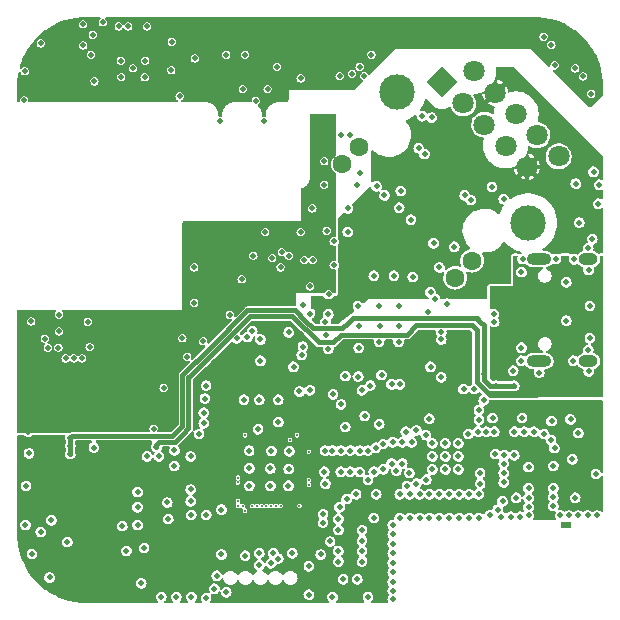
<source format=gbr>
%TF.GenerationSoftware,KiCad,Pcbnew,(6.0.9)*%
%TF.CreationDate,2022-11-20T21:59:21+01:00*%
%TF.ProjectId,repeat-hw,72657065-6174-42d6-9877-2e6b69636164,rev?*%
%TF.SameCoordinates,Original*%
%TF.FileFunction,Copper,L3,Inr*%
%TF.FilePolarity,Positive*%
%FSLAX46Y46*%
G04 Gerber Fmt 4.6, Leading zero omitted, Abs format (unit mm)*
G04 Created by KiCad (PCBNEW (6.0.9)) date 2022-11-20 21:59:21*
%MOMM*%
%LPD*%
G01*
G04 APERTURE LIST*
G04 Aperture macros list*
%AMRotRect*
0 Rectangle, with rotation*
0 The origin of the aperture is its center*
0 $1 length*
0 $2 width*
0 $3 Rotation angle, in degrees counterclockwise*
0 Add horizontal line*
21,1,$1,$2,0,0,$3*%
G04 Aperture macros list end*
%TA.AperFunction,ComponentPad*%
%ADD10R,0.900000X0.500000*%
%TD*%
%TA.AperFunction,ComponentPad*%
%ADD11O,2.100000X1.000000*%
%TD*%
%TA.AperFunction,ComponentPad*%
%ADD12O,1.600000X1.000000*%
%TD*%
%TA.AperFunction,ComponentPad*%
%ADD13C,0.500000*%
%TD*%
%TA.AperFunction,ComponentPad*%
%ADD14RotRect,1.800000X1.800000X135.000000*%
%TD*%
%TA.AperFunction,ComponentPad*%
%ADD15C,1.800000*%
%TD*%
%TA.AperFunction,ComponentPad*%
%ADD16C,1.600000*%
%TD*%
%TA.AperFunction,ComponentPad*%
%ADD17C,3.000000*%
%TD*%
%TA.AperFunction,ViaPad*%
%ADD18C,0.500000*%
%TD*%
%TA.AperFunction,ViaPad*%
%ADD19C,0.300000*%
%TD*%
%TA.AperFunction,Conductor*%
%ADD20C,0.400000*%
%TD*%
G04 APERTURE END LIST*
D10*
%TO.N,GND*%
%TO.C,AE1*%
X177450000Y-122775000D03*
%TD*%
D11*
%TO.N,GND*%
%TO.C,J1*%
X175180000Y-108920000D03*
D12*
X179360000Y-100280000D03*
X179360000Y-108920000D03*
D11*
X175180000Y-100280000D03*
%TD*%
D13*
%TO.N,GND*%
%TO.C,U7*%
X166162500Y-115900000D03*
X168362500Y-117000000D03*
X168362500Y-118100000D03*
X167262500Y-117000000D03*
X166162500Y-118100000D03*
X168362500Y-115900000D03*
X166162500Y-117000000D03*
X167262500Y-115900000D03*
X167262500Y-118100000D03*
%TD*%
D14*
%TO.N,Net-(FB4-Pad2)*%
%TO.C,J2*%
X166964394Y-85307897D03*
D15*
%TO.N,Net-(FB7-Pad2)*%
X169658471Y-84409872D03*
%TO.N,/W5100 + PoE/CON_RD-*%
X168760445Y-87103948D03*
%TO.N,+3V3A*%
X171454522Y-86205923D03*
%TO.N,/W5100 + PoE/CON_RD+*%
X170556497Y-88900000D03*
%TO.N,Net-(FB5-Pad2)*%
X173250574Y-88001974D03*
%TO.N,Net-(FB6-Pad2)*%
X172352548Y-90696051D03*
%TO.N,/W5100 + PoE/CON_TD-*%
X175046625Y-89798025D03*
%TO.N,+3V3A*%
X174148599Y-92492102D03*
%TO.N,/W5100 + PoE/CON_TD+*%
X176842676Y-91594076D03*
D16*
%TO.N,Net-(J2-Pad11)*%
X169520585Y-100436447D03*
%TO.N,/W5100 + PoE/LINK*%
X168085159Y-101871874D03*
%TO.N,Net-(J2-Pad13)*%
X159925146Y-90841008D03*
%TO.N,/W5100 + PoE/ACT*%
X158489719Y-92276434D03*
D17*
%TO.N,Net-(C61-Pad2)*%
X174226381Y-97236789D03*
X163124804Y-86135212D03*
%TD*%
D14*
%TO.N,Net-(FB4-Pad2)*%
%TO.C,J2*%
X166964394Y-85307897D03*
D15*
%TO.N,Net-(FB7-Pad2)*%
X169658471Y-84409872D03*
%TO.N,/W5100 + PoE/CON_RD-*%
X168760445Y-87103948D03*
%TO.N,+3V3A*%
X171454522Y-86205923D03*
%TO.N,/W5100 + PoE/CON_RD+*%
X170556497Y-88900000D03*
%TO.N,Net-(FB5-Pad2)*%
X173250574Y-88001974D03*
%TO.N,Net-(FB6-Pad2)*%
X172352548Y-90696051D03*
%TO.N,/W5100 + PoE/CON_TD-*%
X175046625Y-89798025D03*
%TO.N,+3V3A*%
X174148599Y-92492102D03*
%TO.N,/W5100 + PoE/CON_TD+*%
X176842676Y-91594076D03*
D16*
%TO.N,Net-(J2-Pad11)*%
X169520585Y-100436447D03*
%TO.N,/W5100 + PoE/LINK*%
X168085159Y-101871874D03*
%TO.N,Net-(J2-Pad13)*%
X159925146Y-90841008D03*
%TO.N,/W5100 + PoE/ACT*%
X158489719Y-92276434D03*
D17*
%TO.N,Net-(C61-Pad2)*%
X174226381Y-97236789D03*
X163124804Y-86135212D03*
%TD*%
D18*
%TO.N,/PLOSS*%
X153400000Y-99700000D03*
D19*
X154100000Y-115600000D03*
D18*
%TO.N,/~{RESET}*%
X155700000Y-128700000D03*
X157100000Y-119300000D03*
%TO.N,+1V2*%
X156025000Y-100375000D03*
X157364309Y-103249967D03*
X155325000Y-100375000D03*
X161855224Y-110110449D03*
X165820700Y-104739649D03*
X157350000Y-107900000D03*
%TO.N,Net-(C44-Pad2)*%
X175567660Y-81467660D03*
X144100000Y-81900000D03*
%TO.N,Net-(C48-Pad2)*%
X178919346Y-84819346D03*
X142000000Y-80600000D03*
%TO.N,Net-(C50-Pad2)*%
X178254665Y-84154665D03*
X140400000Y-80600000D03*
%TO.N,Net-(C54-Pad2)*%
X139600000Y-80600000D03*
X176232341Y-82132341D03*
%TO.N,/USENSE_USB*%
X170100000Y-113100000D03*
D19*
X149700000Y-118800000D03*
D18*
%TO.N,+1V2A*%
X166900000Y-106500000D03*
X162900000Y-101700000D03*
X166900000Y-107100000D03*
%TO.N,/W5100 + PoE/5V*%
X157500000Y-89700000D03*
X132700000Y-114500000D03*
X143600000Y-114700000D03*
X156500000Y-89700000D03*
X147700000Y-98100000D03*
X132700000Y-113200000D03*
X132000000Y-112600000D03*
X131900000Y-114900000D03*
X132000000Y-113800000D03*
%TO.N,VBUS*%
X142800000Y-116200000D03*
X176100000Y-104100000D03*
X176800000Y-109200000D03*
X176800000Y-110200000D03*
X175800000Y-102900000D03*
X176100000Y-105200000D03*
X171400000Y-103400000D03*
X171400000Y-104100000D03*
X175845000Y-106345000D03*
%TO.N,/W5100 + PoE/ACT*%
X157120366Y-106713606D03*
D19*
%TO.N,Net-(C1-Pad1)*%
X150300000Y-115200000D03*
D18*
X144322199Y-116477096D03*
%TO.N,Net-(C28-Pad2)*%
X180300000Y-85800000D03*
X134180000Y-81870000D03*
X141200000Y-80600000D03*
X133650000Y-85050000D03*
X133650000Y-85800000D03*
X157500000Y-84800000D03*
X147860243Y-84547730D03*
X132950000Y-85400000D03*
X179700000Y-83500000D03*
X156500000Y-84800000D03*
X134160000Y-81100000D03*
X146300000Y-84300000D03*
X149460000Y-84540000D03*
X137450000Y-86050000D03*
X132950000Y-84650000D03*
X151051223Y-84548894D03*
%TO.N,/SPIM_CLK*%
X164200000Y-118400000D03*
X160900000Y-111000000D03*
D19*
X149700000Y-120800000D03*
D18*
%TO.N,/SPIM_MOSI*%
X162700000Y-110900000D03*
X148300000Y-121500000D03*
X165637500Y-118962500D03*
D19*
%TO.N,/SPIM_MISO*%
X149700000Y-121200000D03*
D18*
X163400000Y-110900000D03*
X164800000Y-119300000D03*
X158420514Y-112600500D03*
D19*
%TO.N,Net-(C11-Pad1)*%
X154700000Y-115200000D03*
X155700000Y-116600000D03*
D18*
%TO.N,GND*%
X179500000Y-104250000D03*
X178528442Y-115027261D03*
X167586666Y-120200000D03*
X158600000Y-127400000D03*
X174300000Y-122000000D03*
X158900000Y-120600000D03*
X156700000Y-125300000D03*
X171000000Y-122000000D03*
X132250000Y-125250000D03*
X171200000Y-94200000D03*
X159200000Y-89800000D03*
X143400000Y-111200000D03*
X162800000Y-123600000D03*
X179300000Y-122000000D03*
X176619407Y-100269972D03*
X159883583Y-110238957D03*
X154000000Y-106500000D03*
X151500000Y-112200000D03*
X148300000Y-125300000D03*
X145000000Y-107000000D03*
X165073333Y-122200000D03*
X143000000Y-117000000D03*
X177500000Y-105500000D03*
X171350000Y-104950000D03*
X158400000Y-118300000D03*
X179378944Y-101213348D03*
X170100000Y-122200000D03*
X173000000Y-109750000D03*
X157800000Y-100800000D03*
X173700000Y-108900000D03*
X134542594Y-104997290D03*
X131700000Y-122800000D03*
X152600000Y-100200000D03*
X178250000Y-120500000D03*
X170100000Y-120200000D03*
X167586666Y-122200000D03*
X159750000Y-94000000D03*
X175200000Y-109900000D03*
X147000000Y-111000000D03*
X163600000Y-117600000D03*
X165500000Y-91400000D03*
X169262222Y-122200000D03*
X132000000Y-116750000D03*
X171400000Y-114900000D03*
X165900000Y-113800000D03*
X152700000Y-125200000D03*
X165000000Y-90900000D03*
X158200000Y-123230000D03*
X135800000Y-108700000D03*
X160200000Y-124120000D03*
X132189452Y-105576195D03*
X176200000Y-115600000D03*
X179500000Y-107000000D03*
X163600000Y-115800000D03*
X158300000Y-121300000D03*
X137500000Y-116250000D03*
X143700000Y-120900000D03*
X134500000Y-107800000D03*
X155700000Y-126300000D03*
X158400000Y-116500000D03*
X155100000Y-108400000D03*
X152535194Y-116529244D03*
X133000000Y-123400000D03*
X164235555Y-120200000D03*
X163397777Y-120200000D03*
X149000000Y-105000000D03*
X147000000Y-129000000D03*
X143800000Y-122300000D03*
X151500000Y-125200000D03*
X152000000Y-98000000D03*
X160200000Y-125010000D03*
X179400000Y-109800000D03*
X158200000Y-125900000D03*
X161400000Y-120200000D03*
X176394797Y-120441295D03*
X168900000Y-94900000D03*
X164235555Y-122200000D03*
X151600000Y-108900000D03*
X161200000Y-122200000D03*
X179800000Y-92900000D03*
X173091666Y-114900000D03*
X173600000Y-122100000D03*
X162700000Y-117600000D03*
X172262500Y-116900000D03*
X154048338Y-116562869D03*
X172000000Y-122100000D03*
X173789278Y-100289224D03*
X151000000Y-100000000D03*
X135250000Y-124250000D03*
X172800000Y-122100000D03*
X157500000Y-124200000D03*
X154000000Y-100000000D03*
X168000000Y-99250000D03*
X173920833Y-114900000D03*
X174300000Y-121300000D03*
X161650000Y-114275000D03*
X150663379Y-119488281D03*
X141200000Y-121300000D03*
X180300000Y-94000000D03*
X157000000Y-118300000D03*
X155800000Y-102600000D03*
X152445527Y-119488281D03*
X172100000Y-120800000D03*
X146400000Y-115100000D03*
X171700000Y-121500000D03*
X145400000Y-108550000D03*
X133900000Y-122400000D03*
X159000000Y-98000000D03*
X137142306Y-107731008D03*
X153969879Y-119477072D03*
X151600000Y-107100000D03*
X161200000Y-118300000D03*
X148700000Y-128500000D03*
X155800000Y-104900000D03*
X160000000Y-93000000D03*
X153992296Y-118064805D03*
X173091666Y-116900000D03*
X158800000Y-110200000D03*
X169400000Y-95300000D03*
X160425000Y-113550000D03*
X170700000Y-114900000D03*
X158200000Y-122300000D03*
X153100000Y-112200000D03*
X146000000Y-101000000D03*
X170200000Y-118400000D03*
X160000000Y-116500000D03*
X162800000Y-126000000D03*
X159915855Y-107793773D03*
X160000000Y-118300000D03*
X140250000Y-125000000D03*
X161984172Y-115955394D03*
X158200000Y-125010000D03*
X164400000Y-115800000D03*
X133347262Y-107018098D03*
X166000000Y-109400000D03*
X179346856Y-99371518D03*
X175600000Y-115100000D03*
X155200000Y-107700000D03*
X156000000Y-96000000D03*
X176400000Y-121200000D03*
X165300000Y-88200000D03*
X172200000Y-95200000D03*
X157800000Y-98800000D03*
X180100000Y-122000000D03*
X145700000Y-120800000D03*
X166748888Y-120200000D03*
X177000000Y-122000000D03*
X162800000Y-122800000D03*
X180200000Y-95600000D03*
X162800000Y-115800000D03*
X170200000Y-119300000D03*
X161694794Y-105999432D03*
X162800000Y-129100000D03*
X176400000Y-119700000D03*
X159908154Y-105937824D03*
X145700000Y-117000000D03*
X173700000Y-107800000D03*
X161651979Y-107284598D03*
X165911111Y-120200000D03*
X150500000Y-106900000D03*
X178100000Y-108900000D03*
X177700000Y-122000000D03*
X178000000Y-117250000D03*
X152434318Y-118019971D03*
X171250000Y-113750000D03*
X157700000Y-116500000D03*
X155200000Y-104200000D03*
X141200000Y-122800000D03*
X147700000Y-128200000D03*
X154400000Y-109400000D03*
X163350000Y-104250000D03*
X157000000Y-94000000D03*
X161200000Y-101700000D03*
X159200000Y-116500000D03*
X171400000Y-105600000D03*
X161360349Y-116260631D03*
X131750000Y-119500000D03*
X150640962Y-116506827D03*
X159200000Y-118300000D03*
X179700000Y-98600000D03*
X157342180Y-104961906D03*
X162800000Y-124400000D03*
X141200000Y-120000000D03*
X174300000Y-117900000D03*
X141750000Y-124750000D03*
X168424444Y-122200000D03*
X172200000Y-117600000D03*
X157059599Y-116507942D03*
X159000000Y-96000000D03*
X178500000Y-122000000D03*
X160700000Y-128900000D03*
X146000000Y-104000000D03*
X180000000Y-118500000D03*
X163327413Y-105999432D03*
X174300000Y-119700000D03*
X174300000Y-120500000D03*
X163300000Y-107300000D03*
X166900000Y-110300000D03*
X142550000Y-114650000D03*
X177500000Y-102250000D03*
X162800000Y-128400000D03*
X150000000Y-102000000D03*
X160200000Y-123230000D03*
X173700000Y-101400000D03*
X150200000Y-112200000D03*
X166750000Y-101000000D03*
X166100000Y-88300000D03*
X146750000Y-107250000D03*
X144300000Y-117800000D03*
X161617783Y-104228195D03*
X165911111Y-122200000D03*
X160200000Y-125900000D03*
X168424444Y-120200000D03*
X150900000Y-106400000D03*
X169262222Y-120200000D03*
X164500000Y-101800000D03*
X159800000Y-127400000D03*
X178600000Y-97200000D03*
X177855938Y-113867535D03*
X159700000Y-120200000D03*
X179353274Y-107990257D03*
X162000000Y-118100000D03*
X167370213Y-104054446D03*
X162800000Y-127600000D03*
X149600000Y-107000000D03*
X154300000Y-125200000D03*
X157700000Y-128900000D03*
X157000000Y-92000000D03*
X160700000Y-116500000D03*
X172200000Y-119200000D03*
X176400000Y-117800000D03*
X160700000Y-119000000D03*
X157200000Y-97900000D03*
X173750000Y-113750000D03*
X136500000Y-108700000D03*
X178300000Y-93900000D03*
X133750000Y-127250000D03*
X158400000Y-89800000D03*
X153300000Y-101000000D03*
X155800000Y-111400000D03*
X174750000Y-114900000D03*
X145700000Y-119800000D03*
X171500000Y-116800000D03*
X173250000Y-120500000D03*
X141500000Y-127750000D03*
X133600000Y-107800000D03*
X163397777Y-122200000D03*
X165073333Y-120200000D03*
X142000000Y-117000000D03*
X150300000Y-125400000D03*
X170100000Y-113900000D03*
X176250000Y-114000000D03*
X162800000Y-126800000D03*
X172200000Y-118400000D03*
X170000000Y-114900000D03*
X134547954Y-106423112D03*
X136976139Y-105592276D03*
X139900000Y-122900000D03*
X150663379Y-118008762D03*
X176500000Y-116300000D03*
X170500000Y-112250000D03*
X135100000Y-108700000D03*
X178159614Y-100308477D03*
X159850000Y-104250000D03*
X155000000Y-98000000D03*
X166748888Y-122200000D03*
X157750000Y-111750000D03*
X162800000Y-125200000D03*
%TO.N,+3V3A*%
X170400000Y-95600000D03*
X166700000Y-92600000D03*
X178831300Y-94968700D03*
X161600000Y-93200000D03*
X164700000Y-89800000D03*
X166250000Y-92150000D03*
X168200000Y-94100000D03*
X167750000Y-93650000D03*
X160512132Y-101612132D03*
X171550000Y-95850000D03*
X177600000Y-95200000D03*
X164560589Y-88839411D03*
X156450000Y-105150000D03*
X171950000Y-100650000D03*
X157350000Y-104250000D03*
%TO.N,/W5100 + PoE/RD+*%
X163477639Y-94522361D03*
X162100000Y-94900000D03*
%TO.N,+3V3*%
X156616807Y-115632286D03*
X137600000Y-124600000D03*
X157350000Y-108750000D03*
X158200000Y-120600000D03*
D19*
X153100000Y-115200000D03*
D18*
X149900000Y-123100000D03*
X152700000Y-122800000D03*
X148000000Y-120600000D03*
X142674083Y-122265469D03*
X150700000Y-123000000D03*
X179800000Y-114000000D03*
X136250000Y-126000000D03*
X148000000Y-119800000D03*
X155000000Y-106600000D03*
X137600000Y-126000000D03*
X148100000Y-118100000D03*
X148000000Y-115800000D03*
X150900000Y-114200000D03*
X167594786Y-114376539D03*
X155467596Y-114147040D03*
X168237500Y-114337500D03*
X164354338Y-110109843D03*
X151500000Y-122800000D03*
X147700000Y-109000000D03*
X156300000Y-118300000D03*
X138300000Y-125300000D03*
X154300000Y-122800000D03*
X156500000Y-120600000D03*
X154700000Y-128700000D03*
X148033177Y-117027798D03*
X139000000Y-126000000D03*
X136900000Y-125300000D03*
%TO.N,/W5100 + PoE/LINK*%
X157100000Y-105600000D03*
%TO.N,Net-(L1-Pad2)*%
X153125000Y-114100000D03*
X158775000Y-114500000D03*
%TO.N,/SWDIO*%
X147900000Y-127100000D03*
D19*
X155700000Y-119400000D03*
%TO.N,/~{ETH_CS}*%
X150100000Y-121200000D03*
D18*
X160200000Y-111400000D03*
%TO.N,/QSPI1*%
X144472912Y-128894403D03*
D19*
X150900000Y-121200000D03*
D18*
%TO.N,/QSPI2*%
X145750412Y-128893682D03*
D19*
X151300000Y-121200000D03*
D18*
%TO.N,/QSPI_CLK*%
X145735000Y-121950000D03*
D19*
X151700000Y-121200000D03*
%TO.N,/~{QSPI_CS}*%
X152100000Y-121200000D03*
D18*
X143195000Y-128895000D03*
%TO.N,/~{ETH_RST}*%
X166000000Y-103100000D03*
D19*
X152500000Y-121200000D03*
%TO.N,/FEM_MODE*%
X152900000Y-121200000D03*
D18*
X169200000Y-115100000D03*
D19*
%TO.N,/FEM_RXEN*%
X153300000Y-121200000D03*
D18*
X163900000Y-114900000D03*
%TO.N,Net-(L3-Pad2)*%
X151400000Y-114700000D03*
X154900000Y-111500000D03*
D19*
%TO.N,/FEM_ANTSEL*%
X154900000Y-121200000D03*
D18*
X164800000Y-114800000D03*
D19*
%TO.N,/SWDCLK*%
X155700000Y-119000000D03*
D18*
X151500000Y-126200000D03*
%TO.N,/QSPI0*%
X147005000Y-121950000D03*
D19*
X150300000Y-121600000D03*
D18*
%TO.N,Earth*%
X179600000Y-86300000D03*
X160000000Y-84000000D03*
X139806290Y-84875883D03*
X161000000Y-83000000D03*
X140806554Y-84133678D03*
X144750000Y-86500000D03*
X139772919Y-83499315D03*
X176500000Y-83900000D03*
X158300000Y-84800000D03*
X155000000Y-85000000D03*
X141791885Y-84900912D03*
X146050000Y-83300000D03*
X159350000Y-84600000D03*
X160400000Y-84800000D03*
X141835863Y-83493294D03*
%TO.N,/~{ETH_INT}*%
X166400000Y-103700000D03*
X152500000Y-126043410D03*
%TO.N,/~{FEM_CS}*%
X164000000Y-119500000D03*
X153102920Y-125643910D03*
%TO.N,/FEM_TXEN*%
X156900000Y-122600000D03*
X165600000Y-115200000D03*
%TO.N,/~{FEM_PDN}*%
X156900000Y-121900000D03*
X163100000Y-118200000D03*
%TO.N,/USENSE_POE*%
X146900000Y-112100000D03*
D19*
X149700000Y-119200000D03*
D18*
%TO.N,+5V*%
X171580000Y-111020000D03*
X170500000Y-110000000D03*
X135500000Y-116800000D03*
X173080000Y-111020000D03*
X170800000Y-110800000D03*
X135500000Y-115400000D03*
X135500000Y-116100000D03*
%TO.N,Net-(C73-Pad1)*%
X161432782Y-94132782D03*
X163350000Y-95950000D03*
%TO.N,Net-(C74-Pad1)*%
X166260660Y-98960660D03*
X164346340Y-96953660D03*
%TO.N,/ESD_D+*%
X146802041Y-114200000D03*
X168800000Y-111300000D03*
%TO.N,/ESD_D-*%
X146802041Y-113300000D03*
X169700000Y-111300000D03*
%TO.N,Net-(C31-Pad2)*%
X148200000Y-88600000D03*
X137550000Y-85250000D03*
X151900000Y-88600000D03*
X131640000Y-84390000D03*
X148700000Y-83000000D03*
X137405903Y-81301618D03*
X136578572Y-80404763D03*
X150300000Y-83000000D03*
X150100000Y-85900000D03*
X137250000Y-83000000D03*
X136592477Y-82205425D03*
X153000000Y-84000000D03*
X144050000Y-84300000D03*
X152200000Y-85900000D03*
X138250000Y-80250000D03*
X151200000Y-86900000D03*
X131590000Y-86840000D03*
X133000000Y-82030000D03*
%TD*%
D20*
%TO.N,VBUS*%
X154292894Y-105100000D02*
X156542894Y-107350000D01*
X149453553Y-106353553D02*
X148257106Y-107550000D01*
X145553553Y-110253553D02*
X145500000Y-110307106D01*
X143300000Y-115750000D02*
X143050000Y-115750000D01*
X148257106Y-107550000D02*
X146703553Y-109103553D01*
X169900000Y-110677818D02*
X171022182Y-111800000D01*
X145007107Y-115100000D02*
X144357107Y-115750000D01*
X150707106Y-105100000D02*
X149453553Y-106353553D01*
X146703553Y-109103553D02*
X145553553Y-110253553D01*
X154100000Y-105100000D02*
X154292894Y-105100000D01*
X174900000Y-111800000D02*
X175130000Y-111570000D01*
X154292894Y-105100000D02*
X150800000Y-105100000D01*
X144357107Y-115750000D02*
X143300000Y-115750000D01*
X156542894Y-107350000D02*
X157750000Y-107350000D01*
X164800000Y-105900000D02*
X169500000Y-105900000D01*
X150800000Y-105100000D02*
X150707106Y-105100000D01*
X145500000Y-110307106D02*
X145500000Y-111200000D01*
X169500000Y-105900000D02*
X169900000Y-106300000D01*
X142800000Y-116000000D02*
X142800000Y-116200000D01*
X164000000Y-106700000D02*
X164800000Y-105900000D01*
X145500000Y-114607107D02*
X145007107Y-115100000D01*
X169900000Y-106300000D02*
X169900000Y-110677818D01*
X158400000Y-106700000D02*
X164000000Y-106700000D01*
X157750000Y-107350000D02*
X158400000Y-106700000D01*
X171022182Y-111800000D02*
X174900000Y-111800000D01*
X143050000Y-115750000D02*
X142800000Y-116000000D01*
X145500000Y-111200000D02*
X145500000Y-114607107D01*
%TO.N,Net-(C28-Pad2)*%
X177632412Y-82767588D02*
X177600000Y-82800000D01*
%TO.N,+3V3A*%
X175100000Y-93500000D02*
X175100000Y-93443503D01*
X171454522Y-86205923D02*
X172360445Y-85300000D01*
X171454522Y-86205923D02*
X170560445Y-87100000D01*
X174148599Y-92492102D02*
X175100000Y-91540701D01*
X174148599Y-92492102D02*
X175100000Y-93443503D01*
X170500000Y-87100000D02*
X170560445Y-87100000D01*
X173200000Y-93400000D02*
X173240701Y-93400000D01*
X175100000Y-91500000D02*
X175100000Y-91540701D01*
X174148599Y-92492102D02*
X173240701Y-93400000D01*
X172400000Y-85300000D02*
X172360445Y-85300000D01*
%TO.N,+5V*%
X158536394Y-106163606D02*
X157000000Y-106163606D01*
X170500000Y-110500000D02*
X170800000Y-110800000D01*
X159000000Y-105700000D02*
X158536394Y-106163606D01*
X145000000Y-114000000D02*
X145000000Y-114100000D01*
X150500000Y-104600000D02*
X147300000Y-107800000D01*
X135500000Y-116100000D02*
X135500000Y-116800000D01*
X159400000Y-105300000D02*
X159000000Y-105700000D01*
X157000000Y-106163606D02*
X156063606Y-106163606D01*
X164100000Y-105300000D02*
X159400000Y-105300000D01*
X154500000Y-104600000D02*
X151200000Y-104600000D01*
X170100000Y-105500000D02*
X169900000Y-105300000D01*
X145000000Y-114000000D02*
X145000000Y-114400000D01*
X155400000Y-105500000D02*
X154500000Y-104600000D01*
X170500000Y-110000000D02*
X170500000Y-110500000D01*
X135500000Y-115400000D02*
X135500000Y-116100000D01*
X169900000Y-105300000D02*
X164100000Y-105300000D01*
X173080000Y-111020000D02*
X171020000Y-111020000D01*
X145000000Y-114400000D02*
X144200000Y-115200000D01*
X170500000Y-110000000D02*
X170500000Y-105900000D01*
X171020000Y-111020000D02*
X170800000Y-110800000D01*
X145000000Y-110100000D02*
X145000000Y-114000000D01*
X151200000Y-104600000D02*
X150500000Y-104600000D01*
X170500000Y-105900000D02*
X170100000Y-105500000D01*
X139050000Y-115250000D02*
X135650000Y-115250000D01*
X144200000Y-115200000D02*
X144150000Y-115250000D01*
X147300000Y-107800000D02*
X145000000Y-110100000D01*
X139050000Y-115250000D02*
X138450000Y-115250000D01*
X135650000Y-115250000D02*
X135500000Y-115400000D01*
X144150000Y-115250000D02*
X139050000Y-115250000D01*
X156063606Y-106163606D02*
X155400000Y-105500000D01*
%TD*%
%TA.AperFunction,Conductor*%
%TO.N,/W5100 + PoE/5V*%
G36*
X157959191Y-88019407D02*
G01*
X157995155Y-88068907D01*
X158000000Y-88099500D01*
X158000000Y-91468713D01*
X157981093Y-91526904D01*
X157959191Y-91548806D01*
X157883848Y-91603546D01*
X157880382Y-91607396D01*
X157880378Y-91607399D01*
X157788564Y-91709369D01*
X157757186Y-91744218D01*
X157662540Y-91908150D01*
X157660939Y-91913079D01*
X157660938Y-91913080D01*
X157605647Y-92083246D01*
X157605646Y-92083251D01*
X157604045Y-92088178D01*
X157584259Y-92276434D01*
X157604045Y-92464690D01*
X157605646Y-92469617D01*
X157605647Y-92469622D01*
X157660938Y-92639788D01*
X157662540Y-92644718D01*
X157757186Y-92808650D01*
X157760658Y-92812506D01*
X157880378Y-92945469D01*
X157880382Y-92945472D01*
X157883848Y-92949322D01*
X157926288Y-92980156D01*
X157959191Y-93004062D01*
X157995155Y-93053562D01*
X158000000Y-93084155D01*
X158000000Y-98360894D01*
X157981093Y-98419085D01*
X157931593Y-98455049D01*
X157885513Y-98458675D01*
X157807696Y-98446350D01*
X157800000Y-98445131D01*
X157792304Y-98446350D01*
X157698034Y-98461281D01*
X157698033Y-98461281D01*
X157690339Y-98462500D01*
X157683399Y-98466036D01*
X157598352Y-98509369D01*
X157598350Y-98509370D01*
X157591413Y-98512905D01*
X157512905Y-98591413D01*
X157462500Y-98690339D01*
X157445131Y-98800000D01*
X157462500Y-98909661D01*
X157512905Y-99008587D01*
X157591413Y-99087095D01*
X157598350Y-99090630D01*
X157598352Y-99090631D01*
X157683399Y-99133964D01*
X157690339Y-99137500D01*
X157698033Y-99138719D01*
X157698034Y-99138719D01*
X157792304Y-99153650D01*
X157800000Y-99154869D01*
X157807696Y-99153650D01*
X157885513Y-99141325D01*
X157945945Y-99150896D01*
X157989210Y-99194161D01*
X158000000Y-99239106D01*
X158000000Y-100360894D01*
X157981093Y-100419085D01*
X157931593Y-100455049D01*
X157885513Y-100458675D01*
X157807696Y-100446350D01*
X157800000Y-100445131D01*
X157792304Y-100446350D01*
X157698034Y-100461281D01*
X157698033Y-100461281D01*
X157690339Y-100462500D01*
X157683399Y-100466036D01*
X157598352Y-100509369D01*
X157598350Y-100509370D01*
X157591413Y-100512905D01*
X157512905Y-100591413D01*
X157509370Y-100598350D01*
X157509369Y-100598352D01*
X157475089Y-100665631D01*
X157462500Y-100690339D01*
X157445131Y-100800000D01*
X157446350Y-100807696D01*
X157459440Y-100890339D01*
X157462500Y-100909661D01*
X157466036Y-100916601D01*
X157508530Y-101000000D01*
X157512905Y-101008587D01*
X157591413Y-101087095D01*
X157598350Y-101090630D01*
X157598352Y-101090631D01*
X157649322Y-101116601D01*
X157690339Y-101137500D01*
X157698033Y-101138719D01*
X157698034Y-101138719D01*
X157792304Y-101153650D01*
X157800000Y-101154869D01*
X157807696Y-101153650D01*
X157885513Y-101141325D01*
X157945945Y-101150896D01*
X157989210Y-101194161D01*
X158000000Y-101239106D01*
X158000000Y-103101000D01*
X157981093Y-103159191D01*
X157931593Y-103195155D01*
X157901000Y-103200000D01*
X157791851Y-103200000D01*
X157733660Y-103181093D01*
X157703428Y-103139481D01*
X157701809Y-103140306D01*
X157654940Y-103048319D01*
X157654939Y-103048317D01*
X157651404Y-103041380D01*
X157572896Y-102962872D01*
X157565959Y-102959337D01*
X157565957Y-102959336D01*
X157480910Y-102916003D01*
X157473970Y-102912467D01*
X157466276Y-102911248D01*
X157466275Y-102911248D01*
X157372005Y-102896317D01*
X157364309Y-102895098D01*
X157356613Y-102896317D01*
X157262343Y-102911248D01*
X157262342Y-102911248D01*
X157254648Y-102912467D01*
X157247708Y-102916003D01*
X157162661Y-102959336D01*
X157162659Y-102959337D01*
X157155722Y-102962872D01*
X157077214Y-103041380D01*
X157026809Y-103140306D01*
X157025190Y-103139481D01*
X156994961Y-103181091D01*
X156936767Y-103200000D01*
X154600000Y-103200000D01*
X154600000Y-104196643D01*
X154581093Y-104254834D01*
X154531593Y-104290798D01*
X154514352Y-104294738D01*
X154486015Y-104298595D01*
X154472663Y-104299500D01*
X150553508Y-104299500D01*
X150549383Y-104299197D01*
X150544658Y-104297575D01*
X150495238Y-104299430D01*
X150491525Y-104299500D01*
X150472052Y-104299500D01*
X150467622Y-104300325D01*
X150462429Y-104300661D01*
X150443298Y-104301379D01*
X150441926Y-104301431D01*
X150432791Y-104301774D01*
X150424394Y-104305382D01*
X150424393Y-104305382D01*
X150422212Y-104306319D01*
X150401263Y-104312683D01*
X150398936Y-104313116D01*
X150398931Y-104313118D01*
X150389947Y-104314791D01*
X150367272Y-104328768D01*
X150354404Y-104335452D01*
X150336358Y-104343205D01*
X150336357Y-104343206D01*
X150329937Y-104345964D01*
X150325051Y-104349978D01*
X150320687Y-104354342D01*
X150302632Y-104368613D01*
X150294652Y-104373532D01*
X150276982Y-104396769D01*
X150268190Y-104406839D01*
X149510067Y-105164962D01*
X149455550Y-105192739D01*
X149395118Y-105183168D01*
X149351853Y-105139903D01*
X149342282Y-105079471D01*
X149353650Y-105007696D01*
X149354869Y-105000000D01*
X149337500Y-104890339D01*
X149318090Y-104852245D01*
X149290631Y-104798352D01*
X149290630Y-104798350D01*
X149287095Y-104791413D01*
X149208587Y-104712905D01*
X149201650Y-104709370D01*
X149201648Y-104709369D01*
X149116601Y-104666036D01*
X149109661Y-104662500D01*
X149101967Y-104661281D01*
X149101966Y-104661281D01*
X149007696Y-104646350D01*
X149000000Y-104645131D01*
X148992304Y-104646350D01*
X148898034Y-104661281D01*
X148898033Y-104661281D01*
X148890339Y-104662500D01*
X148883399Y-104666036D01*
X148798352Y-104709369D01*
X148798350Y-104709370D01*
X148791413Y-104712905D01*
X148712905Y-104791413D01*
X148709370Y-104798350D01*
X148709369Y-104798352D01*
X148681910Y-104852245D01*
X148662500Y-104890339D01*
X148645131Y-105000000D01*
X148662500Y-105109661D01*
X148666036Y-105116601D01*
X148707989Y-105198938D01*
X148712905Y-105208587D01*
X148791413Y-105287095D01*
X148798350Y-105290630D01*
X148798352Y-105290631D01*
X148878080Y-105331254D01*
X148890339Y-105337500D01*
X148898033Y-105338719D01*
X148898034Y-105338719D01*
X148992304Y-105353650D01*
X149000000Y-105354869D01*
X149007696Y-105353650D01*
X149079471Y-105342282D01*
X149139903Y-105351853D01*
X149183168Y-105395118D01*
X149192739Y-105455550D01*
X149164962Y-105510067D01*
X147260067Y-107414962D01*
X147205550Y-107442739D01*
X147145118Y-107433168D01*
X147101853Y-107389903D01*
X147092282Y-107329471D01*
X147103650Y-107257696D01*
X147104869Y-107250000D01*
X147087500Y-107140339D01*
X147081090Y-107127759D01*
X147040631Y-107048352D01*
X147040630Y-107048350D01*
X147037095Y-107041413D01*
X146958587Y-106962905D01*
X146951650Y-106959370D01*
X146951648Y-106959369D01*
X146866601Y-106916036D01*
X146859661Y-106912500D01*
X146851967Y-106911281D01*
X146851966Y-106911281D01*
X146757696Y-106896350D01*
X146750000Y-106895131D01*
X146742304Y-106896350D01*
X146648034Y-106911281D01*
X146648033Y-106911281D01*
X146640339Y-106912500D01*
X146633399Y-106916036D01*
X146548352Y-106959369D01*
X146548350Y-106959370D01*
X146541413Y-106962905D01*
X146462905Y-107041413D01*
X146459370Y-107048350D01*
X146459369Y-107048352D01*
X146418910Y-107127759D01*
X146412500Y-107140339D01*
X146395131Y-107250000D01*
X146396350Y-107257696D01*
X146410199Y-107345131D01*
X146412500Y-107359661D01*
X146416036Y-107366601D01*
X146458234Y-107449419D01*
X146462905Y-107458587D01*
X146541413Y-107537095D01*
X146548350Y-107540630D01*
X146548352Y-107540631D01*
X146618687Y-107576468D01*
X146640339Y-107587500D01*
X146648033Y-107588719D01*
X146648034Y-107588719D01*
X146742304Y-107603650D01*
X146750000Y-107604869D01*
X146757696Y-107603650D01*
X146829471Y-107592282D01*
X146889903Y-107601853D01*
X146933168Y-107645118D01*
X146942739Y-107705550D01*
X146914962Y-107760067D01*
X145890826Y-108784203D01*
X145836309Y-108811980D01*
X145775877Y-108802409D01*
X145732612Y-108759144D01*
X145723041Y-108698712D01*
X145732613Y-108669253D01*
X145733963Y-108666604D01*
X145733964Y-108666601D01*
X145737500Y-108659661D01*
X145739802Y-108645131D01*
X145753650Y-108557696D01*
X145754869Y-108550000D01*
X145745590Y-108491413D01*
X145738719Y-108448034D01*
X145738719Y-108448033D01*
X145737500Y-108440339D01*
X145723522Y-108412905D01*
X145690631Y-108348352D01*
X145690630Y-108348350D01*
X145687095Y-108341413D01*
X145608587Y-108262905D01*
X145601650Y-108259370D01*
X145601648Y-108259369D01*
X145516601Y-108216036D01*
X145509661Y-108212500D01*
X145501967Y-108211281D01*
X145501966Y-108211281D01*
X145407696Y-108196350D01*
X145400000Y-108195131D01*
X145392304Y-108196350D01*
X145298034Y-108211281D01*
X145298033Y-108211281D01*
X145290339Y-108212500D01*
X145283399Y-108216036D01*
X145198352Y-108259369D01*
X145198350Y-108259370D01*
X145191413Y-108262905D01*
X145112905Y-108341413D01*
X145109370Y-108348350D01*
X145109369Y-108348352D01*
X145076478Y-108412905D01*
X145062500Y-108440339D01*
X145061281Y-108448033D01*
X145061281Y-108448034D01*
X145054410Y-108491413D01*
X145045131Y-108550000D01*
X145046350Y-108557696D01*
X145060199Y-108645131D01*
X145062500Y-108659661D01*
X145066036Y-108666601D01*
X145108530Y-108750000D01*
X145112905Y-108758587D01*
X145191413Y-108837095D01*
X145198350Y-108840630D01*
X145198352Y-108840631D01*
X145283397Y-108883963D01*
X145290339Y-108887500D01*
X145298033Y-108888719D01*
X145298034Y-108888719D01*
X145392304Y-108903650D01*
X145400000Y-108904869D01*
X145407696Y-108903650D01*
X145501966Y-108888719D01*
X145501967Y-108888719D01*
X145509661Y-108887500D01*
X145516601Y-108883964D01*
X145516604Y-108883963D01*
X145519253Y-108882613D01*
X145522191Y-108882148D01*
X145524015Y-108881555D01*
X145524109Y-108881844D01*
X145579685Y-108873041D01*
X145634202Y-108900818D01*
X145661980Y-108955334D01*
X145652409Y-109015766D01*
X145634203Y-109040826D01*
X144825349Y-109849680D01*
X144822220Y-109852380D01*
X144817731Y-109854575D01*
X144811513Y-109861278D01*
X144784107Y-109890822D01*
X144781531Y-109893498D01*
X144767752Y-109907277D01*
X144765207Y-109910987D01*
X144761771Y-109914900D01*
X144741599Y-109936646D01*
X144738212Y-109945134D01*
X144738212Y-109945135D01*
X144737334Y-109947336D01*
X144727020Y-109966652D01*
X144725679Y-109968607D01*
X144725678Y-109968610D01*
X144720508Y-109976146D01*
X144718398Y-109985038D01*
X144714359Y-110002058D01*
X144709986Y-110015884D01*
X144702706Y-110034132D01*
X144700117Y-110040622D01*
X144699500Y-110046915D01*
X144699500Y-110053084D01*
X144696825Y-110075943D01*
X144694660Y-110085066D01*
X144698596Y-110113987D01*
X144699500Y-110127337D01*
X144699500Y-114234521D01*
X144680593Y-114292712D01*
X144670504Y-114304525D01*
X144054525Y-114920504D01*
X144000008Y-114948281D01*
X143984521Y-114949500D01*
X142952326Y-114949500D01*
X142894135Y-114930593D01*
X142858171Y-114881093D01*
X142858171Y-114819907D01*
X142864116Y-114805555D01*
X142883964Y-114766601D01*
X142887500Y-114759661D01*
X142889802Y-114745131D01*
X142903650Y-114657696D01*
X142904869Y-114650000D01*
X142894808Y-114586477D01*
X142888719Y-114548034D01*
X142888719Y-114548033D01*
X142887500Y-114540339D01*
X142867919Y-114501909D01*
X142840631Y-114448352D01*
X142840630Y-114448350D01*
X142837095Y-114441413D01*
X142758587Y-114362905D01*
X142751650Y-114359370D01*
X142751648Y-114359369D01*
X142666601Y-114316036D01*
X142659661Y-114312500D01*
X142651967Y-114311281D01*
X142651966Y-114311281D01*
X142557696Y-114296350D01*
X142550000Y-114295131D01*
X142542304Y-114296350D01*
X142448034Y-114311281D01*
X142448033Y-114311281D01*
X142440339Y-114312500D01*
X142433399Y-114316036D01*
X142348352Y-114359369D01*
X142348350Y-114359370D01*
X142341413Y-114362905D01*
X142262905Y-114441413D01*
X142259370Y-114448350D01*
X142259369Y-114448352D01*
X142232081Y-114501909D01*
X142212500Y-114540339D01*
X142211281Y-114548033D01*
X142211281Y-114548034D01*
X142205192Y-114586477D01*
X142195131Y-114650000D01*
X142196350Y-114657696D01*
X142210199Y-114745131D01*
X142212500Y-114759661D01*
X142216036Y-114766601D01*
X142235884Y-114805555D01*
X142245455Y-114865987D01*
X142217677Y-114920504D01*
X142163161Y-114948281D01*
X142147674Y-114949500D01*
X135703508Y-114949500D01*
X135699383Y-114949197D01*
X135694658Y-114947575D01*
X135645239Y-114949430D01*
X135641526Y-114949500D01*
X135622052Y-114949500D01*
X135617622Y-114950325D01*
X135612429Y-114950661D01*
X135596398Y-114951263D01*
X135591925Y-114951431D01*
X135582792Y-114951774D01*
X135574398Y-114955380D01*
X135574395Y-114955381D01*
X135572217Y-114956317D01*
X135551266Y-114962683D01*
X135539947Y-114964791D01*
X135532164Y-114969588D01*
X135532165Y-114969588D01*
X135517272Y-114978768D01*
X135504411Y-114985449D01*
X135489253Y-114991961D01*
X135450176Y-115000000D01*
X131099500Y-115000000D01*
X131041309Y-114981093D01*
X131005345Y-114931593D01*
X131000500Y-114901000D01*
X131000500Y-111200000D01*
X143045131Y-111200000D01*
X143046350Y-111207696D01*
X143059440Y-111290339D01*
X143062500Y-111309661D01*
X143066036Y-111316601D01*
X143108530Y-111400000D01*
X143112905Y-111408587D01*
X143191413Y-111487095D01*
X143198350Y-111490630D01*
X143198352Y-111490631D01*
X143283399Y-111533964D01*
X143290339Y-111537500D01*
X143298033Y-111538719D01*
X143298034Y-111538719D01*
X143392304Y-111553650D01*
X143400000Y-111554869D01*
X143407696Y-111553650D01*
X143501966Y-111538719D01*
X143501967Y-111538719D01*
X143509661Y-111537500D01*
X143516601Y-111533964D01*
X143601648Y-111490631D01*
X143601650Y-111490630D01*
X143608587Y-111487095D01*
X143687095Y-111408587D01*
X143691471Y-111400000D01*
X143733964Y-111316601D01*
X143737500Y-111309661D01*
X143740561Y-111290339D01*
X143753650Y-111207696D01*
X143754869Y-111200000D01*
X143741074Y-111112905D01*
X143738719Y-111098034D01*
X143738719Y-111098033D01*
X143737500Y-111090339D01*
X143733964Y-111083399D01*
X143690631Y-110998352D01*
X143690630Y-110998350D01*
X143687095Y-110991413D01*
X143608587Y-110912905D01*
X143601650Y-110909370D01*
X143601648Y-110909369D01*
X143516601Y-110866036D01*
X143509661Y-110862500D01*
X143501967Y-110861281D01*
X143501966Y-110861281D01*
X143407696Y-110846350D01*
X143400000Y-110845131D01*
X143392304Y-110846350D01*
X143298034Y-110861281D01*
X143298033Y-110861281D01*
X143290339Y-110862500D01*
X143283399Y-110866036D01*
X143198352Y-110909369D01*
X143198350Y-110909370D01*
X143191413Y-110912905D01*
X143112905Y-110991413D01*
X143109370Y-110998350D01*
X143109369Y-110998352D01*
X143066036Y-111083399D01*
X143062500Y-111090339D01*
X143061281Y-111098033D01*
X143061281Y-111098034D01*
X143058926Y-111112905D01*
X143045131Y-111200000D01*
X131000500Y-111200000D01*
X131000500Y-108700000D01*
X134745131Y-108700000D01*
X134746350Y-108707696D01*
X134759440Y-108790339D01*
X134762500Y-108809661D01*
X134766036Y-108816601D01*
X134808947Y-108900818D01*
X134812905Y-108908587D01*
X134891413Y-108987095D01*
X134898350Y-108990630D01*
X134898352Y-108990631D01*
X134947683Y-109015766D01*
X134990339Y-109037500D01*
X134998033Y-109038719D01*
X134998034Y-109038719D01*
X135092304Y-109053650D01*
X135100000Y-109054869D01*
X135107696Y-109053650D01*
X135201966Y-109038719D01*
X135201967Y-109038719D01*
X135209661Y-109037500D01*
X135252317Y-109015766D01*
X135301648Y-108990631D01*
X135301650Y-108990630D01*
X135308587Y-108987095D01*
X135379996Y-108915686D01*
X135434513Y-108887909D01*
X135494945Y-108897480D01*
X135520004Y-108915686D01*
X135591413Y-108987095D01*
X135598350Y-108990630D01*
X135598352Y-108990631D01*
X135647683Y-109015766D01*
X135690339Y-109037500D01*
X135698033Y-109038719D01*
X135698034Y-109038719D01*
X135792304Y-109053650D01*
X135800000Y-109054869D01*
X135807696Y-109053650D01*
X135901966Y-109038719D01*
X135901967Y-109038719D01*
X135909661Y-109037500D01*
X135952317Y-109015766D01*
X136001648Y-108990631D01*
X136001650Y-108990630D01*
X136008587Y-108987095D01*
X136079996Y-108915686D01*
X136134513Y-108887909D01*
X136194945Y-108897480D01*
X136220004Y-108915686D01*
X136291413Y-108987095D01*
X136298350Y-108990630D01*
X136298352Y-108990631D01*
X136347683Y-109015766D01*
X136390339Y-109037500D01*
X136398033Y-109038719D01*
X136398034Y-109038719D01*
X136492304Y-109053650D01*
X136500000Y-109054869D01*
X136507696Y-109053650D01*
X136601966Y-109038719D01*
X136601967Y-109038719D01*
X136609661Y-109037500D01*
X136652317Y-109015766D01*
X136701648Y-108990631D01*
X136701650Y-108990630D01*
X136708587Y-108987095D01*
X136787095Y-108908587D01*
X136791054Y-108900818D01*
X136833964Y-108816601D01*
X136837500Y-108809661D01*
X136840561Y-108790339D01*
X136853650Y-108707696D01*
X136854869Y-108700000D01*
X136837500Y-108590339D01*
X136833964Y-108583399D01*
X136790631Y-108498352D01*
X136790630Y-108498350D01*
X136787095Y-108491413D01*
X136708587Y-108412905D01*
X136701650Y-108409370D01*
X136701648Y-108409369D01*
X136616601Y-108366036D01*
X136609661Y-108362500D01*
X136601967Y-108361281D01*
X136601966Y-108361281D01*
X136507696Y-108346350D01*
X136500000Y-108345131D01*
X136492304Y-108346350D01*
X136398034Y-108361281D01*
X136398033Y-108361281D01*
X136390339Y-108362500D01*
X136383399Y-108366036D01*
X136298352Y-108409369D01*
X136298350Y-108409370D01*
X136291413Y-108412905D01*
X136220004Y-108484314D01*
X136165487Y-108512091D01*
X136105055Y-108502520D01*
X136079996Y-108484314D01*
X136008587Y-108412905D01*
X136001650Y-108409370D01*
X136001648Y-108409369D01*
X135916601Y-108366036D01*
X135909661Y-108362500D01*
X135901967Y-108361281D01*
X135901966Y-108361281D01*
X135807696Y-108346350D01*
X135800000Y-108345131D01*
X135792304Y-108346350D01*
X135698034Y-108361281D01*
X135698033Y-108361281D01*
X135690339Y-108362500D01*
X135683399Y-108366036D01*
X135598352Y-108409369D01*
X135598350Y-108409370D01*
X135591413Y-108412905D01*
X135520004Y-108484314D01*
X135465487Y-108512091D01*
X135405055Y-108502520D01*
X135379996Y-108484314D01*
X135308587Y-108412905D01*
X135301650Y-108409370D01*
X135301648Y-108409369D01*
X135216601Y-108366036D01*
X135209661Y-108362500D01*
X135201967Y-108361281D01*
X135201966Y-108361281D01*
X135107696Y-108346350D01*
X135100000Y-108345131D01*
X135092304Y-108346350D01*
X134998034Y-108361281D01*
X134998033Y-108361281D01*
X134990339Y-108362500D01*
X134983399Y-108366036D01*
X134898352Y-108409369D01*
X134898350Y-108409370D01*
X134891413Y-108412905D01*
X134812905Y-108491413D01*
X134809370Y-108498350D01*
X134809369Y-108498352D01*
X134766036Y-108583399D01*
X134762500Y-108590339D01*
X134745131Y-108700000D01*
X131000500Y-108700000D01*
X131000500Y-107018098D01*
X132992393Y-107018098D01*
X133009762Y-107127759D01*
X133013298Y-107134699D01*
X133050946Y-107208587D01*
X133060167Y-107226685D01*
X133138675Y-107305193D01*
X133145612Y-107308728D01*
X133145614Y-107308729D01*
X133202081Y-107337500D01*
X133237601Y-107355598D01*
X133245295Y-107356817D01*
X133245296Y-107356817D01*
X133281177Y-107362500D01*
X133314274Y-107367742D01*
X133368791Y-107395520D01*
X133396568Y-107450036D01*
X133386997Y-107510468D01*
X133368791Y-107535527D01*
X133312905Y-107591413D01*
X133309370Y-107598350D01*
X133309369Y-107598352D01*
X133283309Y-107649498D01*
X133262500Y-107690339D01*
X133261281Y-107698033D01*
X133261281Y-107698034D01*
X133251456Y-107760067D01*
X133245131Y-107800000D01*
X133262500Y-107909661D01*
X133312905Y-108008587D01*
X133391413Y-108087095D01*
X133398350Y-108090630D01*
X133398352Y-108090631D01*
X133442068Y-108112905D01*
X133490339Y-108137500D01*
X133498033Y-108138719D01*
X133498034Y-108138719D01*
X133592304Y-108153650D01*
X133600000Y-108154869D01*
X133607696Y-108153650D01*
X133701966Y-108138719D01*
X133701967Y-108138719D01*
X133709661Y-108137500D01*
X133757932Y-108112905D01*
X133801648Y-108090631D01*
X133801650Y-108090630D01*
X133808587Y-108087095D01*
X133887095Y-108008587D01*
X133937500Y-107909661D01*
X133952219Y-107816731D01*
X133958858Y-107803702D01*
X133956452Y-107796298D01*
X134141142Y-107796298D01*
X134147781Y-107816731D01*
X134162500Y-107909661D01*
X134212905Y-108008587D01*
X134291413Y-108087095D01*
X134298350Y-108090630D01*
X134298352Y-108090631D01*
X134342068Y-108112905D01*
X134390339Y-108137500D01*
X134398033Y-108138719D01*
X134398034Y-108138719D01*
X134492304Y-108153650D01*
X134500000Y-108154869D01*
X134507696Y-108153650D01*
X134601966Y-108138719D01*
X134601967Y-108138719D01*
X134609661Y-108137500D01*
X134657932Y-108112905D01*
X134701648Y-108090631D01*
X134701650Y-108090630D01*
X134708587Y-108087095D01*
X134787095Y-108008587D01*
X134837500Y-107909661D01*
X134854869Y-107800000D01*
X134848544Y-107760067D01*
X134843942Y-107731008D01*
X136787437Y-107731008D01*
X136788656Y-107738704D01*
X136801015Y-107816731D01*
X136804806Y-107840669D01*
X136808342Y-107847609D01*
X136839412Y-107908587D01*
X136855211Y-107939595D01*
X136933719Y-108018103D01*
X136940656Y-108021638D01*
X136940658Y-108021639D01*
X137025705Y-108064972D01*
X137032645Y-108068508D01*
X137040339Y-108069727D01*
X137040340Y-108069727D01*
X137134610Y-108084658D01*
X137142306Y-108085877D01*
X137150002Y-108084658D01*
X137244272Y-108069727D01*
X137244273Y-108069727D01*
X137251967Y-108068508D01*
X137258907Y-108064972D01*
X137343954Y-108021639D01*
X137343956Y-108021638D01*
X137350893Y-108018103D01*
X137429401Y-107939595D01*
X137445201Y-107908587D01*
X137476270Y-107847609D01*
X137479806Y-107840669D01*
X137483598Y-107816731D01*
X137495956Y-107738704D01*
X137497175Y-107731008D01*
X137485190Y-107655340D01*
X137481025Y-107629042D01*
X137481025Y-107629041D01*
X137479806Y-107621347D01*
X137470789Y-107603650D01*
X137432937Y-107529360D01*
X137432936Y-107529358D01*
X137429401Y-107522421D01*
X137350893Y-107443913D01*
X137343956Y-107440378D01*
X137343954Y-107440377D01*
X137258907Y-107397044D01*
X137251967Y-107393508D01*
X137244273Y-107392289D01*
X137244272Y-107392289D01*
X137150002Y-107377358D01*
X137142306Y-107376139D01*
X137134610Y-107377358D01*
X137040340Y-107392289D01*
X137040339Y-107392289D01*
X137032645Y-107393508D01*
X137025705Y-107397044D01*
X136940658Y-107440377D01*
X136940656Y-107440378D01*
X136933719Y-107443913D01*
X136855211Y-107522421D01*
X136851676Y-107529358D01*
X136851675Y-107529360D01*
X136813823Y-107603650D01*
X136804806Y-107621347D01*
X136803587Y-107629041D01*
X136803587Y-107629042D01*
X136799422Y-107655340D01*
X136787437Y-107731008D01*
X134843942Y-107731008D01*
X134838719Y-107698034D01*
X134838719Y-107698033D01*
X134837500Y-107690339D01*
X134816691Y-107649498D01*
X134790631Y-107598352D01*
X134790630Y-107598350D01*
X134787095Y-107591413D01*
X134708587Y-107512905D01*
X134701650Y-107509370D01*
X134701648Y-107509369D01*
X134616601Y-107466036D01*
X134609661Y-107462500D01*
X134601967Y-107461281D01*
X134601966Y-107461281D01*
X134507696Y-107446350D01*
X134500000Y-107445131D01*
X134492304Y-107446350D01*
X134398034Y-107461281D01*
X134398033Y-107461281D01*
X134390339Y-107462500D01*
X134383399Y-107466036D01*
X134298352Y-107509369D01*
X134298350Y-107509370D01*
X134291413Y-107512905D01*
X134212905Y-107591413D01*
X134209370Y-107598350D01*
X134209369Y-107598352D01*
X134183309Y-107649498D01*
X134162500Y-107690339D01*
X134161281Y-107698033D01*
X134161281Y-107698034D01*
X134147781Y-107783269D01*
X134141142Y-107796298D01*
X133956452Y-107796298D01*
X133952219Y-107783269D01*
X133938719Y-107698034D01*
X133938719Y-107698033D01*
X133937500Y-107690339D01*
X133916691Y-107649498D01*
X133890631Y-107598352D01*
X133890630Y-107598350D01*
X133887095Y-107591413D01*
X133808587Y-107512905D01*
X133801650Y-107509370D01*
X133801648Y-107509369D01*
X133716601Y-107466036D01*
X133709661Y-107462500D01*
X133701967Y-107461281D01*
X133701966Y-107461281D01*
X133654565Y-107453773D01*
X133632988Y-107450356D01*
X133578471Y-107422578D01*
X133550694Y-107368062D01*
X133560265Y-107307630D01*
X133578471Y-107282571D01*
X133634357Y-107226685D01*
X133643579Y-107208587D01*
X133681226Y-107134699D01*
X133684762Y-107127759D01*
X133702131Y-107018098D01*
X133699264Y-107000000D01*
X144645131Y-107000000D01*
X144662500Y-107109661D01*
X144666036Y-107116601D01*
X144667801Y-107120064D01*
X144712905Y-107208587D01*
X144791413Y-107287095D01*
X144798350Y-107290630D01*
X144798352Y-107290631D01*
X144833872Y-107308729D01*
X144890339Y-107337500D01*
X144898033Y-107338719D01*
X144898034Y-107338719D01*
X144992304Y-107353650D01*
X145000000Y-107354869D01*
X145007696Y-107353650D01*
X145101966Y-107338719D01*
X145101967Y-107338719D01*
X145109661Y-107337500D01*
X145166128Y-107308729D01*
X145201648Y-107290631D01*
X145201650Y-107290630D01*
X145208587Y-107287095D01*
X145287095Y-107208587D01*
X145332200Y-107120064D01*
X145333964Y-107116601D01*
X145337500Y-107109661D01*
X145354869Y-107000000D01*
X145344970Y-106937500D01*
X145338719Y-106898034D01*
X145338719Y-106898033D01*
X145337500Y-106890339D01*
X145319427Y-106854869D01*
X145290631Y-106798352D01*
X145290630Y-106798350D01*
X145287095Y-106791413D01*
X145208587Y-106712905D01*
X145201650Y-106709370D01*
X145201648Y-106709369D01*
X145116601Y-106666036D01*
X145109661Y-106662500D01*
X145101967Y-106661281D01*
X145101966Y-106661281D01*
X145024775Y-106649055D01*
X145000000Y-106645131D01*
X144975225Y-106649055D01*
X144898034Y-106661281D01*
X144898033Y-106661281D01*
X144890339Y-106662500D01*
X144883399Y-106666036D01*
X144798352Y-106709369D01*
X144798350Y-106709370D01*
X144791413Y-106712905D01*
X144712905Y-106791413D01*
X144709370Y-106798350D01*
X144709369Y-106798352D01*
X144680573Y-106854869D01*
X144662500Y-106890339D01*
X144661281Y-106898033D01*
X144661281Y-106898034D01*
X144655030Y-106937500D01*
X144645131Y-107000000D01*
X133699264Y-107000000D01*
X133684762Y-106908437D01*
X133680463Y-106900000D01*
X133637893Y-106816450D01*
X133637892Y-106816448D01*
X133634357Y-106809511D01*
X133555849Y-106731003D01*
X133548912Y-106727468D01*
X133548910Y-106727467D01*
X133463863Y-106684134D01*
X133456923Y-106680598D01*
X133449229Y-106679379D01*
X133449228Y-106679379D01*
X133354958Y-106664448D01*
X133347262Y-106663229D01*
X133339566Y-106664448D01*
X133245296Y-106679379D01*
X133245295Y-106679379D01*
X133237601Y-106680598D01*
X133230661Y-106684134D01*
X133145614Y-106727467D01*
X133145612Y-106727468D01*
X133138675Y-106731003D01*
X133060167Y-106809511D01*
X133056632Y-106816448D01*
X133056631Y-106816450D01*
X133014061Y-106900000D01*
X133009762Y-106908437D01*
X132992393Y-107018098D01*
X131000500Y-107018098D01*
X131000500Y-106423112D01*
X134193085Y-106423112D01*
X134194304Y-106430808D01*
X134208072Y-106517731D01*
X134210454Y-106532773D01*
X134213990Y-106539713D01*
X134246718Y-106603945D01*
X134260859Y-106631699D01*
X134339367Y-106710207D01*
X134346304Y-106713742D01*
X134346306Y-106713743D01*
X134431353Y-106757076D01*
X134438293Y-106760612D01*
X134445987Y-106761831D01*
X134445988Y-106761831D01*
X134540258Y-106776762D01*
X134547954Y-106777981D01*
X134555650Y-106776762D01*
X134649920Y-106761831D01*
X134649921Y-106761831D01*
X134657615Y-106760612D01*
X134664555Y-106757076D01*
X134749602Y-106713743D01*
X134749604Y-106713742D01*
X134756541Y-106710207D01*
X134835049Y-106631699D01*
X134849191Y-106603945D01*
X134881918Y-106539713D01*
X134885454Y-106532773D01*
X134887837Y-106517731D01*
X134901604Y-106430808D01*
X134902823Y-106423112D01*
X134885454Y-106313451D01*
X134873678Y-106290339D01*
X134838585Y-106221464D01*
X134838584Y-106221462D01*
X134835049Y-106214525D01*
X134756541Y-106136017D01*
X134749604Y-106132482D01*
X134749602Y-106132481D01*
X134664555Y-106089148D01*
X134657615Y-106085612D01*
X134649921Y-106084393D01*
X134649920Y-106084393D01*
X134555650Y-106069462D01*
X134547954Y-106068243D01*
X134540258Y-106069462D01*
X134445988Y-106084393D01*
X134445987Y-106084393D01*
X134438293Y-106085612D01*
X134431353Y-106089148D01*
X134346306Y-106132481D01*
X134346304Y-106132482D01*
X134339367Y-106136017D01*
X134260859Y-106214525D01*
X134257324Y-106221462D01*
X134257323Y-106221464D01*
X134222230Y-106290339D01*
X134210454Y-106313451D01*
X134193085Y-106423112D01*
X131000500Y-106423112D01*
X131000500Y-105576195D01*
X131834583Y-105576195D01*
X131851952Y-105685856D01*
X131902357Y-105784782D01*
X131980865Y-105863290D01*
X131987802Y-105866825D01*
X131987804Y-105866826D01*
X132072851Y-105910159D01*
X132079791Y-105913695D01*
X132087485Y-105914914D01*
X132087486Y-105914914D01*
X132181756Y-105929845D01*
X132189452Y-105931064D01*
X132197148Y-105929845D01*
X132291418Y-105914914D01*
X132291419Y-105914914D01*
X132299113Y-105913695D01*
X132306053Y-105910159D01*
X132391100Y-105866826D01*
X132391102Y-105866825D01*
X132398039Y-105863290D01*
X132476547Y-105784782D01*
X132526952Y-105685856D01*
X132541774Y-105592276D01*
X136621270Y-105592276D01*
X136638639Y-105701937D01*
X136642175Y-105708877D01*
X136683656Y-105790288D01*
X136689044Y-105800863D01*
X136767552Y-105879371D01*
X136774489Y-105882906D01*
X136774491Y-105882907D01*
X136859538Y-105926240D01*
X136866478Y-105929776D01*
X136874172Y-105930995D01*
X136874173Y-105930995D01*
X136968443Y-105945926D01*
X136976139Y-105947145D01*
X136983835Y-105945926D01*
X137078105Y-105930995D01*
X137078106Y-105930995D01*
X137085800Y-105929776D01*
X137092740Y-105926240D01*
X137177787Y-105882907D01*
X137177789Y-105882906D01*
X137184726Y-105879371D01*
X137263234Y-105800863D01*
X137268623Y-105790288D01*
X137310103Y-105708877D01*
X137313639Y-105701937D01*
X137331008Y-105592276D01*
X137315240Y-105492724D01*
X137314858Y-105490310D01*
X137314858Y-105490309D01*
X137313639Y-105482615D01*
X137271800Y-105400500D01*
X137266770Y-105390628D01*
X137266769Y-105390626D01*
X137263234Y-105383689D01*
X137184726Y-105305181D01*
X137177789Y-105301646D01*
X137177787Y-105301645D01*
X137092740Y-105258312D01*
X137085800Y-105254776D01*
X137078106Y-105253557D01*
X137078105Y-105253557D01*
X136983835Y-105238626D01*
X136976139Y-105237407D01*
X136968443Y-105238626D01*
X136874173Y-105253557D01*
X136874172Y-105253557D01*
X136866478Y-105254776D01*
X136859538Y-105258312D01*
X136774491Y-105301645D01*
X136774489Y-105301646D01*
X136767552Y-105305181D01*
X136689044Y-105383689D01*
X136685509Y-105390626D01*
X136685508Y-105390628D01*
X136680478Y-105400500D01*
X136638639Y-105482615D01*
X136637420Y-105490309D01*
X136637420Y-105490310D01*
X136637038Y-105492724D01*
X136621270Y-105592276D01*
X132541774Y-105592276D01*
X132544321Y-105576195D01*
X132531100Y-105492724D01*
X132528171Y-105474229D01*
X132528171Y-105474228D01*
X132526952Y-105466534D01*
X132523416Y-105459594D01*
X132480083Y-105374547D01*
X132480082Y-105374545D01*
X132476547Y-105367608D01*
X132398039Y-105289100D01*
X132391102Y-105285565D01*
X132391100Y-105285564D01*
X132306053Y-105242231D01*
X132299113Y-105238695D01*
X132291419Y-105237476D01*
X132291418Y-105237476D01*
X132197148Y-105222545D01*
X132189452Y-105221326D01*
X132181756Y-105222545D01*
X132087486Y-105237476D01*
X132087485Y-105237476D01*
X132079791Y-105238695D01*
X132072851Y-105242231D01*
X131987804Y-105285564D01*
X131987802Y-105285565D01*
X131980865Y-105289100D01*
X131902357Y-105367608D01*
X131898822Y-105374545D01*
X131898821Y-105374547D01*
X131855488Y-105459594D01*
X131851952Y-105466534D01*
X131850733Y-105474228D01*
X131850733Y-105474229D01*
X131847804Y-105492724D01*
X131834583Y-105576195D01*
X131000500Y-105576195D01*
X131000500Y-104684786D01*
X131019407Y-104626595D01*
X131068907Y-104590631D01*
X131099500Y-104585786D01*
X134219408Y-104585786D01*
X134277599Y-104604693D01*
X134313563Y-104654193D01*
X134313563Y-104715379D01*
X134289412Y-104754790D01*
X134255499Y-104788703D01*
X134251964Y-104795640D01*
X134251963Y-104795642D01*
X134243374Y-104812500D01*
X134205094Y-104887629D01*
X134203875Y-104895323D01*
X134203875Y-104895324D01*
X134196575Y-104941413D01*
X134187725Y-104997290D01*
X134188944Y-105004986D01*
X134199490Y-105071567D01*
X134205094Y-105106951D01*
X134208630Y-105113891D01*
X134248805Y-105192739D01*
X134255499Y-105205877D01*
X134334007Y-105284385D01*
X134340944Y-105287920D01*
X134340946Y-105287921D01*
X134389981Y-105312905D01*
X134432933Y-105334790D01*
X134440627Y-105336009D01*
X134440628Y-105336009D01*
X134534898Y-105350940D01*
X134542594Y-105352159D01*
X134550290Y-105350940D01*
X134644560Y-105336009D01*
X134644561Y-105336009D01*
X134652255Y-105334790D01*
X134695207Y-105312905D01*
X134744242Y-105287921D01*
X134744244Y-105287920D01*
X134751181Y-105284385D01*
X134829689Y-105205877D01*
X134836384Y-105192739D01*
X134876558Y-105113891D01*
X134880094Y-105106951D01*
X134885699Y-105071567D01*
X134896244Y-105004986D01*
X134897463Y-104997290D01*
X134888613Y-104941413D01*
X134881313Y-104895324D01*
X134881313Y-104895323D01*
X134880094Y-104887629D01*
X134841814Y-104812500D01*
X134833225Y-104795642D01*
X134833224Y-104795640D01*
X134829689Y-104788703D01*
X134795776Y-104754790D01*
X134767999Y-104700273D01*
X134777570Y-104639841D01*
X134820835Y-104596576D01*
X134865780Y-104585786D01*
X145000000Y-104585786D01*
X145000000Y-104000000D01*
X145645131Y-104000000D01*
X145646350Y-104007696D01*
X145659440Y-104090339D01*
X145662500Y-104109661D01*
X145666036Y-104116601D01*
X145708530Y-104200000D01*
X145712905Y-104208587D01*
X145791413Y-104287095D01*
X145798350Y-104290630D01*
X145798352Y-104290631D01*
X145856990Y-104320508D01*
X145890339Y-104337500D01*
X145898033Y-104338719D01*
X145898034Y-104338719D01*
X145992304Y-104353650D01*
X146000000Y-104354869D01*
X146007696Y-104353650D01*
X146101966Y-104338719D01*
X146101967Y-104338719D01*
X146109661Y-104337500D01*
X146143010Y-104320508D01*
X146201648Y-104290631D01*
X146201650Y-104290630D01*
X146208587Y-104287095D01*
X146287095Y-104208587D01*
X146291471Y-104200000D01*
X146333964Y-104116601D01*
X146337500Y-104109661D01*
X146340561Y-104090339D01*
X146353650Y-104007696D01*
X146354869Y-104000000D01*
X146337500Y-103890339D01*
X146333964Y-103883399D01*
X146290631Y-103798352D01*
X146290630Y-103798350D01*
X146287095Y-103791413D01*
X146208587Y-103712905D01*
X146201650Y-103709370D01*
X146201648Y-103709369D01*
X146116601Y-103666036D01*
X146109661Y-103662500D01*
X146101967Y-103661281D01*
X146101966Y-103661281D01*
X146007696Y-103646350D01*
X146000000Y-103645131D01*
X145992304Y-103646350D01*
X145898034Y-103661281D01*
X145898033Y-103661281D01*
X145890339Y-103662500D01*
X145883399Y-103666036D01*
X145798352Y-103709369D01*
X145798350Y-103709370D01*
X145791413Y-103712905D01*
X145712905Y-103791413D01*
X145709370Y-103798350D01*
X145709369Y-103798352D01*
X145666036Y-103883399D01*
X145662500Y-103890339D01*
X145645131Y-104000000D01*
X145000000Y-104000000D01*
X145000000Y-102600000D01*
X155445131Y-102600000D01*
X155462500Y-102709661D01*
X155512905Y-102808587D01*
X155591413Y-102887095D01*
X155598350Y-102890630D01*
X155598352Y-102890631D01*
X155648148Y-102916003D01*
X155690339Y-102937500D01*
X155698033Y-102938719D01*
X155698034Y-102938719D01*
X155792304Y-102953650D01*
X155800000Y-102954869D01*
X155807696Y-102953650D01*
X155901966Y-102938719D01*
X155901967Y-102938719D01*
X155909661Y-102937500D01*
X155951852Y-102916003D01*
X156001648Y-102890631D01*
X156001650Y-102890630D01*
X156008587Y-102887095D01*
X156087095Y-102808587D01*
X156137500Y-102709661D01*
X156154869Y-102600000D01*
X156137500Y-102490339D01*
X156087095Y-102391413D01*
X156008587Y-102312905D01*
X156001650Y-102309370D01*
X156001648Y-102309369D01*
X155916601Y-102266036D01*
X155909661Y-102262500D01*
X155901967Y-102261281D01*
X155901966Y-102261281D01*
X155807696Y-102246350D01*
X155800000Y-102245131D01*
X155792304Y-102246350D01*
X155698034Y-102261281D01*
X155698033Y-102261281D01*
X155690339Y-102262500D01*
X155683399Y-102266036D01*
X155598352Y-102309369D01*
X155598350Y-102309370D01*
X155591413Y-102312905D01*
X155512905Y-102391413D01*
X155462500Y-102490339D01*
X155445131Y-102600000D01*
X145000000Y-102600000D01*
X145000000Y-102000000D01*
X149645131Y-102000000D01*
X149662500Y-102109661D01*
X149712905Y-102208587D01*
X149791413Y-102287095D01*
X149798350Y-102290630D01*
X149798352Y-102290631D01*
X149835128Y-102309369D01*
X149890339Y-102337500D01*
X149898033Y-102338719D01*
X149898034Y-102338719D01*
X149992304Y-102353650D01*
X150000000Y-102354869D01*
X150007696Y-102353650D01*
X150101966Y-102338719D01*
X150101967Y-102338719D01*
X150109661Y-102337500D01*
X150164872Y-102309369D01*
X150201648Y-102290631D01*
X150201650Y-102290630D01*
X150208587Y-102287095D01*
X150287095Y-102208587D01*
X150337500Y-102109661D01*
X150354869Y-102000000D01*
X150337500Y-101890339D01*
X150287095Y-101791413D01*
X150208587Y-101712905D01*
X150201650Y-101709370D01*
X150201648Y-101709369D01*
X150116601Y-101666036D01*
X150109661Y-101662500D01*
X150101967Y-101661281D01*
X150101966Y-101661281D01*
X150007696Y-101646350D01*
X150000000Y-101645131D01*
X149992304Y-101646350D01*
X149898034Y-101661281D01*
X149898033Y-101661281D01*
X149890339Y-101662500D01*
X149883399Y-101666036D01*
X149798352Y-101709369D01*
X149798350Y-101709370D01*
X149791413Y-101712905D01*
X149712905Y-101791413D01*
X149662500Y-101890339D01*
X149645131Y-102000000D01*
X145000000Y-102000000D01*
X145000000Y-101000000D01*
X145645131Y-101000000D01*
X145662500Y-101109661D01*
X145666036Y-101116601D01*
X145705555Y-101194161D01*
X145712905Y-101208587D01*
X145791413Y-101287095D01*
X145798350Y-101290630D01*
X145798352Y-101290631D01*
X145883399Y-101333964D01*
X145890339Y-101337500D01*
X145898033Y-101338719D01*
X145898034Y-101338719D01*
X145992304Y-101353650D01*
X146000000Y-101354869D01*
X146007696Y-101353650D01*
X146101966Y-101338719D01*
X146101967Y-101338719D01*
X146109661Y-101337500D01*
X146116601Y-101333964D01*
X146201648Y-101290631D01*
X146201650Y-101290630D01*
X146208587Y-101287095D01*
X146287095Y-101208587D01*
X146294446Y-101194161D01*
X146333964Y-101116601D01*
X146337500Y-101109661D01*
X146354869Y-101000000D01*
X152945131Y-101000000D01*
X152962500Y-101109661D01*
X152966036Y-101116601D01*
X153005555Y-101194161D01*
X153012905Y-101208587D01*
X153091413Y-101287095D01*
X153098350Y-101290630D01*
X153098352Y-101290631D01*
X153183399Y-101333964D01*
X153190339Y-101337500D01*
X153198033Y-101338719D01*
X153198034Y-101338719D01*
X153292304Y-101353650D01*
X153300000Y-101354869D01*
X153307696Y-101353650D01*
X153401966Y-101338719D01*
X153401967Y-101338719D01*
X153409661Y-101337500D01*
X153416601Y-101333964D01*
X153501648Y-101290631D01*
X153501650Y-101290630D01*
X153508587Y-101287095D01*
X153587095Y-101208587D01*
X153594446Y-101194161D01*
X153633964Y-101116601D01*
X153637500Y-101109661D01*
X153654869Y-101000000D01*
X153641660Y-100916601D01*
X153638719Y-100898034D01*
X153638719Y-100898033D01*
X153637500Y-100890339D01*
X153595392Y-100807696D01*
X153590631Y-100798352D01*
X153590630Y-100798350D01*
X153587095Y-100791413D01*
X153508587Y-100712905D01*
X153501650Y-100709370D01*
X153501648Y-100709369D01*
X153416601Y-100666036D01*
X153409661Y-100662500D01*
X153401967Y-100661281D01*
X153401966Y-100661281D01*
X153307696Y-100646350D01*
X153300000Y-100645131D01*
X153292304Y-100646350D01*
X153198034Y-100661281D01*
X153198033Y-100661281D01*
X153190339Y-100662500D01*
X153183399Y-100666036D01*
X153098352Y-100709369D01*
X153098350Y-100709370D01*
X153091413Y-100712905D01*
X153012905Y-100791413D01*
X153009370Y-100798350D01*
X153009369Y-100798352D01*
X153004608Y-100807696D01*
X152962500Y-100890339D01*
X152961281Y-100898033D01*
X152961281Y-100898034D01*
X152958340Y-100916601D01*
X152945131Y-101000000D01*
X146354869Y-101000000D01*
X146341660Y-100916601D01*
X146338719Y-100898034D01*
X146338719Y-100898033D01*
X146337500Y-100890339D01*
X146295392Y-100807696D01*
X146290631Y-100798352D01*
X146290630Y-100798350D01*
X146287095Y-100791413D01*
X146208587Y-100712905D01*
X146201650Y-100709370D01*
X146201648Y-100709369D01*
X146116601Y-100666036D01*
X146109661Y-100662500D01*
X146101967Y-100661281D01*
X146101966Y-100661281D01*
X146007696Y-100646350D01*
X146000000Y-100645131D01*
X145992304Y-100646350D01*
X145898034Y-100661281D01*
X145898033Y-100661281D01*
X145890339Y-100662500D01*
X145883399Y-100666036D01*
X145798352Y-100709369D01*
X145798350Y-100709370D01*
X145791413Y-100712905D01*
X145712905Y-100791413D01*
X145709370Y-100798350D01*
X145709369Y-100798352D01*
X145704608Y-100807696D01*
X145662500Y-100890339D01*
X145661281Y-100898033D01*
X145661281Y-100898034D01*
X145658340Y-100916601D01*
X145645131Y-101000000D01*
X145000000Y-101000000D01*
X145000000Y-100000000D01*
X150645131Y-100000000D01*
X150646350Y-100007696D01*
X150660222Y-100095276D01*
X150662500Y-100109661D01*
X150666036Y-100116601D01*
X150708530Y-100200000D01*
X150712905Y-100208587D01*
X150791413Y-100287095D01*
X150798350Y-100290630D01*
X150798352Y-100290631D01*
X150849322Y-100316601D01*
X150890339Y-100337500D01*
X150898033Y-100338719D01*
X150898034Y-100338719D01*
X150992304Y-100353650D01*
X151000000Y-100354869D01*
X151007696Y-100353650D01*
X151101966Y-100338719D01*
X151101967Y-100338719D01*
X151109661Y-100337500D01*
X151150678Y-100316601D01*
X151201648Y-100290631D01*
X151201650Y-100290630D01*
X151208587Y-100287095D01*
X151287095Y-100208587D01*
X151291471Y-100200000D01*
X152245131Y-100200000D01*
X152262500Y-100309661D01*
X152266036Y-100316601D01*
X152295792Y-100375000D01*
X152312905Y-100408587D01*
X152391413Y-100487095D01*
X152398350Y-100490630D01*
X152398352Y-100490631D01*
X152435128Y-100509369D01*
X152490339Y-100537500D01*
X152498033Y-100538719D01*
X152498034Y-100538719D01*
X152592304Y-100553650D01*
X152600000Y-100554869D01*
X152607696Y-100553650D01*
X152701966Y-100538719D01*
X152701967Y-100538719D01*
X152709661Y-100537500D01*
X152764872Y-100509369D01*
X152801648Y-100490631D01*
X152801650Y-100490630D01*
X152808587Y-100487095D01*
X152887095Y-100408587D01*
X152904209Y-100375000D01*
X154970131Y-100375000D01*
X154971350Y-100382696D01*
X154977114Y-100419085D01*
X154987500Y-100484661D01*
X154991036Y-100491601D01*
X155032246Y-100572480D01*
X155037905Y-100583587D01*
X155116413Y-100662095D01*
X155123350Y-100665630D01*
X155123352Y-100665631D01*
X155208399Y-100708964D01*
X155215339Y-100712500D01*
X155223033Y-100713719D01*
X155223034Y-100713719D01*
X155317304Y-100728650D01*
X155325000Y-100729869D01*
X155332696Y-100728650D01*
X155426966Y-100713719D01*
X155426967Y-100713719D01*
X155434661Y-100712500D01*
X155441601Y-100708964D01*
X155526648Y-100665631D01*
X155526650Y-100665630D01*
X155533587Y-100662095D01*
X155604996Y-100590686D01*
X155659513Y-100562909D01*
X155719945Y-100572480D01*
X155745004Y-100590686D01*
X155816413Y-100662095D01*
X155823350Y-100665630D01*
X155823352Y-100665631D01*
X155908399Y-100708964D01*
X155915339Y-100712500D01*
X155923033Y-100713719D01*
X155923034Y-100713719D01*
X156017304Y-100728650D01*
X156025000Y-100729869D01*
X156032696Y-100728650D01*
X156126966Y-100713719D01*
X156126967Y-100713719D01*
X156134661Y-100712500D01*
X156141601Y-100708964D01*
X156226648Y-100665631D01*
X156226650Y-100665630D01*
X156233587Y-100662095D01*
X156312095Y-100583587D01*
X156317755Y-100572480D01*
X156358964Y-100491601D01*
X156362500Y-100484661D01*
X156372887Y-100419085D01*
X156378650Y-100382696D01*
X156379869Y-100375000D01*
X156362500Y-100265339D01*
X156330048Y-100201648D01*
X156315631Y-100173352D01*
X156315630Y-100173350D01*
X156312095Y-100166413D01*
X156233587Y-100087905D01*
X156226650Y-100084370D01*
X156226648Y-100084369D01*
X156141601Y-100041036D01*
X156134661Y-100037500D01*
X156126967Y-100036281D01*
X156126966Y-100036281D01*
X156032696Y-100021350D01*
X156025000Y-100020131D01*
X156017304Y-100021350D01*
X155923034Y-100036281D01*
X155923033Y-100036281D01*
X155915339Y-100037500D01*
X155908399Y-100041036D01*
X155823352Y-100084369D01*
X155823350Y-100084370D01*
X155816413Y-100087905D01*
X155745004Y-100159314D01*
X155690487Y-100187091D01*
X155630055Y-100177520D01*
X155604996Y-100159314D01*
X155533587Y-100087905D01*
X155526650Y-100084370D01*
X155526648Y-100084369D01*
X155441601Y-100041036D01*
X155434661Y-100037500D01*
X155426967Y-100036281D01*
X155426966Y-100036281D01*
X155332696Y-100021350D01*
X155325000Y-100020131D01*
X155317304Y-100021350D01*
X155223034Y-100036281D01*
X155223033Y-100036281D01*
X155215339Y-100037500D01*
X155208399Y-100041036D01*
X155123352Y-100084369D01*
X155123350Y-100084370D01*
X155116413Y-100087905D01*
X155037905Y-100166413D01*
X155034370Y-100173350D01*
X155034369Y-100173352D01*
X155019952Y-100201648D01*
X154987500Y-100265339D01*
X154970131Y-100375000D01*
X152904209Y-100375000D01*
X152933964Y-100316601D01*
X152937500Y-100309661D01*
X152954869Y-100200000D01*
X152941660Y-100116601D01*
X152938719Y-100098034D01*
X152938719Y-100098033D01*
X152937500Y-100090339D01*
X152912379Y-100041036D01*
X152890631Y-99998352D01*
X152890630Y-99998350D01*
X152887095Y-99991413D01*
X152808587Y-99912905D01*
X152801650Y-99909370D01*
X152801648Y-99909369D01*
X152716601Y-99866036D01*
X152709661Y-99862500D01*
X152701967Y-99861281D01*
X152701966Y-99861281D01*
X152607696Y-99846350D01*
X152600000Y-99845131D01*
X152592304Y-99846350D01*
X152498034Y-99861281D01*
X152498033Y-99861281D01*
X152490339Y-99862500D01*
X152483399Y-99866036D01*
X152398352Y-99909369D01*
X152398350Y-99909370D01*
X152391413Y-99912905D01*
X152312905Y-99991413D01*
X152309370Y-99998350D01*
X152309369Y-99998352D01*
X152287621Y-100041036D01*
X152262500Y-100090339D01*
X152261281Y-100098033D01*
X152261281Y-100098034D01*
X152258340Y-100116601D01*
X152245131Y-100200000D01*
X151291471Y-100200000D01*
X151333964Y-100116601D01*
X151337500Y-100109661D01*
X151339779Y-100095276D01*
X151353650Y-100007696D01*
X151354869Y-100000000D01*
X151341946Y-99918411D01*
X151338719Y-99898034D01*
X151338719Y-99898033D01*
X151337500Y-99890339D01*
X151325117Y-99866036D01*
X151290631Y-99798352D01*
X151290630Y-99798350D01*
X151287095Y-99791413D01*
X151208587Y-99712905D01*
X151201650Y-99709370D01*
X151201648Y-99709369D01*
X151183260Y-99700000D01*
X153045131Y-99700000D01*
X153046350Y-99707696D01*
X153058738Y-99785907D01*
X153062500Y-99809661D01*
X153066036Y-99816601D01*
X153089423Y-99862500D01*
X153112905Y-99908587D01*
X153191413Y-99987095D01*
X153198350Y-99990630D01*
X153198352Y-99990631D01*
X153278671Y-100031555D01*
X153290339Y-100037500D01*
X153298033Y-100038719D01*
X153298034Y-100038719D01*
X153392304Y-100053650D01*
X153400000Y-100054869D01*
X153407696Y-100053650D01*
X153501966Y-100038719D01*
X153501967Y-100038719D01*
X153509661Y-100037500D01*
X153516601Y-100033964D01*
X153516604Y-100033963D01*
X153519100Y-100032691D01*
X153521868Y-100032253D01*
X153524015Y-100031555D01*
X153524125Y-100031895D01*
X153579532Y-100023119D01*
X153634049Y-100050896D01*
X153656663Y-100095276D01*
X153658874Y-100094557D01*
X153661281Y-100101966D01*
X153662500Y-100109661D01*
X153666036Y-100116601D01*
X153708530Y-100200000D01*
X153712905Y-100208587D01*
X153791413Y-100287095D01*
X153798350Y-100290630D01*
X153798352Y-100290631D01*
X153849322Y-100316601D01*
X153890339Y-100337500D01*
X153898033Y-100338719D01*
X153898034Y-100338719D01*
X153992304Y-100353650D01*
X154000000Y-100354869D01*
X154007696Y-100353650D01*
X154101966Y-100338719D01*
X154101967Y-100338719D01*
X154109661Y-100337500D01*
X154150678Y-100316601D01*
X154201648Y-100290631D01*
X154201650Y-100290630D01*
X154208587Y-100287095D01*
X154287095Y-100208587D01*
X154291471Y-100200000D01*
X154333964Y-100116601D01*
X154337500Y-100109661D01*
X154339779Y-100095276D01*
X154353650Y-100007696D01*
X154354869Y-100000000D01*
X154341946Y-99918411D01*
X154338719Y-99898034D01*
X154338719Y-99898033D01*
X154337500Y-99890339D01*
X154325117Y-99866036D01*
X154290631Y-99798352D01*
X154290630Y-99798350D01*
X154287095Y-99791413D01*
X154208587Y-99712905D01*
X154201650Y-99709370D01*
X154201648Y-99709369D01*
X154116601Y-99666036D01*
X154109661Y-99662500D01*
X154101967Y-99661281D01*
X154101966Y-99661281D01*
X154007696Y-99646350D01*
X154000000Y-99645131D01*
X153992304Y-99646350D01*
X153898034Y-99661281D01*
X153898033Y-99661281D01*
X153890339Y-99662500D01*
X153883399Y-99666036D01*
X153883396Y-99666037D01*
X153880900Y-99667309D01*
X153878132Y-99667747D01*
X153875985Y-99668445D01*
X153875875Y-99668105D01*
X153820468Y-99676881D01*
X153765951Y-99649104D01*
X153743337Y-99604724D01*
X153741126Y-99605443D01*
X153738719Y-99598034D01*
X153737500Y-99590339D01*
X153687095Y-99491413D01*
X153608587Y-99412905D01*
X153601650Y-99409370D01*
X153601648Y-99409369D01*
X153516601Y-99366036D01*
X153509661Y-99362500D01*
X153501967Y-99361281D01*
X153501966Y-99361281D01*
X153407696Y-99346350D01*
X153400000Y-99345131D01*
X153392304Y-99346350D01*
X153298034Y-99361281D01*
X153298033Y-99361281D01*
X153290339Y-99362500D01*
X153283399Y-99366036D01*
X153198352Y-99409369D01*
X153198350Y-99409370D01*
X153191413Y-99412905D01*
X153112905Y-99491413D01*
X153062500Y-99590339D01*
X153061281Y-99598033D01*
X153061281Y-99598034D01*
X153053192Y-99649104D01*
X153045131Y-99700000D01*
X151183260Y-99700000D01*
X151116601Y-99666036D01*
X151109661Y-99662500D01*
X151101967Y-99661281D01*
X151101966Y-99661281D01*
X151007696Y-99646350D01*
X151000000Y-99645131D01*
X150992304Y-99646350D01*
X150898034Y-99661281D01*
X150898033Y-99661281D01*
X150890339Y-99662500D01*
X150883399Y-99666036D01*
X150798352Y-99709369D01*
X150798350Y-99709370D01*
X150791413Y-99712905D01*
X150712905Y-99791413D01*
X150709370Y-99798350D01*
X150709369Y-99798352D01*
X150674883Y-99866036D01*
X150662500Y-99890339D01*
X150661281Y-99898033D01*
X150661281Y-99898034D01*
X150658054Y-99918411D01*
X150645131Y-100000000D01*
X145000000Y-100000000D01*
X145000000Y-98000000D01*
X151645131Y-98000000D01*
X151662500Y-98109661D01*
X151712905Y-98208587D01*
X151791413Y-98287095D01*
X151798350Y-98290630D01*
X151798352Y-98290631D01*
X151883399Y-98333964D01*
X151890339Y-98337500D01*
X151898033Y-98338719D01*
X151898034Y-98338719D01*
X151992304Y-98353650D01*
X152000000Y-98354869D01*
X152007696Y-98353650D01*
X152101966Y-98338719D01*
X152101967Y-98338719D01*
X152109661Y-98337500D01*
X152116601Y-98333964D01*
X152201648Y-98290631D01*
X152201650Y-98290630D01*
X152208587Y-98287095D01*
X152287095Y-98208587D01*
X152337500Y-98109661D01*
X152354869Y-98000000D01*
X154645131Y-98000000D01*
X154662500Y-98109661D01*
X154712905Y-98208587D01*
X154791413Y-98287095D01*
X154798350Y-98290630D01*
X154798352Y-98290631D01*
X154883399Y-98333964D01*
X154890339Y-98337500D01*
X154898033Y-98338719D01*
X154898034Y-98338719D01*
X154992304Y-98353650D01*
X155000000Y-98354869D01*
X155007696Y-98353650D01*
X155101966Y-98338719D01*
X155101967Y-98338719D01*
X155109661Y-98337500D01*
X155116601Y-98333964D01*
X155201648Y-98290631D01*
X155201650Y-98290630D01*
X155208587Y-98287095D01*
X155287095Y-98208587D01*
X155337500Y-98109661D01*
X155354869Y-98000000D01*
X155339030Y-97900000D01*
X156845131Y-97900000D01*
X156862500Y-98009661D01*
X156912905Y-98108587D01*
X156991413Y-98187095D01*
X156998350Y-98190630D01*
X156998352Y-98190631D01*
X157083399Y-98233964D01*
X157090339Y-98237500D01*
X157098033Y-98238719D01*
X157098034Y-98238719D01*
X157192304Y-98253650D01*
X157200000Y-98254869D01*
X157207696Y-98253650D01*
X157301966Y-98238719D01*
X157301967Y-98238719D01*
X157309661Y-98237500D01*
X157316601Y-98233964D01*
X157401648Y-98190631D01*
X157401650Y-98190630D01*
X157408587Y-98187095D01*
X157487095Y-98108587D01*
X157537500Y-98009661D01*
X157554869Y-97900000D01*
X157537500Y-97790339D01*
X157487095Y-97691413D01*
X157408587Y-97612905D01*
X157401650Y-97609370D01*
X157401648Y-97609369D01*
X157316601Y-97566036D01*
X157309661Y-97562500D01*
X157301967Y-97561281D01*
X157301966Y-97561281D01*
X157207696Y-97546350D01*
X157200000Y-97545131D01*
X157192304Y-97546350D01*
X157098034Y-97561281D01*
X157098033Y-97561281D01*
X157090339Y-97562500D01*
X157083399Y-97566036D01*
X156998352Y-97609369D01*
X156998350Y-97609370D01*
X156991413Y-97612905D01*
X156912905Y-97691413D01*
X156862500Y-97790339D01*
X156845131Y-97900000D01*
X155339030Y-97900000D01*
X155337500Y-97890339D01*
X155287095Y-97791413D01*
X155208587Y-97712905D01*
X155201650Y-97709370D01*
X155201648Y-97709369D01*
X155116601Y-97666036D01*
X155109661Y-97662500D01*
X155101967Y-97661281D01*
X155101966Y-97661281D01*
X155007696Y-97646350D01*
X155000000Y-97645131D01*
X154992304Y-97646350D01*
X154898034Y-97661281D01*
X154898033Y-97661281D01*
X154890339Y-97662500D01*
X154883399Y-97666036D01*
X154798352Y-97709369D01*
X154798350Y-97709370D01*
X154791413Y-97712905D01*
X154712905Y-97791413D01*
X154662500Y-97890339D01*
X154645131Y-98000000D01*
X152354869Y-98000000D01*
X152337500Y-97890339D01*
X152287095Y-97791413D01*
X152208587Y-97712905D01*
X152201650Y-97709370D01*
X152201648Y-97709369D01*
X152116601Y-97666036D01*
X152109661Y-97662500D01*
X152101967Y-97661281D01*
X152101966Y-97661281D01*
X152007696Y-97646350D01*
X152000000Y-97645131D01*
X151992304Y-97646350D01*
X151898034Y-97661281D01*
X151898033Y-97661281D01*
X151890339Y-97662500D01*
X151883399Y-97666036D01*
X151798352Y-97709369D01*
X151798350Y-97709370D01*
X151791413Y-97712905D01*
X151712905Y-97791413D01*
X151662500Y-97890339D01*
X151645131Y-98000000D01*
X145000000Y-98000000D01*
X145000000Y-97199000D01*
X145018907Y-97140809D01*
X145068407Y-97104845D01*
X145099000Y-97100000D01*
X155000000Y-97100000D01*
X155000000Y-96000000D01*
X155645131Y-96000000D01*
X155662500Y-96109661D01*
X155712905Y-96208587D01*
X155791413Y-96287095D01*
X155798350Y-96290630D01*
X155798352Y-96290631D01*
X155883399Y-96333964D01*
X155890339Y-96337500D01*
X155898033Y-96338719D01*
X155898034Y-96338719D01*
X155992304Y-96353650D01*
X156000000Y-96354869D01*
X156007696Y-96353650D01*
X156101966Y-96338719D01*
X156101967Y-96338719D01*
X156109661Y-96337500D01*
X156116601Y-96333964D01*
X156201648Y-96290631D01*
X156201650Y-96290630D01*
X156208587Y-96287095D01*
X156287095Y-96208587D01*
X156337500Y-96109661D01*
X156354869Y-96000000D01*
X156337500Y-95890339D01*
X156287095Y-95791413D01*
X156208587Y-95712905D01*
X156201650Y-95709370D01*
X156201648Y-95709369D01*
X156116601Y-95666036D01*
X156109661Y-95662500D01*
X156101967Y-95661281D01*
X156101966Y-95661281D01*
X156007696Y-95646350D01*
X156000000Y-95645131D01*
X155992304Y-95646350D01*
X155898034Y-95661281D01*
X155898033Y-95661281D01*
X155890339Y-95662500D01*
X155883399Y-95666036D01*
X155798352Y-95709369D01*
X155798350Y-95709370D01*
X155791413Y-95712905D01*
X155712905Y-95791413D01*
X155662500Y-95890339D01*
X155645131Y-96000000D01*
X155000000Y-96000000D01*
X155000000Y-94359804D01*
X155018907Y-94301613D01*
X155073377Y-94264177D01*
X155172160Y-94237708D01*
X155172161Y-94237708D01*
X155176332Y-94236590D01*
X155327066Y-94166302D01*
X155463304Y-94070907D01*
X155534211Y-94000000D01*
X156645131Y-94000000D01*
X156662500Y-94109661D01*
X156666036Y-94116601D01*
X156690098Y-94163825D01*
X156712905Y-94208587D01*
X156791413Y-94287095D01*
X156798350Y-94290630D01*
X156798352Y-94290631D01*
X156819906Y-94301613D01*
X156890339Y-94337500D01*
X156898033Y-94338719D01*
X156898034Y-94338719D01*
X156992304Y-94353650D01*
X157000000Y-94354869D01*
X157007696Y-94353650D01*
X157101966Y-94338719D01*
X157101967Y-94338719D01*
X157109661Y-94337500D01*
X157180094Y-94301613D01*
X157201648Y-94290631D01*
X157201650Y-94290630D01*
X157208587Y-94287095D01*
X157287095Y-94208587D01*
X157309903Y-94163825D01*
X157333964Y-94116601D01*
X157337500Y-94109661D01*
X157354869Y-94000000D01*
X157337500Y-93890339D01*
X157333964Y-93883399D01*
X157290631Y-93798352D01*
X157290630Y-93798350D01*
X157287095Y-93791413D01*
X157208587Y-93712905D01*
X157201650Y-93709370D01*
X157201648Y-93709369D01*
X157116601Y-93666036D01*
X157109661Y-93662500D01*
X157101967Y-93661281D01*
X157101966Y-93661281D01*
X157007696Y-93646350D01*
X157000000Y-93645131D01*
X156992304Y-93646350D01*
X156898034Y-93661281D01*
X156898033Y-93661281D01*
X156890339Y-93662500D01*
X156883399Y-93666036D01*
X156798352Y-93709369D01*
X156798350Y-93709370D01*
X156791413Y-93712905D01*
X156712905Y-93791413D01*
X156709370Y-93798350D01*
X156709369Y-93798352D01*
X156666036Y-93883399D01*
X156662500Y-93890339D01*
X156645131Y-94000000D01*
X155534211Y-94000000D01*
X155580907Y-93953304D01*
X155676302Y-93817066D01*
X155726522Y-93709369D01*
X155744765Y-93670246D01*
X155744765Y-93670245D01*
X155746590Y-93666332D01*
X155747708Y-93662160D01*
X155788517Y-93509860D01*
X155788517Y-93509857D01*
X155789636Y-93505683D01*
X155802499Y-93358655D01*
X155804148Y-93348272D01*
X155804389Y-93346180D01*
X155805655Y-93340718D01*
X155805656Y-93340000D01*
X155804412Y-93334545D01*
X155802980Y-93328266D01*
X155800500Y-93306248D01*
X155800500Y-92000000D01*
X156645131Y-92000000D01*
X156662500Y-92109661D01*
X156712905Y-92208587D01*
X156791413Y-92287095D01*
X156798350Y-92290630D01*
X156798352Y-92290631D01*
X156883399Y-92333964D01*
X156890339Y-92337500D01*
X156898033Y-92338719D01*
X156898034Y-92338719D01*
X156992304Y-92353650D01*
X157000000Y-92354869D01*
X157007696Y-92353650D01*
X157101966Y-92338719D01*
X157101967Y-92338719D01*
X157109661Y-92337500D01*
X157116601Y-92333964D01*
X157201648Y-92290631D01*
X157201650Y-92290630D01*
X157208587Y-92287095D01*
X157287095Y-92208587D01*
X157337500Y-92109661D01*
X157354869Y-92000000D01*
X157337500Y-91890339D01*
X157287095Y-91791413D01*
X157208587Y-91712905D01*
X157201650Y-91709370D01*
X157201648Y-91709369D01*
X157116601Y-91666036D01*
X157109661Y-91662500D01*
X157101967Y-91661281D01*
X157101966Y-91661281D01*
X157007696Y-91646350D01*
X157000000Y-91645131D01*
X156992304Y-91646350D01*
X156898034Y-91661281D01*
X156898033Y-91661281D01*
X156890339Y-91662500D01*
X156883399Y-91666036D01*
X156798352Y-91709369D01*
X156798350Y-91709370D01*
X156791413Y-91712905D01*
X156712905Y-91791413D01*
X156662500Y-91890339D01*
X156645131Y-92000000D01*
X155800500Y-92000000D01*
X155800500Y-88099500D01*
X155819407Y-88041309D01*
X155868907Y-88005345D01*
X155899500Y-88000500D01*
X157901000Y-88000500D01*
X157959191Y-88019407D01*
G37*
%TD.AperFunction*%
%TD*%
%TA.AperFunction,Conductor*%
%TO.N,Net-(C28-Pad2)*%
G36*
X138023001Y-79819407D02*
G01*
X138058965Y-79868907D01*
X138058965Y-79930093D01*
X138034814Y-79969504D01*
X137962905Y-80041413D01*
X137959370Y-80048350D01*
X137959369Y-80048352D01*
X137940343Y-80085694D01*
X137912500Y-80140339D01*
X137895131Y-80250000D01*
X137912500Y-80359661D01*
X137916036Y-80366601D01*
X137950637Y-80434509D01*
X137962905Y-80458587D01*
X138041413Y-80537095D01*
X138048350Y-80540630D01*
X138048352Y-80540631D01*
X138133399Y-80583964D01*
X138140339Y-80587500D01*
X138148033Y-80588719D01*
X138148034Y-80588719D01*
X138242304Y-80603650D01*
X138250000Y-80604869D01*
X138257696Y-80603650D01*
X138280741Y-80600000D01*
X139245131Y-80600000D01*
X139262500Y-80709661D01*
X139266036Y-80716601D01*
X139279733Y-80743482D01*
X139312905Y-80808587D01*
X139391413Y-80887095D01*
X139398350Y-80890630D01*
X139398352Y-80890631D01*
X139437385Y-80910519D01*
X139490339Y-80937500D01*
X139498033Y-80938719D01*
X139498034Y-80938719D01*
X139592304Y-80953650D01*
X139600000Y-80954869D01*
X139607696Y-80953650D01*
X139701966Y-80938719D01*
X139701967Y-80938719D01*
X139709661Y-80937500D01*
X139762615Y-80910519D01*
X139801648Y-80890631D01*
X139801650Y-80890630D01*
X139808587Y-80887095D01*
X139887095Y-80808587D01*
X139911790Y-80760120D01*
X139955055Y-80716855D01*
X140015487Y-80707284D01*
X140070003Y-80735061D01*
X140088210Y-80760120D01*
X140112905Y-80808587D01*
X140191413Y-80887095D01*
X140198350Y-80890630D01*
X140198352Y-80890631D01*
X140237385Y-80910519D01*
X140290339Y-80937500D01*
X140298033Y-80938719D01*
X140298034Y-80938719D01*
X140392304Y-80953650D01*
X140400000Y-80954869D01*
X140407696Y-80953650D01*
X140501966Y-80938719D01*
X140501967Y-80938719D01*
X140509661Y-80937500D01*
X140562615Y-80910519D01*
X140601648Y-80890631D01*
X140601650Y-80890630D01*
X140608587Y-80887095D01*
X140687095Y-80808587D01*
X140720268Y-80743482D01*
X140733964Y-80716601D01*
X140737500Y-80709661D01*
X140754869Y-80600000D01*
X141645131Y-80600000D01*
X141662500Y-80709661D01*
X141666036Y-80716601D01*
X141679733Y-80743482D01*
X141712905Y-80808587D01*
X141791413Y-80887095D01*
X141798350Y-80890630D01*
X141798352Y-80890631D01*
X141837385Y-80910519D01*
X141890339Y-80937500D01*
X141898033Y-80938719D01*
X141898034Y-80938719D01*
X141992304Y-80953650D01*
X142000000Y-80954869D01*
X142007696Y-80953650D01*
X142101966Y-80938719D01*
X142101967Y-80938719D01*
X142109661Y-80937500D01*
X142162615Y-80910519D01*
X142201648Y-80890631D01*
X142201650Y-80890630D01*
X142208587Y-80887095D01*
X142287095Y-80808587D01*
X142320268Y-80743482D01*
X142333964Y-80716601D01*
X142337500Y-80709661D01*
X142354869Y-80600000D01*
X142337500Y-80490339D01*
X142333964Y-80483399D01*
X142290631Y-80398352D01*
X142290630Y-80398350D01*
X142287095Y-80391413D01*
X142208587Y-80312905D01*
X142201650Y-80309370D01*
X142201648Y-80309369D01*
X142116601Y-80266036D01*
X142109661Y-80262500D01*
X142101967Y-80261281D01*
X142101966Y-80261281D01*
X142007696Y-80246350D01*
X142000000Y-80245131D01*
X141992304Y-80246350D01*
X141898034Y-80261281D01*
X141898033Y-80261281D01*
X141890339Y-80262500D01*
X141883399Y-80266036D01*
X141798352Y-80309369D01*
X141798350Y-80309370D01*
X141791413Y-80312905D01*
X141712905Y-80391413D01*
X141709370Y-80398350D01*
X141709369Y-80398352D01*
X141666036Y-80483399D01*
X141662500Y-80490339D01*
X141645131Y-80600000D01*
X140754869Y-80600000D01*
X140737500Y-80490339D01*
X140733964Y-80483399D01*
X140690631Y-80398352D01*
X140690630Y-80398350D01*
X140687095Y-80391413D01*
X140608587Y-80312905D01*
X140601650Y-80309370D01*
X140601648Y-80309369D01*
X140516601Y-80266036D01*
X140509661Y-80262500D01*
X140501967Y-80261281D01*
X140501966Y-80261281D01*
X140407696Y-80246350D01*
X140400000Y-80245131D01*
X140392304Y-80246350D01*
X140298034Y-80261281D01*
X140298033Y-80261281D01*
X140290339Y-80262500D01*
X140283399Y-80266036D01*
X140198352Y-80309369D01*
X140198350Y-80309370D01*
X140191413Y-80312905D01*
X140112905Y-80391413D01*
X140109370Y-80398350D01*
X140109369Y-80398352D01*
X140088210Y-80439880D01*
X140044945Y-80483145D01*
X139984513Y-80492716D01*
X139929997Y-80464939D01*
X139911790Y-80439880D01*
X139890631Y-80398352D01*
X139890630Y-80398350D01*
X139887095Y-80391413D01*
X139808587Y-80312905D01*
X139801650Y-80309370D01*
X139801648Y-80309369D01*
X139716601Y-80266036D01*
X139709661Y-80262500D01*
X139701967Y-80261281D01*
X139701966Y-80261281D01*
X139607696Y-80246350D01*
X139600000Y-80245131D01*
X139592304Y-80246350D01*
X139498034Y-80261281D01*
X139498033Y-80261281D01*
X139490339Y-80262500D01*
X139483399Y-80266036D01*
X139398352Y-80309369D01*
X139398350Y-80309370D01*
X139391413Y-80312905D01*
X139312905Y-80391413D01*
X139309370Y-80398350D01*
X139309369Y-80398352D01*
X139266036Y-80483399D01*
X139262500Y-80490339D01*
X139245131Y-80600000D01*
X138280741Y-80600000D01*
X138351966Y-80588719D01*
X138351967Y-80588719D01*
X138359661Y-80587500D01*
X138366601Y-80583964D01*
X138451648Y-80540631D01*
X138451650Y-80540630D01*
X138458587Y-80537095D01*
X138537095Y-80458587D01*
X138549364Y-80434509D01*
X138583964Y-80366601D01*
X138587500Y-80359661D01*
X138604869Y-80250000D01*
X138587500Y-80140339D01*
X138559657Y-80085694D01*
X138540631Y-80048352D01*
X138540630Y-80048350D01*
X138537095Y-80041413D01*
X138465186Y-79969504D01*
X138437409Y-79914987D01*
X138446980Y-79854555D01*
X138490245Y-79811290D01*
X138535190Y-79800500D01*
X174765983Y-79800500D01*
X174788169Y-79803018D01*
X174799641Y-79805656D01*
X174810515Y-79803196D01*
X174816428Y-79803206D01*
X174832131Y-79801763D01*
X175044333Y-79810100D01*
X175251148Y-79818226D01*
X175258880Y-79818834D01*
X175481133Y-79845139D01*
X175703378Y-79871444D01*
X175711056Y-79872660D01*
X176150054Y-79959983D01*
X176157613Y-79961798D01*
X176588399Y-80083292D01*
X176595792Y-80085694D01*
X177015730Y-80240617D01*
X177022910Y-80243592D01*
X177036811Y-80250000D01*
X177429386Y-80430980D01*
X177436312Y-80434509D01*
X177826830Y-80653209D01*
X177833458Y-80657270D01*
X177908309Y-80707284D01*
X178169176Y-80881589D01*
X178205633Y-80905949D01*
X178211920Y-80910518D01*
X178549988Y-81177029D01*
X178563416Y-81187615D01*
X178569323Y-81192660D01*
X178898023Y-81496506D01*
X178903494Y-81501977D01*
X179198682Y-81821310D01*
X179207337Y-81830673D01*
X179212382Y-81836580D01*
X179364862Y-82030000D01*
X179489481Y-82188078D01*
X179494050Y-82194365D01*
X179534477Y-82254869D01*
X179742730Y-82566542D01*
X179746791Y-82573170D01*
X179965491Y-82963688D01*
X179969020Y-82970614D01*
X180156408Y-83377089D01*
X180159383Y-83384269D01*
X180168750Y-83409661D01*
X180314306Y-83804208D01*
X180316708Y-83811601D01*
X180438202Y-84242387D01*
X180440017Y-84249946D01*
X180527340Y-84688944D01*
X180528556Y-84696622D01*
X180552051Y-84895131D01*
X180581074Y-85140339D01*
X180581165Y-85141112D01*
X180581774Y-85148852D01*
X180585175Y-85235407D01*
X180598217Y-85567342D01*
X180596855Y-85581893D01*
X180596843Y-85588776D01*
X180594344Y-85599641D01*
X180596804Y-85610513D01*
X180597059Y-85611638D01*
X180599500Y-85633488D01*
X180599500Y-86359492D01*
X180580593Y-86417683D01*
X180570504Y-86429496D01*
X179570004Y-87429996D01*
X179515487Y-87457773D01*
X179455055Y-87448202D01*
X179429996Y-87429996D01*
X178300000Y-86300000D01*
X179245131Y-86300000D01*
X179246350Y-86307696D01*
X179260891Y-86399500D01*
X179262500Y-86409661D01*
X179266036Y-86416601D01*
X179308530Y-86500000D01*
X179312905Y-86508587D01*
X179391413Y-86587095D01*
X179398350Y-86590630D01*
X179398352Y-86590631D01*
X179483399Y-86633964D01*
X179490339Y-86637500D01*
X179498033Y-86638719D01*
X179498034Y-86638719D01*
X179592304Y-86653650D01*
X179600000Y-86654869D01*
X179607696Y-86653650D01*
X179701966Y-86638719D01*
X179701967Y-86638719D01*
X179709661Y-86637500D01*
X179716601Y-86633964D01*
X179801648Y-86590631D01*
X179801650Y-86590630D01*
X179808587Y-86587095D01*
X179887095Y-86508587D01*
X179891471Y-86500000D01*
X179933964Y-86416601D01*
X179937500Y-86409661D01*
X179939110Y-86399500D01*
X179953650Y-86307696D01*
X179954869Y-86300000D01*
X179949326Y-86265001D01*
X179938719Y-86198034D01*
X179938719Y-86198033D01*
X179937500Y-86190339D01*
X179925117Y-86166036D01*
X179890631Y-86098352D01*
X179890630Y-86098350D01*
X179887095Y-86091413D01*
X179808587Y-86012905D01*
X179801650Y-86009370D01*
X179801648Y-86009369D01*
X179716601Y-85966036D01*
X179709661Y-85962500D01*
X179701967Y-85961281D01*
X179701966Y-85961281D01*
X179607696Y-85946350D01*
X179600000Y-85945131D01*
X179592304Y-85946350D01*
X179498034Y-85961281D01*
X179498033Y-85961281D01*
X179490339Y-85962500D01*
X179483399Y-85966036D01*
X179398352Y-86009369D01*
X179398350Y-86009370D01*
X179391413Y-86012905D01*
X179312905Y-86091413D01*
X179309370Y-86098350D01*
X179309369Y-86098352D01*
X179274883Y-86166036D01*
X179262500Y-86190339D01*
X179261281Y-86198033D01*
X179261281Y-86198034D01*
X179250674Y-86265001D01*
X179245131Y-86300000D01*
X178300000Y-86300000D01*
X176819346Y-84819346D01*
X178564477Y-84819346D01*
X178565696Y-84827042D01*
X178579792Y-84916036D01*
X178581846Y-84929007D01*
X178585382Y-84935947D01*
X178626942Y-85017513D01*
X178632251Y-85027933D01*
X178710759Y-85106441D01*
X178717696Y-85109976D01*
X178717698Y-85109977D01*
X178792390Y-85148034D01*
X178809685Y-85156846D01*
X178817379Y-85158065D01*
X178817380Y-85158065D01*
X178911650Y-85172996D01*
X178919346Y-85174215D01*
X178927042Y-85172996D01*
X179021312Y-85158065D01*
X179021313Y-85158065D01*
X179029007Y-85156846D01*
X179046302Y-85148034D01*
X179120994Y-85109977D01*
X179120996Y-85109976D01*
X179127933Y-85106441D01*
X179206441Y-85027933D01*
X179211751Y-85017513D01*
X179253310Y-84935947D01*
X179256846Y-84929007D01*
X179258901Y-84916036D01*
X179272996Y-84827042D01*
X179274215Y-84819346D01*
X179256846Y-84709685D01*
X179243453Y-84683399D01*
X179209977Y-84617698D01*
X179209976Y-84617696D01*
X179206441Y-84610759D01*
X179127933Y-84532251D01*
X179120996Y-84528716D01*
X179120994Y-84528715D01*
X179035947Y-84485382D01*
X179029007Y-84481846D01*
X179021313Y-84480627D01*
X179021312Y-84480627D01*
X178944121Y-84468401D01*
X178919346Y-84464477D01*
X178894571Y-84468401D01*
X178817380Y-84480627D01*
X178817379Y-84480627D01*
X178809685Y-84481846D01*
X178802745Y-84485382D01*
X178717698Y-84528715D01*
X178717696Y-84528716D01*
X178710759Y-84532251D01*
X178632251Y-84610759D01*
X178628716Y-84617696D01*
X178628715Y-84617698D01*
X178595239Y-84683399D01*
X178581846Y-84709685D01*
X178564477Y-84819346D01*
X176819346Y-84819346D01*
X176422654Y-84422654D01*
X176394877Y-84368137D01*
X176404448Y-84307705D01*
X176447713Y-84264440D01*
X176492517Y-84253684D01*
X176500000Y-84254869D01*
X176507696Y-84253650D01*
X176601966Y-84238719D01*
X176601967Y-84238719D01*
X176609661Y-84237500D01*
X176616601Y-84233964D01*
X176701648Y-84190631D01*
X176701650Y-84190630D01*
X176708587Y-84187095D01*
X176741017Y-84154665D01*
X177899796Y-84154665D01*
X177901015Y-84162361D01*
X177914284Y-84246134D01*
X177917165Y-84264326D01*
X177920701Y-84271266D01*
X177963299Y-84354869D01*
X177967570Y-84363252D01*
X178046078Y-84441760D01*
X178053015Y-84445295D01*
X178053017Y-84445296D01*
X178135511Y-84487328D01*
X178145004Y-84492165D01*
X178152698Y-84493384D01*
X178152699Y-84493384D01*
X178246969Y-84508315D01*
X178254665Y-84509534D01*
X178262361Y-84508315D01*
X178356631Y-84493384D01*
X178356632Y-84493384D01*
X178364326Y-84492165D01*
X178373819Y-84487328D01*
X178456313Y-84445296D01*
X178456315Y-84445295D01*
X178463252Y-84441760D01*
X178541760Y-84363252D01*
X178546032Y-84354869D01*
X178588629Y-84271266D01*
X178592165Y-84264326D01*
X178595047Y-84246134D01*
X178608315Y-84162361D01*
X178609534Y-84154665D01*
X178595872Y-84068407D01*
X178593384Y-84052699D01*
X178593384Y-84052698D01*
X178592165Y-84045004D01*
X178587756Y-84036350D01*
X178545296Y-83953017D01*
X178545295Y-83953015D01*
X178541760Y-83946078D01*
X178463252Y-83867570D01*
X178456315Y-83864035D01*
X178456313Y-83864034D01*
X178371266Y-83820701D01*
X178364326Y-83817165D01*
X178356632Y-83815946D01*
X178356631Y-83815946D01*
X178262361Y-83801015D01*
X178254665Y-83799796D01*
X178246969Y-83801015D01*
X178152699Y-83815946D01*
X178152698Y-83815946D01*
X178145004Y-83817165D01*
X178138064Y-83820701D01*
X178053017Y-83864034D01*
X178053015Y-83864035D01*
X178046078Y-83867570D01*
X177967570Y-83946078D01*
X177964035Y-83953015D01*
X177964034Y-83953017D01*
X177921574Y-84036350D01*
X177917165Y-84045004D01*
X177915946Y-84052698D01*
X177915946Y-84052699D01*
X177913458Y-84068407D01*
X177899796Y-84154665D01*
X176741017Y-84154665D01*
X176787095Y-84108587D01*
X176823902Y-84036350D01*
X176833964Y-84016601D01*
X176837500Y-84009661D01*
X176854869Y-83900000D01*
X176847419Y-83852965D01*
X176838719Y-83798034D01*
X176838719Y-83798033D01*
X176837500Y-83790339D01*
X176792429Y-83701881D01*
X176790631Y-83698352D01*
X176790630Y-83698350D01*
X176787095Y-83691413D01*
X176708587Y-83612905D01*
X176701650Y-83609370D01*
X176701648Y-83609369D01*
X176616601Y-83566036D01*
X176609661Y-83562500D01*
X176601967Y-83561281D01*
X176601966Y-83561281D01*
X176507696Y-83546350D01*
X176500000Y-83545131D01*
X176492304Y-83546350D01*
X176398034Y-83561281D01*
X176398033Y-83561281D01*
X176390339Y-83562500D01*
X176383399Y-83566036D01*
X176298352Y-83609369D01*
X176298350Y-83609370D01*
X176291413Y-83612905D01*
X176212905Y-83691413D01*
X176209370Y-83698350D01*
X176209369Y-83698352D01*
X176207571Y-83701881D01*
X176162500Y-83790339D01*
X176161281Y-83798033D01*
X176161281Y-83798034D01*
X176152581Y-83852965D01*
X176145131Y-83900000D01*
X176146312Y-83907458D01*
X176127443Y-83965533D01*
X176077943Y-84001497D01*
X176016757Y-84001497D01*
X175977346Y-83977346D01*
X174500000Y-82500000D01*
X163000000Y-82500000D01*
X160858209Y-84641791D01*
X160803692Y-84669568D01*
X160743260Y-84659997D01*
X160699995Y-84616731D01*
X160687095Y-84591413D01*
X160608587Y-84512905D01*
X160601650Y-84509370D01*
X160601648Y-84509369D01*
X160516601Y-84466036D01*
X160509661Y-84462500D01*
X160501967Y-84461281D01*
X160501966Y-84461281D01*
X160407696Y-84446350D01*
X160400000Y-84445131D01*
X160392304Y-84446350D01*
X160298033Y-84461281D01*
X160298031Y-84461282D01*
X160290339Y-84462500D01*
X160289672Y-84462840D01*
X160232051Y-84462841D01*
X160227247Y-84459351D01*
X160217450Y-84489504D01*
X160196787Y-84510167D01*
X160191413Y-84512905D01*
X160112905Y-84591413D01*
X160109370Y-84598350D01*
X160109369Y-84598352D01*
X160070705Y-84674235D01*
X160062500Y-84690339D01*
X160061281Y-84698033D01*
X160061281Y-84698034D01*
X160059436Y-84709685D01*
X160045131Y-84800000D01*
X160046350Y-84807696D01*
X160060199Y-84895131D01*
X160062500Y-84909661D01*
X160066036Y-84916601D01*
X160108530Y-85000000D01*
X160112905Y-85008587D01*
X160191413Y-85087095D01*
X160216731Y-85099995D01*
X160259996Y-85143258D01*
X160269568Y-85203690D01*
X160241791Y-85258209D01*
X159528996Y-85971004D01*
X159474479Y-85998781D01*
X159458992Y-86000000D01*
X154000000Y-86000000D01*
X154000000Y-86751806D01*
X153990725Y-86793645D01*
X153957979Y-86863869D01*
X153953410Y-86873668D01*
X153952293Y-86877838D01*
X153952289Y-86877848D01*
X153939644Y-86925039D01*
X153906320Y-86976353D01*
X153849198Y-86998279D01*
X153834004Y-86997907D01*
X153800500Y-86994500D01*
X153155389Y-86994500D01*
X153093994Y-86996376D01*
X153093271Y-86996420D01*
X153093254Y-86996421D01*
X153084065Y-86996983D01*
X153084056Y-86996984D01*
X153081930Y-86997114D01*
X152910540Y-87022555D01*
X152906156Y-87024081D01*
X152906152Y-87024082D01*
X152794010Y-87063118D01*
X152718398Y-87089438D01*
X152662945Y-87115295D01*
X152644557Y-87124098D01*
X152642213Y-87125561D01*
X152476212Y-87229156D01*
X152476209Y-87229158D01*
X152471960Y-87231810D01*
X152468332Y-87235262D01*
X152468330Y-87235264D01*
X152417448Y-87283685D01*
X152324579Y-87372062D01*
X152321719Y-87376176D01*
X152264993Y-87457773D01*
X152208447Y-87539110D01*
X152178783Y-87592624D01*
X152169083Y-87610548D01*
X152092762Y-87799139D01*
X152091854Y-87804079D01*
X152091853Y-87804081D01*
X152085005Y-87841319D01*
X152055966Y-87999234D01*
X152056070Y-88004247D01*
X152056070Y-88004252D01*
X152059155Y-88152367D01*
X152041463Y-88210939D01*
X151992722Y-88247925D01*
X151944689Y-88252209D01*
X151907697Y-88246350D01*
X151907696Y-88246350D01*
X151900000Y-88245131D01*
X151850332Y-88252998D01*
X151789901Y-88243427D01*
X151746636Y-88200163D01*
X151735851Y-88154161D01*
X151735871Y-88152289D01*
X151736432Y-88147302D01*
X151718014Y-87944687D01*
X151709886Y-87902873D01*
X151706867Y-87887340D01*
X151706865Y-87887333D01*
X151706339Y-87884626D01*
X151705515Y-87881993D01*
X151705512Y-87881983D01*
X151641066Y-87676177D01*
X151641066Y-87676176D01*
X151639488Y-87671138D01*
X151632029Y-87657998D01*
X151541536Y-87498576D01*
X151541534Y-87498573D01*
X151539055Y-87494206D01*
X151435751Y-87376176D01*
X151406719Y-87343005D01*
X151406717Y-87343003D01*
X151405062Y-87341112D01*
X151403218Y-87339392D01*
X151400692Y-87337036D01*
X151371033Y-87283520D01*
X151378493Y-87222792D01*
X151407441Y-87187679D01*
X151408587Y-87187095D01*
X151487095Y-87108587D01*
X151492441Y-87098096D01*
X151533964Y-87016601D01*
X151537500Y-87009661D01*
X151538898Y-87000838D01*
X151553650Y-86907696D01*
X151554869Y-86900000D01*
X151547607Y-86854153D01*
X151538719Y-86798034D01*
X151538719Y-86798033D01*
X151537500Y-86790339D01*
X151533042Y-86781589D01*
X151490631Y-86698352D01*
X151490630Y-86698350D01*
X151487095Y-86691413D01*
X151408587Y-86612905D01*
X151401650Y-86609370D01*
X151401648Y-86609369D01*
X151316601Y-86566036D01*
X151309661Y-86562500D01*
X151301967Y-86561281D01*
X151301966Y-86561281D01*
X151207696Y-86546350D01*
X151200000Y-86545131D01*
X151192304Y-86546350D01*
X151098034Y-86561281D01*
X151098033Y-86561281D01*
X151090339Y-86562500D01*
X151083399Y-86566036D01*
X150998352Y-86609369D01*
X150998350Y-86609370D01*
X150991413Y-86612905D01*
X150912905Y-86691413D01*
X150909370Y-86698350D01*
X150909369Y-86698352D01*
X150866958Y-86781589D01*
X150862500Y-86790339D01*
X150861281Y-86798033D01*
X150861281Y-86798034D01*
X150852393Y-86854153D01*
X150845131Y-86900000D01*
X150846350Y-86907696D01*
X150846350Y-86913448D01*
X150827443Y-86971639D01*
X150777943Y-87007603D01*
X150736571Y-87011859D01*
X150580766Y-86994794D01*
X150580747Y-86994793D01*
X150578072Y-86994500D01*
X149455389Y-86994500D01*
X149393994Y-86996376D01*
X149393271Y-86996420D01*
X149393254Y-86996421D01*
X149384065Y-86996983D01*
X149384056Y-86996984D01*
X149381930Y-86997114D01*
X149210540Y-87022555D01*
X149206156Y-87024081D01*
X149206152Y-87024082D01*
X149094010Y-87063118D01*
X149018398Y-87089438D01*
X148962945Y-87115295D01*
X148944557Y-87124098D01*
X148942213Y-87125561D01*
X148776212Y-87229156D01*
X148776209Y-87229158D01*
X148771960Y-87231810D01*
X148768332Y-87235262D01*
X148768330Y-87235264D01*
X148717448Y-87283685D01*
X148624579Y-87372062D01*
X148621719Y-87376176D01*
X148564993Y-87457773D01*
X148508447Y-87539110D01*
X148478783Y-87592624D01*
X148469083Y-87610548D01*
X148392762Y-87799139D01*
X148391854Y-87804079D01*
X148391853Y-87804081D01*
X148385005Y-87841319D01*
X148355966Y-87999234D01*
X148356070Y-88004247D01*
X148356070Y-88004252D01*
X148359155Y-88152367D01*
X148341463Y-88210939D01*
X148292722Y-88247925D01*
X148244689Y-88252209D01*
X148207697Y-88246350D01*
X148207696Y-88246350D01*
X148200000Y-88245131D01*
X148192304Y-88246350D01*
X148192302Y-88246350D01*
X148156760Y-88251979D01*
X148096328Y-88242407D01*
X148053064Y-88199142D01*
X148042782Y-88144181D01*
X148044266Y-88129593D01*
X148044266Y-88068407D01*
X148044059Y-88048027D01*
X148019378Y-87846080D01*
X148011115Y-87821497D01*
X147956152Y-87657998D01*
X147954551Y-87653235D01*
X147852231Y-87477387D01*
X147816267Y-87427887D01*
X147804120Y-87411519D01*
X147665450Y-87262648D01*
X147661370Y-87259746D01*
X147661366Y-87259743D01*
X147503744Y-87147649D01*
X147499652Y-87144739D01*
X147382938Y-87093247D01*
X147315801Y-87063627D01*
X147315794Y-87063624D01*
X147313513Y-87062618D01*
X147282302Y-87052477D01*
X147256637Y-87044138D01*
X147256628Y-87044135D01*
X147255322Y-87043711D01*
X147254001Y-87043362D01*
X147253988Y-87043358D01*
X147150774Y-87016076D01*
X147150773Y-87016076D01*
X147147017Y-87015083D01*
X146947502Y-86994794D01*
X146947109Y-86994754D01*
X146947108Y-86994754D01*
X146944611Y-86994500D01*
X144963897Y-86994500D01*
X144905706Y-86975593D01*
X144869742Y-86926093D01*
X144869742Y-86864907D01*
X144905706Y-86815407D01*
X144918952Y-86807290D01*
X144951648Y-86790631D01*
X144951650Y-86790630D01*
X144958587Y-86787095D01*
X145037095Y-86708587D01*
X145065363Y-86653109D01*
X145083964Y-86616601D01*
X145087500Y-86609661D01*
X145091138Y-86586696D01*
X145103650Y-86507696D01*
X145104869Y-86500000D01*
X145090865Y-86411583D01*
X145088719Y-86398034D01*
X145088719Y-86398033D01*
X145087500Y-86390339D01*
X145043208Y-86303410D01*
X145040631Y-86298352D01*
X145040630Y-86298350D01*
X145037095Y-86291413D01*
X144958587Y-86212905D01*
X144951650Y-86209370D01*
X144951648Y-86209369D01*
X144866601Y-86166036D01*
X144859661Y-86162500D01*
X144851967Y-86161281D01*
X144851966Y-86161281D01*
X144757696Y-86146350D01*
X144750000Y-86145131D01*
X144742304Y-86146350D01*
X144648034Y-86161281D01*
X144648033Y-86161281D01*
X144640339Y-86162500D01*
X144633399Y-86166036D01*
X144548352Y-86209369D01*
X144548350Y-86209370D01*
X144541413Y-86212905D01*
X144462905Y-86291413D01*
X144459370Y-86298350D01*
X144459369Y-86298352D01*
X144456792Y-86303410D01*
X144412500Y-86390339D01*
X144411281Y-86398033D01*
X144411281Y-86398034D01*
X144409135Y-86411583D01*
X144395131Y-86500000D01*
X144396350Y-86507696D01*
X144408863Y-86586696D01*
X144412500Y-86609661D01*
X144416036Y-86616601D01*
X144434638Y-86653109D01*
X144462905Y-86708587D01*
X144541413Y-86787095D01*
X144548350Y-86790630D01*
X144548352Y-86790631D01*
X144581048Y-86807290D01*
X144624313Y-86850555D01*
X144633884Y-86910987D01*
X144606107Y-86965504D01*
X144551590Y-86993281D01*
X144536103Y-86994500D01*
X132083258Y-86994500D01*
X132080588Y-86994792D01*
X132080577Y-86994793D01*
X132046356Y-86998541D01*
X131986453Y-86986080D01*
X131945314Y-86940789D01*
X131937798Y-86884641D01*
X131938857Y-86877959D01*
X131944869Y-86840000D01*
X131937003Y-86790339D01*
X131928719Y-86738034D01*
X131928719Y-86738033D01*
X131927500Y-86730339D01*
X131923964Y-86723399D01*
X131880631Y-86638352D01*
X131880630Y-86638350D01*
X131877095Y-86631413D01*
X131798587Y-86552905D01*
X131791650Y-86549370D01*
X131791648Y-86549369D01*
X131706601Y-86506036D01*
X131699661Y-86502500D01*
X131691967Y-86501281D01*
X131691966Y-86501281D01*
X131597696Y-86486350D01*
X131590000Y-86485131D01*
X131582304Y-86486350D01*
X131488034Y-86501281D01*
X131488033Y-86501281D01*
X131480339Y-86502500D01*
X131473399Y-86506036D01*
X131388352Y-86549369D01*
X131388350Y-86549370D01*
X131381413Y-86552905D01*
X131302905Y-86631413D01*
X131299370Y-86638350D01*
X131299369Y-86638352D01*
X131256036Y-86723399D01*
X131252500Y-86730339D01*
X131251281Y-86738033D01*
X131251281Y-86738034D01*
X131242997Y-86790339D01*
X131235131Y-86840000D01*
X131236350Y-86847695D01*
X131236350Y-86847696D01*
X131242596Y-86887131D01*
X131233025Y-86947563D01*
X131189760Y-86990827D01*
X131134791Y-87001109D01*
X131130093Y-87000631D01*
X131099500Y-87000631D01*
X131041309Y-86981724D01*
X131005345Y-86932224D01*
X131000500Y-86901631D01*
X131000500Y-85900000D01*
X149745131Y-85900000D01*
X149762500Y-86009661D01*
X149766036Y-86016601D01*
X149784501Y-86052840D01*
X149812905Y-86108587D01*
X149891413Y-86187095D01*
X149898350Y-86190630D01*
X149898352Y-86190631D01*
X149935128Y-86209369D01*
X149990339Y-86237500D01*
X149998033Y-86238719D01*
X149998034Y-86238719D01*
X150092304Y-86253650D01*
X150100000Y-86254869D01*
X150107696Y-86253650D01*
X150201966Y-86238719D01*
X150201967Y-86238719D01*
X150209661Y-86237500D01*
X150264872Y-86209369D01*
X150301648Y-86190631D01*
X150301650Y-86190630D01*
X150308587Y-86187095D01*
X150387095Y-86108587D01*
X150415500Y-86052840D01*
X150433964Y-86016601D01*
X150437500Y-86009661D01*
X150454869Y-85900000D01*
X151845131Y-85900000D01*
X151862500Y-86009661D01*
X151866036Y-86016601D01*
X151884501Y-86052840D01*
X151912905Y-86108587D01*
X151991413Y-86187095D01*
X151998350Y-86190630D01*
X151998352Y-86190631D01*
X152035128Y-86209369D01*
X152090339Y-86237500D01*
X152098033Y-86238719D01*
X152098034Y-86238719D01*
X152192304Y-86253650D01*
X152200000Y-86254869D01*
X152207696Y-86253650D01*
X152301966Y-86238719D01*
X152301967Y-86238719D01*
X152309661Y-86237500D01*
X152364872Y-86209369D01*
X152401648Y-86190631D01*
X152401650Y-86190630D01*
X152408587Y-86187095D01*
X152487095Y-86108587D01*
X152515500Y-86052840D01*
X152533964Y-86016601D01*
X152537500Y-86009661D01*
X152554869Y-85900000D01*
X152537500Y-85790339D01*
X152519367Y-85754751D01*
X152490631Y-85698352D01*
X152490630Y-85698350D01*
X152487095Y-85691413D01*
X152408587Y-85612905D01*
X152401650Y-85609370D01*
X152401648Y-85609369D01*
X152316601Y-85566036D01*
X152309661Y-85562500D01*
X152301967Y-85561281D01*
X152301966Y-85561281D01*
X152207696Y-85546350D01*
X152200000Y-85545131D01*
X152192304Y-85546350D01*
X152098034Y-85561281D01*
X152098033Y-85561281D01*
X152090339Y-85562500D01*
X152083399Y-85566036D01*
X151998352Y-85609369D01*
X151998350Y-85609370D01*
X151991413Y-85612905D01*
X151912905Y-85691413D01*
X151909370Y-85698350D01*
X151909369Y-85698352D01*
X151880633Y-85754751D01*
X151862500Y-85790339D01*
X151845131Y-85900000D01*
X150454869Y-85900000D01*
X150437500Y-85790339D01*
X150419367Y-85754751D01*
X150390631Y-85698352D01*
X150390630Y-85698350D01*
X150387095Y-85691413D01*
X150308587Y-85612905D01*
X150301650Y-85609370D01*
X150301648Y-85609369D01*
X150216601Y-85566036D01*
X150209661Y-85562500D01*
X150201967Y-85561281D01*
X150201966Y-85561281D01*
X150107696Y-85546350D01*
X150100000Y-85545131D01*
X150092304Y-85546350D01*
X149998034Y-85561281D01*
X149998033Y-85561281D01*
X149990339Y-85562500D01*
X149983399Y-85566036D01*
X149898352Y-85609369D01*
X149898350Y-85609370D01*
X149891413Y-85612905D01*
X149812905Y-85691413D01*
X149809370Y-85698350D01*
X149809369Y-85698352D01*
X149780633Y-85754751D01*
X149762500Y-85790339D01*
X149745131Y-85900000D01*
X131000500Y-85900000D01*
X131000500Y-85634281D01*
X131003057Y-85611926D01*
X131003141Y-85611565D01*
X131005655Y-85600718D01*
X131005656Y-85600000D01*
X131004176Y-85593510D01*
X131001773Y-85567609D01*
X131014252Y-85250000D01*
X137195131Y-85250000D01*
X137212500Y-85359661D01*
X137216036Y-85366601D01*
X137236291Y-85406353D01*
X137262905Y-85458587D01*
X137341413Y-85537095D01*
X137348350Y-85540630D01*
X137348352Y-85540631D01*
X137433399Y-85583964D01*
X137440339Y-85587500D01*
X137448033Y-85588719D01*
X137448034Y-85588719D01*
X137542304Y-85603650D01*
X137550000Y-85604869D01*
X137557696Y-85603650D01*
X137651966Y-85588719D01*
X137651967Y-85588719D01*
X137659661Y-85587500D01*
X137666601Y-85583964D01*
X137751648Y-85540631D01*
X137751650Y-85540630D01*
X137758587Y-85537095D01*
X137837095Y-85458587D01*
X137863710Y-85406353D01*
X137883964Y-85366601D01*
X137887500Y-85359661D01*
X137904869Y-85250000D01*
X137892866Y-85174215D01*
X137888719Y-85148034D01*
X137888719Y-85148033D01*
X137887500Y-85140339D01*
X137871869Y-85109661D01*
X137840631Y-85048352D01*
X137840630Y-85048350D01*
X137837095Y-85041413D01*
X137758587Y-84962905D01*
X137751650Y-84959370D01*
X137751648Y-84959369D01*
X137666601Y-84916036D01*
X137659661Y-84912500D01*
X137651967Y-84911281D01*
X137651966Y-84911281D01*
X137557696Y-84896350D01*
X137550000Y-84895131D01*
X137542304Y-84896350D01*
X137448034Y-84911281D01*
X137448033Y-84911281D01*
X137440339Y-84912500D01*
X137433399Y-84916036D01*
X137348352Y-84959369D01*
X137348350Y-84959370D01*
X137341413Y-84962905D01*
X137262905Y-85041413D01*
X137259370Y-85048350D01*
X137259369Y-85048352D01*
X137228131Y-85109661D01*
X137212500Y-85140339D01*
X137211281Y-85148033D01*
X137211281Y-85148034D01*
X137207134Y-85174215D01*
X137195131Y-85250000D01*
X131014252Y-85250000D01*
X131018226Y-85148852D01*
X131018835Y-85141112D01*
X131018927Y-85140339D01*
X131047949Y-84895131D01*
X131050227Y-84875883D01*
X139451421Y-84875883D01*
X139468790Y-84985544D01*
X139472326Y-84992484D01*
X139493194Y-85033439D01*
X139519195Y-85084470D01*
X139597703Y-85162978D01*
X139604640Y-85166513D01*
X139604642Y-85166514D01*
X139677605Y-85203690D01*
X139696629Y-85213383D01*
X139704323Y-85214602D01*
X139704324Y-85214602D01*
X139798594Y-85229533D01*
X139806290Y-85230752D01*
X139813986Y-85229533D01*
X139908256Y-85214602D01*
X139908257Y-85214602D01*
X139915951Y-85213383D01*
X139934975Y-85203690D01*
X140007938Y-85166514D01*
X140007940Y-85166513D01*
X140014877Y-85162978D01*
X140093385Y-85084470D01*
X140119387Y-85033439D01*
X140140254Y-84992484D01*
X140143790Y-84985544D01*
X140157195Y-84900912D01*
X141437016Y-84900912D01*
X141454385Y-85010573D01*
X141457921Y-85017513D01*
X141500952Y-85101966D01*
X141504790Y-85109499D01*
X141583298Y-85188007D01*
X141590235Y-85191542D01*
X141590237Y-85191543D01*
X141664798Y-85229533D01*
X141682224Y-85238412D01*
X141689918Y-85239631D01*
X141689919Y-85239631D01*
X141784189Y-85254562D01*
X141791885Y-85255781D01*
X141799581Y-85254562D01*
X141893851Y-85239631D01*
X141893852Y-85239631D01*
X141901546Y-85238412D01*
X141918972Y-85229533D01*
X141993533Y-85191543D01*
X141993535Y-85191542D01*
X142000472Y-85188007D01*
X142078980Y-85109499D01*
X142082819Y-85101966D01*
X142125849Y-85017513D01*
X142129385Y-85010573D01*
X142131060Y-85000000D01*
X154645131Y-85000000D01*
X154662500Y-85109661D01*
X154666036Y-85116601D01*
X154704226Y-85191553D01*
X154712905Y-85208587D01*
X154791413Y-85287095D01*
X154798350Y-85290630D01*
X154798352Y-85290631D01*
X154832239Y-85307897D01*
X154890339Y-85337500D01*
X154898033Y-85338719D01*
X154898034Y-85338719D01*
X154992304Y-85353650D01*
X155000000Y-85354869D01*
X155007696Y-85353650D01*
X155101966Y-85338719D01*
X155101967Y-85338719D01*
X155109661Y-85337500D01*
X155167761Y-85307897D01*
X155201648Y-85290631D01*
X155201650Y-85290630D01*
X155208587Y-85287095D01*
X155287095Y-85208587D01*
X155295775Y-85191553D01*
X155333964Y-85116601D01*
X155337500Y-85109661D01*
X155354869Y-85000000D01*
X155340817Y-84911281D01*
X155338719Y-84898034D01*
X155338719Y-84898033D01*
X155337500Y-84890339D01*
X155305249Y-84827042D01*
X155291471Y-84800000D01*
X157945131Y-84800000D01*
X157946350Y-84807696D01*
X157960199Y-84895131D01*
X157962500Y-84909661D01*
X157966036Y-84916601D01*
X158008530Y-85000000D01*
X158012905Y-85008587D01*
X158091413Y-85087095D01*
X158098350Y-85090630D01*
X158098352Y-85090631D01*
X158149322Y-85116601D01*
X158190339Y-85137500D01*
X158198033Y-85138719D01*
X158198034Y-85138719D01*
X158292304Y-85153650D01*
X158300000Y-85154869D01*
X158307696Y-85153650D01*
X158401966Y-85138719D01*
X158401967Y-85138719D01*
X158409661Y-85137500D01*
X158450678Y-85116601D01*
X158501648Y-85090631D01*
X158501650Y-85090630D01*
X158508587Y-85087095D01*
X158587095Y-85008587D01*
X158591471Y-85000000D01*
X158633964Y-84916601D01*
X158637500Y-84909661D01*
X158639802Y-84895131D01*
X158653650Y-84807696D01*
X158654869Y-84800000D01*
X158640564Y-84709685D01*
X158638719Y-84698034D01*
X158638719Y-84698033D01*
X158637500Y-84690339D01*
X158629295Y-84674235D01*
X158591471Y-84600000D01*
X158995131Y-84600000D01*
X158996350Y-84607696D01*
X159009440Y-84690339D01*
X159012500Y-84709661D01*
X159016036Y-84716601D01*
X159058530Y-84800000D01*
X159062905Y-84808587D01*
X159141413Y-84887095D01*
X159148350Y-84890630D01*
X159148352Y-84890631D01*
X159191273Y-84912500D01*
X159240339Y-84937500D01*
X159248033Y-84938719D01*
X159248034Y-84938719D01*
X159342304Y-84953650D01*
X159350000Y-84954869D01*
X159357696Y-84953650D01*
X159451966Y-84938719D01*
X159451967Y-84938719D01*
X159459661Y-84937500D01*
X159508727Y-84912500D01*
X159551648Y-84890631D01*
X159551650Y-84890630D01*
X159558587Y-84887095D01*
X159637095Y-84808587D01*
X159641471Y-84800000D01*
X159683964Y-84716601D01*
X159687500Y-84709661D01*
X159690561Y-84690339D01*
X159703650Y-84607696D01*
X159704869Y-84600000D01*
X159696323Y-84546043D01*
X159688719Y-84498034D01*
X159688719Y-84498033D01*
X159687500Y-84490339D01*
X159647985Y-84412785D01*
X159638414Y-84352355D01*
X159657039Y-84315801D01*
X159629292Y-84329939D01*
X159568860Y-84320368D01*
X159561604Y-84315922D01*
X159558587Y-84312905D01*
X159551648Y-84309369D01*
X159551646Y-84309368D01*
X159466601Y-84266036D01*
X159459661Y-84262500D01*
X159451967Y-84261281D01*
X159451966Y-84261281D01*
X159357696Y-84246350D01*
X159350000Y-84245131D01*
X159342304Y-84246350D01*
X159248034Y-84261281D01*
X159248033Y-84261281D01*
X159240339Y-84262500D01*
X159233399Y-84266036D01*
X159148352Y-84309369D01*
X159148350Y-84309370D01*
X159141413Y-84312905D01*
X159062905Y-84391413D01*
X159059370Y-84398350D01*
X159059369Y-84398352D01*
X159017621Y-84480289D01*
X159012500Y-84490339D01*
X159011281Y-84498033D01*
X159011281Y-84498034D01*
X159003677Y-84546043D01*
X158995131Y-84600000D01*
X158591471Y-84600000D01*
X158590631Y-84598352D01*
X158590630Y-84598350D01*
X158587095Y-84591413D01*
X158508587Y-84512905D01*
X158501650Y-84509370D01*
X158501648Y-84509369D01*
X158416601Y-84466036D01*
X158409661Y-84462500D01*
X158401967Y-84461281D01*
X158401966Y-84461281D01*
X158307696Y-84446350D01*
X158300000Y-84445131D01*
X158292304Y-84446350D01*
X158198034Y-84461281D01*
X158198033Y-84461281D01*
X158190339Y-84462500D01*
X158183399Y-84466036D01*
X158098352Y-84509369D01*
X158098350Y-84509370D01*
X158091413Y-84512905D01*
X158012905Y-84591413D01*
X158009370Y-84598350D01*
X158009369Y-84598352D01*
X157970705Y-84674235D01*
X157962500Y-84690339D01*
X157961281Y-84698033D01*
X157961281Y-84698034D01*
X157959436Y-84709685D01*
X157945131Y-84800000D01*
X155291471Y-84800000D01*
X155290631Y-84798352D01*
X155290630Y-84798350D01*
X155287095Y-84791413D01*
X155208587Y-84712905D01*
X155201650Y-84709370D01*
X155201648Y-84709369D01*
X155116601Y-84666036D01*
X155109661Y-84662500D01*
X155101967Y-84661281D01*
X155101966Y-84661281D01*
X155007696Y-84646350D01*
X155000000Y-84645131D01*
X154992304Y-84646350D01*
X154898034Y-84661281D01*
X154898033Y-84661281D01*
X154890339Y-84662500D01*
X154883399Y-84666036D01*
X154798352Y-84709369D01*
X154798350Y-84709370D01*
X154791413Y-84712905D01*
X154712905Y-84791413D01*
X154709370Y-84798350D01*
X154709369Y-84798352D01*
X154694751Y-84827042D01*
X154662500Y-84890339D01*
X154661281Y-84898033D01*
X154661281Y-84898034D01*
X154659183Y-84911281D01*
X154645131Y-85000000D01*
X142131060Y-85000000D01*
X142146754Y-84900912D01*
X142129385Y-84791251D01*
X142113096Y-84759282D01*
X142082516Y-84699264D01*
X142082515Y-84699262D01*
X142078980Y-84692325D01*
X142000472Y-84613817D01*
X141993535Y-84610282D01*
X141993533Y-84610281D01*
X141908486Y-84566948D01*
X141901546Y-84563412D01*
X141893852Y-84562193D01*
X141893851Y-84562193D01*
X141799581Y-84547262D01*
X141791885Y-84546043D01*
X141784189Y-84547262D01*
X141689919Y-84562193D01*
X141689918Y-84562193D01*
X141682224Y-84563412D01*
X141675284Y-84566948D01*
X141590237Y-84610281D01*
X141590235Y-84610282D01*
X141583298Y-84613817D01*
X141504790Y-84692325D01*
X141501255Y-84699262D01*
X141501254Y-84699264D01*
X141470674Y-84759282D01*
X141454385Y-84791251D01*
X141437016Y-84900912D01*
X140157195Y-84900912D01*
X140161159Y-84875883D01*
X140146655Y-84784311D01*
X140145009Y-84773917D01*
X140145009Y-84773916D01*
X140143790Y-84766222D01*
X140132289Y-84743650D01*
X140096921Y-84674235D01*
X140096920Y-84674233D01*
X140093385Y-84667296D01*
X140014877Y-84588788D01*
X140007940Y-84585253D01*
X140007938Y-84585252D01*
X139922891Y-84541919D01*
X139915951Y-84538383D01*
X139908257Y-84537164D01*
X139908256Y-84537164D01*
X139813986Y-84522233D01*
X139806290Y-84521014D01*
X139798594Y-84522233D01*
X139704324Y-84537164D01*
X139704323Y-84537164D01*
X139696629Y-84538383D01*
X139689689Y-84541919D01*
X139604642Y-84585252D01*
X139604640Y-84585253D01*
X139597703Y-84588788D01*
X139519195Y-84667296D01*
X139515660Y-84674233D01*
X139515659Y-84674235D01*
X139480291Y-84743650D01*
X139468790Y-84766222D01*
X139467571Y-84773916D01*
X139467571Y-84773917D01*
X139465925Y-84784311D01*
X139451421Y-84875883D01*
X131050227Y-84875883D01*
X131071444Y-84696622D01*
X131072660Y-84688944D01*
X131109762Y-84502422D01*
X131139659Y-84449038D01*
X131195224Y-84423422D01*
X131255234Y-84435359D01*
X131296766Y-84480289D01*
X131301016Y-84491147D01*
X131301280Y-84491961D01*
X131302500Y-84499661D01*
X131326133Y-84546043D01*
X131349250Y-84591413D01*
X131352905Y-84598587D01*
X131431413Y-84677095D01*
X131438350Y-84680630D01*
X131438352Y-84680631D01*
X131523399Y-84723964D01*
X131530339Y-84727500D01*
X131538033Y-84728719D01*
X131538034Y-84728719D01*
X131632304Y-84743650D01*
X131640000Y-84744869D01*
X131647696Y-84743650D01*
X131741966Y-84728719D01*
X131741967Y-84728719D01*
X131749661Y-84727500D01*
X131756601Y-84723964D01*
X131841648Y-84680631D01*
X131841650Y-84680630D01*
X131848587Y-84677095D01*
X131927095Y-84598587D01*
X131930751Y-84591413D01*
X131973964Y-84506601D01*
X131977500Y-84499661D01*
X131978977Y-84490339D01*
X131993650Y-84397696D01*
X131994869Y-84390000D01*
X131989112Y-84353650D01*
X131978719Y-84288034D01*
X131978719Y-84288033D01*
X131977500Y-84280339D01*
X131965420Y-84256631D01*
X131930631Y-84188352D01*
X131930630Y-84188350D01*
X131927095Y-84181413D01*
X131879360Y-84133678D01*
X140451685Y-84133678D01*
X140452904Y-84141374D01*
X140459274Y-84181589D01*
X140469054Y-84243339D01*
X140472590Y-84250279D01*
X140513179Y-84329939D01*
X140519459Y-84342265D01*
X140597967Y-84420773D01*
X140604904Y-84424308D01*
X140604906Y-84424309D01*
X140683741Y-84464477D01*
X140696893Y-84471178D01*
X140704587Y-84472397D01*
X140704588Y-84472397D01*
X140781779Y-84484623D01*
X140786572Y-84485382D01*
X140798858Y-84487328D01*
X140806554Y-84488547D01*
X140814250Y-84487328D01*
X140826537Y-84485382D01*
X140831329Y-84484623D01*
X140908520Y-84472397D01*
X140908521Y-84472397D01*
X140916215Y-84471178D01*
X140929367Y-84464477D01*
X141008202Y-84424309D01*
X141008204Y-84424308D01*
X141015141Y-84420773D01*
X141093649Y-84342265D01*
X141099930Y-84329939D01*
X141115184Y-84300000D01*
X143695131Y-84300000D01*
X143696350Y-84307696D01*
X143708738Y-84385907D01*
X143712500Y-84409661D01*
X143716036Y-84416601D01*
X143755159Y-84493384D01*
X143762905Y-84508587D01*
X143841413Y-84587095D01*
X143848350Y-84590630D01*
X143848352Y-84590631D01*
X143893858Y-84613817D01*
X143940339Y-84637500D01*
X143948033Y-84638719D01*
X143948034Y-84638719D01*
X144042304Y-84653650D01*
X144050000Y-84654869D01*
X144057696Y-84653650D01*
X144151966Y-84638719D01*
X144151967Y-84638719D01*
X144159661Y-84637500D01*
X144206142Y-84613817D01*
X144251648Y-84590631D01*
X144251650Y-84590630D01*
X144258587Y-84587095D01*
X144337095Y-84508587D01*
X144344842Y-84493384D01*
X144383964Y-84416601D01*
X144387500Y-84409661D01*
X144391263Y-84385907D01*
X144403650Y-84307696D01*
X144404869Y-84300000D01*
X144396577Y-84247645D01*
X144388719Y-84198034D01*
X144388719Y-84198033D01*
X144387500Y-84190339D01*
X144369683Y-84155370D01*
X144340631Y-84098352D01*
X144340630Y-84098350D01*
X144337095Y-84091413D01*
X144258587Y-84012905D01*
X144251650Y-84009370D01*
X144251648Y-84009369D01*
X144233260Y-84000000D01*
X152645131Y-84000000D01*
X152646350Y-84007696D01*
X152658738Y-84085907D01*
X152662500Y-84109661D01*
X152666036Y-84116601D01*
X152708963Y-84200850D01*
X152712905Y-84208587D01*
X152791413Y-84287095D01*
X152798350Y-84290630D01*
X152798352Y-84290631D01*
X152883399Y-84333964D01*
X152890339Y-84337500D01*
X152898033Y-84338719D01*
X152898034Y-84338719D01*
X152992304Y-84353650D01*
X153000000Y-84354869D01*
X153007696Y-84353650D01*
X153101966Y-84338719D01*
X153101967Y-84338719D01*
X153109661Y-84337500D01*
X153116601Y-84333964D01*
X153201648Y-84290631D01*
X153201650Y-84290630D01*
X153208587Y-84287095D01*
X153287095Y-84208587D01*
X153291038Y-84200850D01*
X153333964Y-84116601D01*
X153337500Y-84109661D01*
X153341263Y-84085907D01*
X153353650Y-84007696D01*
X153354869Y-84000000D01*
X159645131Y-84000000D01*
X159646350Y-84007696D01*
X159658738Y-84085907D01*
X159662500Y-84109661D01*
X159702015Y-84187215D01*
X159711586Y-84247645D01*
X159692961Y-84284199D01*
X159720708Y-84270061D01*
X159781140Y-84279632D01*
X159788396Y-84284078D01*
X159791413Y-84287095D01*
X159798352Y-84290631D01*
X159798354Y-84290632D01*
X159883399Y-84333964D01*
X159890339Y-84337500D01*
X159898033Y-84338719D01*
X159898034Y-84338719D01*
X159992304Y-84353650D01*
X160000000Y-84354869D01*
X160007696Y-84353650D01*
X160101967Y-84338719D01*
X160101969Y-84338718D01*
X160109661Y-84337500D01*
X160110328Y-84337160D01*
X160167949Y-84337159D01*
X160172753Y-84340649D01*
X160182550Y-84310496D01*
X160203213Y-84289833D01*
X160208587Y-84287095D01*
X160287095Y-84208587D01*
X160291038Y-84200850D01*
X160333964Y-84116601D01*
X160337500Y-84109661D01*
X160341263Y-84085907D01*
X160353650Y-84007696D01*
X160354869Y-84000000D01*
X160348065Y-83957041D01*
X160338719Y-83898034D01*
X160338719Y-83898033D01*
X160337500Y-83890339D01*
X160319078Y-83854184D01*
X160290631Y-83798352D01*
X160290630Y-83798350D01*
X160287095Y-83791413D01*
X160208587Y-83712905D01*
X160201650Y-83709370D01*
X160201648Y-83709369D01*
X160116601Y-83666036D01*
X160109661Y-83662500D01*
X160101967Y-83661281D01*
X160101966Y-83661281D01*
X160007696Y-83646350D01*
X160000000Y-83645131D01*
X159992304Y-83646350D01*
X159898034Y-83661281D01*
X159898033Y-83661281D01*
X159890339Y-83662500D01*
X159883399Y-83666036D01*
X159798352Y-83709369D01*
X159798350Y-83709370D01*
X159791413Y-83712905D01*
X159712905Y-83791413D01*
X159709370Y-83798350D01*
X159709369Y-83798352D01*
X159680922Y-83854184D01*
X159662500Y-83890339D01*
X159661281Y-83898033D01*
X159661281Y-83898034D01*
X159651935Y-83957041D01*
X159645131Y-84000000D01*
X153354869Y-84000000D01*
X153348065Y-83957041D01*
X153338719Y-83898034D01*
X153338719Y-83898033D01*
X153337500Y-83890339D01*
X153319078Y-83854184D01*
X153290631Y-83798352D01*
X153290630Y-83798350D01*
X153287095Y-83791413D01*
X153208587Y-83712905D01*
X153201650Y-83709370D01*
X153201648Y-83709369D01*
X153116601Y-83666036D01*
X153109661Y-83662500D01*
X153101967Y-83661281D01*
X153101966Y-83661281D01*
X153007696Y-83646350D01*
X153000000Y-83645131D01*
X152992304Y-83646350D01*
X152898034Y-83661281D01*
X152898033Y-83661281D01*
X152890339Y-83662500D01*
X152883399Y-83666036D01*
X152798352Y-83709369D01*
X152798350Y-83709370D01*
X152791413Y-83712905D01*
X152712905Y-83791413D01*
X152709370Y-83798350D01*
X152709369Y-83798352D01*
X152680922Y-83854184D01*
X152662500Y-83890339D01*
X152661281Y-83898033D01*
X152661281Y-83898034D01*
X152651935Y-83957041D01*
X152645131Y-84000000D01*
X144233260Y-84000000D01*
X144166601Y-83966036D01*
X144159661Y-83962500D01*
X144151967Y-83961281D01*
X144151966Y-83961281D01*
X144057696Y-83946350D01*
X144050000Y-83945131D01*
X144042304Y-83946350D01*
X143948034Y-83961281D01*
X143948033Y-83961281D01*
X143940339Y-83962500D01*
X143933399Y-83966036D01*
X143848352Y-84009369D01*
X143848350Y-84009370D01*
X143841413Y-84012905D01*
X143762905Y-84091413D01*
X143759370Y-84098350D01*
X143759369Y-84098352D01*
X143730317Y-84155370D01*
X143712500Y-84190339D01*
X143711281Y-84198033D01*
X143711281Y-84198034D01*
X143703423Y-84247645D01*
X143695131Y-84300000D01*
X141115184Y-84300000D01*
X141140518Y-84250279D01*
X141144054Y-84243339D01*
X141153835Y-84181589D01*
X141160204Y-84141374D01*
X141161423Y-84133678D01*
X141149515Y-84058493D01*
X141145273Y-84031712D01*
X141145273Y-84031711D01*
X141144054Y-84024017D01*
X141140275Y-84016601D01*
X141097185Y-83932030D01*
X141097184Y-83932028D01*
X141093649Y-83925091D01*
X141015141Y-83846583D01*
X141008204Y-83843048D01*
X141008202Y-83843047D01*
X140923155Y-83799714D01*
X140916215Y-83796178D01*
X140908521Y-83794959D01*
X140908520Y-83794959D01*
X140814250Y-83780028D01*
X140806554Y-83778809D01*
X140798858Y-83780028D01*
X140704588Y-83794959D01*
X140704587Y-83794959D01*
X140696893Y-83796178D01*
X140689953Y-83799714D01*
X140604906Y-83843047D01*
X140604904Y-83843048D01*
X140597967Y-83846583D01*
X140519459Y-83925091D01*
X140515924Y-83932028D01*
X140515923Y-83932030D01*
X140472833Y-84016601D01*
X140469054Y-84024017D01*
X140467835Y-84031711D01*
X140467835Y-84031712D01*
X140463593Y-84058493D01*
X140451685Y-84133678D01*
X131879360Y-84133678D01*
X131848587Y-84102905D01*
X131841650Y-84099370D01*
X131841648Y-84099369D01*
X131756601Y-84056036D01*
X131749661Y-84052500D01*
X131741967Y-84051281D01*
X131741966Y-84051281D01*
X131647696Y-84036350D01*
X131640000Y-84035131D01*
X131632304Y-84036350D01*
X131538034Y-84051281D01*
X131538033Y-84051281D01*
X131530339Y-84052500D01*
X131523399Y-84056036D01*
X131438352Y-84099369D01*
X131438350Y-84099370D01*
X131431413Y-84102905D01*
X131378948Y-84155370D01*
X131324431Y-84183147D01*
X131263999Y-84173576D01*
X131220734Y-84130311D01*
X131211163Y-84069879D01*
X131213661Y-84058493D01*
X131226259Y-84013826D01*
X131260531Y-83892304D01*
X131283292Y-83811601D01*
X131285694Y-83804208D01*
X131398175Y-83499315D01*
X139418050Y-83499315D01*
X139419269Y-83507011D01*
X139433247Y-83595260D01*
X139435419Y-83608976D01*
X139438955Y-83615916D01*
X139479221Y-83694942D01*
X139485824Y-83707902D01*
X139564332Y-83786410D01*
X139571269Y-83789945D01*
X139571271Y-83789946D01*
X139606422Y-83807856D01*
X139663258Y-83836815D01*
X139670952Y-83838034D01*
X139670953Y-83838034D01*
X139765223Y-83852965D01*
X139772919Y-83854184D01*
X139780615Y-83852965D01*
X139874885Y-83838034D01*
X139874886Y-83838034D01*
X139882580Y-83836815D01*
X139939416Y-83807856D01*
X139974567Y-83789946D01*
X139974569Y-83789945D01*
X139981506Y-83786410D01*
X140060014Y-83707902D01*
X140066618Y-83694942D01*
X140106883Y-83615916D01*
X140110419Y-83608976D01*
X140112592Y-83595260D01*
X140126569Y-83507011D01*
X140127788Y-83499315D01*
X140126834Y-83493294D01*
X141480994Y-83493294D01*
X141498363Y-83602955D01*
X141501899Y-83609895D01*
X141528703Y-83662500D01*
X141548768Y-83701881D01*
X141627276Y-83780389D01*
X141634213Y-83783924D01*
X141634215Y-83783925D01*
X141681183Y-83807856D01*
X141726202Y-83830794D01*
X141733896Y-83832013D01*
X141733897Y-83832013D01*
X141828167Y-83846944D01*
X141835863Y-83848163D01*
X141843559Y-83846944D01*
X141937829Y-83832013D01*
X141937830Y-83832013D01*
X141945524Y-83830794D01*
X141990543Y-83807856D01*
X142037511Y-83783925D01*
X142037513Y-83783924D01*
X142044450Y-83780389D01*
X142122958Y-83701881D01*
X142143024Y-83662500D01*
X142169827Y-83609895D01*
X142173363Y-83602955D01*
X142190732Y-83493294D01*
X142179925Y-83425065D01*
X142174582Y-83391328D01*
X142174582Y-83391327D01*
X142173363Y-83383633D01*
X142152432Y-83342553D01*
X142130751Y-83300000D01*
X145695131Y-83300000D01*
X145696350Y-83307696D01*
X145703629Y-83353650D01*
X145712500Y-83409661D01*
X145716036Y-83416601D01*
X145758181Y-83499315D01*
X145762905Y-83508587D01*
X145841413Y-83587095D01*
X145848350Y-83590630D01*
X145848352Y-83590631D01*
X145902874Y-83618411D01*
X145940339Y-83637500D01*
X145948033Y-83638719D01*
X145948034Y-83638719D01*
X146042304Y-83653650D01*
X146050000Y-83654869D01*
X146057696Y-83653650D01*
X146151966Y-83638719D01*
X146151967Y-83638719D01*
X146159661Y-83637500D01*
X146197126Y-83618411D01*
X146251648Y-83590631D01*
X146251650Y-83590630D01*
X146258587Y-83587095D01*
X146337095Y-83508587D01*
X146341820Y-83499315D01*
X146383964Y-83416601D01*
X146387500Y-83409661D01*
X146396372Y-83353650D01*
X146403650Y-83307696D01*
X146404869Y-83300000D01*
X146391838Y-83217726D01*
X146388719Y-83198034D01*
X146388719Y-83198033D01*
X146387500Y-83190339D01*
X146374768Y-83165351D01*
X146340631Y-83098352D01*
X146340630Y-83098350D01*
X146337095Y-83091413D01*
X146258587Y-83012905D01*
X146251650Y-83009370D01*
X146251648Y-83009369D01*
X146233260Y-83000000D01*
X148345131Y-83000000D01*
X148346350Y-83007696D01*
X148358738Y-83085907D01*
X148362500Y-83109661D01*
X148366036Y-83116601D01*
X148389074Y-83161815D01*
X148412905Y-83208587D01*
X148491413Y-83287095D01*
X148498350Y-83290630D01*
X148498352Y-83290631D01*
X148581739Y-83333118D01*
X148590339Y-83337500D01*
X148598033Y-83338719D01*
X148598034Y-83338719D01*
X148692304Y-83353650D01*
X148700000Y-83354869D01*
X148707696Y-83353650D01*
X148801966Y-83338719D01*
X148801967Y-83338719D01*
X148809661Y-83337500D01*
X148818261Y-83333118D01*
X148901648Y-83290631D01*
X148901650Y-83290630D01*
X148908587Y-83287095D01*
X148987095Y-83208587D01*
X149010927Y-83161815D01*
X149033964Y-83116601D01*
X149037500Y-83109661D01*
X149041263Y-83085907D01*
X149053650Y-83007696D01*
X149054869Y-83000000D01*
X149945131Y-83000000D01*
X149946350Y-83007696D01*
X149958738Y-83085907D01*
X149962500Y-83109661D01*
X149966036Y-83116601D01*
X149989074Y-83161815D01*
X150012905Y-83208587D01*
X150091413Y-83287095D01*
X150098350Y-83290630D01*
X150098352Y-83290631D01*
X150181739Y-83333118D01*
X150190339Y-83337500D01*
X150198033Y-83338719D01*
X150198034Y-83338719D01*
X150292304Y-83353650D01*
X150300000Y-83354869D01*
X150307696Y-83353650D01*
X150401966Y-83338719D01*
X150401967Y-83338719D01*
X150409661Y-83337500D01*
X150418261Y-83333118D01*
X150501648Y-83290631D01*
X150501650Y-83290630D01*
X150508587Y-83287095D01*
X150587095Y-83208587D01*
X150610927Y-83161815D01*
X150633964Y-83116601D01*
X150637500Y-83109661D01*
X150641263Y-83085907D01*
X150653650Y-83007696D01*
X150654869Y-83000000D01*
X160645131Y-83000000D01*
X160646350Y-83007696D01*
X160658738Y-83085907D01*
X160662500Y-83109661D01*
X160666036Y-83116601D01*
X160689074Y-83161815D01*
X160712905Y-83208587D01*
X160791413Y-83287095D01*
X160798350Y-83290630D01*
X160798352Y-83290631D01*
X160881739Y-83333118D01*
X160890339Y-83337500D01*
X160898033Y-83338719D01*
X160898034Y-83338719D01*
X160992304Y-83353650D01*
X161000000Y-83354869D01*
X161007696Y-83353650D01*
X161101966Y-83338719D01*
X161101967Y-83338719D01*
X161109661Y-83337500D01*
X161118261Y-83333118D01*
X161201648Y-83290631D01*
X161201650Y-83290630D01*
X161208587Y-83287095D01*
X161287095Y-83208587D01*
X161310927Y-83161815D01*
X161333964Y-83116601D01*
X161337500Y-83109661D01*
X161341263Y-83085907D01*
X161353650Y-83007696D01*
X161354869Y-83000000D01*
X161348736Y-82961281D01*
X161338719Y-82898034D01*
X161338719Y-82898033D01*
X161337500Y-82890339D01*
X161287095Y-82791413D01*
X161208587Y-82712905D01*
X161201650Y-82709370D01*
X161201648Y-82709369D01*
X161116601Y-82666036D01*
X161109661Y-82662500D01*
X161101967Y-82661281D01*
X161101966Y-82661281D01*
X161007696Y-82646350D01*
X161000000Y-82645131D01*
X160992304Y-82646350D01*
X160898034Y-82661281D01*
X160898033Y-82661281D01*
X160890339Y-82662500D01*
X160883399Y-82666036D01*
X160798352Y-82709369D01*
X160798350Y-82709370D01*
X160791413Y-82712905D01*
X160712905Y-82791413D01*
X160662500Y-82890339D01*
X160661281Y-82898033D01*
X160661281Y-82898034D01*
X160651264Y-82961281D01*
X160645131Y-83000000D01*
X150654869Y-83000000D01*
X150648736Y-82961281D01*
X150638719Y-82898034D01*
X150638719Y-82898033D01*
X150637500Y-82890339D01*
X150587095Y-82791413D01*
X150508587Y-82712905D01*
X150501650Y-82709370D01*
X150501648Y-82709369D01*
X150416601Y-82666036D01*
X150409661Y-82662500D01*
X150401967Y-82661281D01*
X150401966Y-82661281D01*
X150307696Y-82646350D01*
X150300000Y-82645131D01*
X150292304Y-82646350D01*
X150198034Y-82661281D01*
X150198033Y-82661281D01*
X150190339Y-82662500D01*
X150183399Y-82666036D01*
X150098352Y-82709369D01*
X150098350Y-82709370D01*
X150091413Y-82712905D01*
X150012905Y-82791413D01*
X149962500Y-82890339D01*
X149961281Y-82898033D01*
X149961281Y-82898034D01*
X149951264Y-82961281D01*
X149945131Y-83000000D01*
X149054869Y-83000000D01*
X149048736Y-82961281D01*
X149038719Y-82898034D01*
X149038719Y-82898033D01*
X149037500Y-82890339D01*
X148987095Y-82791413D01*
X148908587Y-82712905D01*
X148901650Y-82709370D01*
X148901648Y-82709369D01*
X148816601Y-82666036D01*
X148809661Y-82662500D01*
X148801967Y-82661281D01*
X148801966Y-82661281D01*
X148707696Y-82646350D01*
X148700000Y-82645131D01*
X148692304Y-82646350D01*
X148598034Y-82661281D01*
X148598033Y-82661281D01*
X148590339Y-82662500D01*
X148583399Y-82666036D01*
X148498352Y-82709369D01*
X148498350Y-82709370D01*
X148491413Y-82712905D01*
X148412905Y-82791413D01*
X148362500Y-82890339D01*
X148361281Y-82898033D01*
X148361281Y-82898034D01*
X148351264Y-82961281D01*
X148345131Y-83000000D01*
X146233260Y-83000000D01*
X146166601Y-82966036D01*
X146159661Y-82962500D01*
X146151967Y-82961281D01*
X146151966Y-82961281D01*
X146057696Y-82946350D01*
X146050000Y-82945131D01*
X146042304Y-82946350D01*
X145948034Y-82961281D01*
X145948033Y-82961281D01*
X145940339Y-82962500D01*
X145933399Y-82966036D01*
X145848352Y-83009369D01*
X145848350Y-83009370D01*
X145841413Y-83012905D01*
X145762905Y-83091413D01*
X145759370Y-83098350D01*
X145759369Y-83098352D01*
X145725232Y-83165351D01*
X145712500Y-83190339D01*
X145711281Y-83198033D01*
X145711281Y-83198034D01*
X145708162Y-83217726D01*
X145695131Y-83300000D01*
X142130751Y-83300000D01*
X142126494Y-83291646D01*
X142126493Y-83291644D01*
X142122958Y-83284707D01*
X142044450Y-83206199D01*
X142037513Y-83202664D01*
X142037511Y-83202663D01*
X141952464Y-83159330D01*
X141945524Y-83155794D01*
X141937830Y-83154575D01*
X141937829Y-83154575D01*
X141843559Y-83139644D01*
X141835863Y-83138425D01*
X141828167Y-83139644D01*
X141733897Y-83154575D01*
X141733896Y-83154575D01*
X141726202Y-83155794D01*
X141719262Y-83159330D01*
X141634215Y-83202663D01*
X141634213Y-83202664D01*
X141627276Y-83206199D01*
X141548768Y-83284707D01*
X141545233Y-83291644D01*
X141545232Y-83291646D01*
X141519294Y-83342553D01*
X141498363Y-83383633D01*
X141497144Y-83391327D01*
X141497144Y-83391328D01*
X141491801Y-83425065D01*
X141480994Y-83493294D01*
X140126834Y-83493294D01*
X140110419Y-83389654D01*
X140086420Y-83342553D01*
X140063550Y-83297667D01*
X140063549Y-83297665D01*
X140060014Y-83290728D01*
X139981506Y-83212220D01*
X139974569Y-83208685D01*
X139974567Y-83208684D01*
X139889520Y-83165351D01*
X139882580Y-83161815D01*
X139874886Y-83160596D01*
X139874885Y-83160596D01*
X139780615Y-83145665D01*
X139772919Y-83144446D01*
X139765223Y-83145665D01*
X139670953Y-83160596D01*
X139670952Y-83160596D01*
X139663258Y-83161815D01*
X139656318Y-83165351D01*
X139571271Y-83208684D01*
X139571269Y-83208685D01*
X139564332Y-83212220D01*
X139485824Y-83290728D01*
X139482289Y-83297665D01*
X139482288Y-83297667D01*
X139459418Y-83342553D01*
X139435419Y-83389654D01*
X139418050Y-83499315D01*
X131398175Y-83499315D01*
X131431250Y-83409661D01*
X131440617Y-83384269D01*
X131443592Y-83377089D01*
X131617433Y-83000000D01*
X136895131Y-83000000D01*
X136896350Y-83007696D01*
X136908738Y-83085907D01*
X136912500Y-83109661D01*
X136916036Y-83116601D01*
X136939074Y-83161815D01*
X136962905Y-83208587D01*
X137041413Y-83287095D01*
X137048350Y-83290630D01*
X137048352Y-83290631D01*
X137131739Y-83333118D01*
X137140339Y-83337500D01*
X137148033Y-83338719D01*
X137148034Y-83338719D01*
X137242304Y-83353650D01*
X137250000Y-83354869D01*
X137257696Y-83353650D01*
X137351966Y-83338719D01*
X137351967Y-83338719D01*
X137359661Y-83337500D01*
X137368261Y-83333118D01*
X137451648Y-83290631D01*
X137451650Y-83290630D01*
X137458587Y-83287095D01*
X137537095Y-83208587D01*
X137560927Y-83161815D01*
X137583964Y-83116601D01*
X137587500Y-83109661D01*
X137591263Y-83085907D01*
X137603650Y-83007696D01*
X137604869Y-83000000D01*
X137598736Y-82961281D01*
X137588719Y-82898034D01*
X137588719Y-82898033D01*
X137587500Y-82890339D01*
X137537095Y-82791413D01*
X137458587Y-82712905D01*
X137451650Y-82709370D01*
X137451648Y-82709369D01*
X137366601Y-82666036D01*
X137359661Y-82662500D01*
X137351967Y-82661281D01*
X137351966Y-82661281D01*
X137257696Y-82646350D01*
X137250000Y-82645131D01*
X137242304Y-82646350D01*
X137148034Y-82661281D01*
X137148033Y-82661281D01*
X137140339Y-82662500D01*
X137133399Y-82666036D01*
X137048352Y-82709369D01*
X137048350Y-82709370D01*
X137041413Y-82712905D01*
X136962905Y-82791413D01*
X136912500Y-82890339D01*
X136911281Y-82898033D01*
X136911281Y-82898034D01*
X136901264Y-82961281D01*
X136895131Y-83000000D01*
X131617433Y-83000000D01*
X131630980Y-82970614D01*
X131634509Y-82963688D01*
X131853209Y-82573170D01*
X131857270Y-82566542D01*
X132065523Y-82254869D01*
X132105950Y-82194365D01*
X132110519Y-82188078D01*
X132235138Y-82030000D01*
X132645131Y-82030000D01*
X132646350Y-82037696D01*
X132660122Y-82124645D01*
X132662500Y-82139661D01*
X132666036Y-82146601D01*
X132699930Y-82213121D01*
X132712905Y-82238587D01*
X132791413Y-82317095D01*
X132798350Y-82320630D01*
X132798352Y-82320631D01*
X132838188Y-82340928D01*
X132890339Y-82367500D01*
X132898033Y-82368719D01*
X132898034Y-82368719D01*
X132992304Y-82383650D01*
X133000000Y-82384869D01*
X133007696Y-82383650D01*
X133101966Y-82368719D01*
X133101967Y-82368719D01*
X133109661Y-82367500D01*
X133161812Y-82340928D01*
X133201648Y-82320631D01*
X133201650Y-82320630D01*
X133208587Y-82317095D01*
X133287095Y-82238587D01*
X133300071Y-82213121D01*
X133303992Y-82205425D01*
X136237608Y-82205425D01*
X136254977Y-82315086D01*
X136258513Y-82322026D01*
X136270950Y-82346434D01*
X136305382Y-82414012D01*
X136383890Y-82492520D01*
X136390827Y-82496055D01*
X136390829Y-82496056D01*
X136398570Y-82500000D01*
X136482816Y-82542925D01*
X136490510Y-82544144D01*
X136490511Y-82544144D01*
X136584781Y-82559075D01*
X136592477Y-82560294D01*
X136600173Y-82559075D01*
X136694443Y-82544144D01*
X136694444Y-82544144D01*
X136702138Y-82542925D01*
X136786384Y-82500000D01*
X136794125Y-82496056D01*
X136794127Y-82496055D01*
X136801064Y-82492520D01*
X136879572Y-82414012D01*
X136914005Y-82346434D01*
X136926441Y-82322026D01*
X136929977Y-82315086D01*
X136947346Y-82205425D01*
X136935711Y-82131966D01*
X136931196Y-82103459D01*
X136931196Y-82103458D01*
X136929977Y-82095764D01*
X136892739Y-82022680D01*
X136883108Y-82003777D01*
X136883107Y-82003775D01*
X136879572Y-81996838D01*
X136801064Y-81918330D01*
X136794127Y-81914795D01*
X136794125Y-81914794D01*
X136765090Y-81900000D01*
X143745131Y-81900000D01*
X143762500Y-82009661D01*
X143812905Y-82108587D01*
X143891413Y-82187095D01*
X143898350Y-82190630D01*
X143898352Y-82190631D01*
X143942492Y-82213121D01*
X143990339Y-82237500D01*
X143998033Y-82238719D01*
X143998034Y-82238719D01*
X144092304Y-82253650D01*
X144100000Y-82254869D01*
X144107696Y-82253650D01*
X144201966Y-82238719D01*
X144201967Y-82238719D01*
X144209661Y-82237500D01*
X144257508Y-82213121D01*
X144301648Y-82190631D01*
X144301650Y-82190630D01*
X144308587Y-82187095D01*
X144363341Y-82132341D01*
X175877472Y-82132341D01*
X175878691Y-82140037D01*
X175890267Y-82213121D01*
X175894841Y-82242002D01*
X175898377Y-82248942D01*
X175933103Y-82317095D01*
X175945246Y-82340928D01*
X176023754Y-82419436D01*
X176030691Y-82422971D01*
X176030693Y-82422972D01*
X176115740Y-82466305D01*
X176122680Y-82469841D01*
X176130374Y-82471060D01*
X176130375Y-82471060D01*
X176224645Y-82485991D01*
X176232341Y-82487210D01*
X176240037Y-82485991D01*
X176334307Y-82471060D01*
X176334308Y-82471060D01*
X176342002Y-82469841D01*
X176348942Y-82466305D01*
X176433989Y-82422972D01*
X176433991Y-82422971D01*
X176440928Y-82419436D01*
X176519436Y-82340928D01*
X176531580Y-82317095D01*
X176566305Y-82248942D01*
X176569841Y-82242002D01*
X176574416Y-82213121D01*
X176585991Y-82140037D01*
X176587210Y-82132341D01*
X176580317Y-82088824D01*
X176571060Y-82030375D01*
X176571060Y-82030374D01*
X176569841Y-82022680D01*
X176556674Y-81996838D01*
X176522972Y-81930693D01*
X176522971Y-81930691D01*
X176519436Y-81923754D01*
X176440928Y-81845246D01*
X176433991Y-81841711D01*
X176433989Y-81841710D01*
X176348942Y-81798377D01*
X176342002Y-81794841D01*
X176334308Y-81793622D01*
X176334307Y-81793622D01*
X176240037Y-81778691D01*
X176232341Y-81777472D01*
X176224645Y-81778691D01*
X176130375Y-81793622D01*
X176130374Y-81793622D01*
X176122680Y-81794841D01*
X176115740Y-81798377D01*
X176030693Y-81841710D01*
X176030691Y-81841711D01*
X176023754Y-81845246D01*
X175945246Y-81923754D01*
X175941711Y-81930691D01*
X175941710Y-81930693D01*
X175908008Y-81996838D01*
X175894841Y-82022680D01*
X175893622Y-82030374D01*
X175893622Y-82030375D01*
X175884365Y-82088824D01*
X175877472Y-82132341D01*
X144363341Y-82132341D01*
X144387095Y-82108587D01*
X144437500Y-82009661D01*
X144454869Y-81900000D01*
X144444340Y-81833526D01*
X144438719Y-81798034D01*
X144438719Y-81798033D01*
X144437500Y-81790339D01*
X144416137Y-81748411D01*
X144390631Y-81698352D01*
X144390630Y-81698350D01*
X144387095Y-81691413D01*
X144308587Y-81612905D01*
X144301650Y-81609370D01*
X144301648Y-81609369D01*
X144216601Y-81566036D01*
X144209661Y-81562500D01*
X144201967Y-81561281D01*
X144201966Y-81561281D01*
X144107696Y-81546350D01*
X144100000Y-81545131D01*
X144092304Y-81546350D01*
X143998034Y-81561281D01*
X143998033Y-81561281D01*
X143990339Y-81562500D01*
X143983399Y-81566036D01*
X143898352Y-81609369D01*
X143898350Y-81609370D01*
X143891413Y-81612905D01*
X143812905Y-81691413D01*
X143809370Y-81698350D01*
X143809369Y-81698352D01*
X143783863Y-81748411D01*
X143762500Y-81790339D01*
X143761281Y-81798033D01*
X143761281Y-81798034D01*
X143755660Y-81833526D01*
X143745131Y-81900000D01*
X136765090Y-81900000D01*
X136709078Y-81871461D01*
X136702138Y-81867925D01*
X136694444Y-81866706D01*
X136694443Y-81866706D01*
X136600173Y-81851775D01*
X136592477Y-81850556D01*
X136584781Y-81851775D01*
X136490511Y-81866706D01*
X136490510Y-81866706D01*
X136482816Y-81867925D01*
X136475876Y-81871461D01*
X136390829Y-81914794D01*
X136390827Y-81914795D01*
X136383890Y-81918330D01*
X136305382Y-81996838D01*
X136301847Y-82003775D01*
X136301846Y-82003777D01*
X136292215Y-82022680D01*
X136254977Y-82095764D01*
X136253758Y-82103458D01*
X136253758Y-82103459D01*
X136249243Y-82131966D01*
X136237608Y-82205425D01*
X133303992Y-82205425D01*
X133333964Y-82146601D01*
X133337500Y-82139661D01*
X133339879Y-82124645D01*
X133353650Y-82037696D01*
X133354869Y-82030000D01*
X133337500Y-81920339D01*
X133301944Y-81850556D01*
X133290631Y-81828352D01*
X133290630Y-81828350D01*
X133287095Y-81821413D01*
X133208587Y-81742905D01*
X133201650Y-81739370D01*
X133201648Y-81739369D01*
X133116601Y-81696036D01*
X133109661Y-81692500D01*
X133101967Y-81691281D01*
X133101966Y-81691281D01*
X133007696Y-81676350D01*
X133000000Y-81675131D01*
X132992304Y-81676350D01*
X132898034Y-81691281D01*
X132898033Y-81691281D01*
X132890339Y-81692500D01*
X132883399Y-81696036D01*
X132798352Y-81739369D01*
X132798350Y-81739370D01*
X132791413Y-81742905D01*
X132712905Y-81821413D01*
X132709370Y-81828350D01*
X132709369Y-81828352D01*
X132698056Y-81850556D01*
X132662500Y-81920339D01*
X132645131Y-82030000D01*
X132235138Y-82030000D01*
X132387618Y-81836580D01*
X132392663Y-81830673D01*
X132401318Y-81821310D01*
X132696506Y-81501977D01*
X132701977Y-81496506D01*
X132912806Y-81301618D01*
X137051034Y-81301618D01*
X137068403Y-81411279D01*
X137071939Y-81418219D01*
X137101052Y-81475356D01*
X137118808Y-81510205D01*
X137197316Y-81588713D01*
X137204253Y-81592248D01*
X137204255Y-81592249D01*
X137255602Y-81618411D01*
X137296242Y-81639118D01*
X137303936Y-81640337D01*
X137303937Y-81640337D01*
X137398207Y-81655268D01*
X137405903Y-81656487D01*
X137413599Y-81655268D01*
X137507869Y-81640337D01*
X137507870Y-81640337D01*
X137515564Y-81639118D01*
X137556204Y-81618411D01*
X137607551Y-81592249D01*
X137607553Y-81592248D01*
X137614490Y-81588713D01*
X137692998Y-81510205D01*
X137710755Y-81475356D01*
X137714676Y-81467660D01*
X175212791Y-81467660D01*
X175214010Y-81475356D01*
X175228373Y-81566036D01*
X175230160Y-81577321D01*
X175233696Y-81584261D01*
X175270497Y-81656487D01*
X175280565Y-81676247D01*
X175359073Y-81754755D01*
X175366010Y-81758290D01*
X175366012Y-81758291D01*
X175451059Y-81801624D01*
X175457999Y-81805160D01*
X175465693Y-81806379D01*
X175465694Y-81806379D01*
X175559964Y-81821310D01*
X175567660Y-81822529D01*
X175575356Y-81821310D01*
X175669626Y-81806379D01*
X175669627Y-81806379D01*
X175677321Y-81805160D01*
X175684261Y-81801624D01*
X175769308Y-81758291D01*
X175769310Y-81758290D01*
X175776247Y-81754755D01*
X175854755Y-81676247D01*
X175864824Y-81656487D01*
X175901624Y-81584261D01*
X175905160Y-81577321D01*
X175906948Y-81566036D01*
X175921310Y-81475356D01*
X175922529Y-81467660D01*
X175912380Y-81403584D01*
X175906379Y-81365694D01*
X175906379Y-81365693D01*
X175905160Y-81357999D01*
X175876433Y-81301618D01*
X175858291Y-81266012D01*
X175858290Y-81266010D01*
X175854755Y-81259073D01*
X175776247Y-81180565D01*
X175769310Y-81177030D01*
X175769308Y-81177029D01*
X175684261Y-81133696D01*
X175677321Y-81130160D01*
X175669627Y-81128941D01*
X175669626Y-81128941D01*
X175575356Y-81114010D01*
X175567660Y-81112791D01*
X175559964Y-81114010D01*
X175465694Y-81128941D01*
X175465693Y-81128941D01*
X175457999Y-81130160D01*
X175451059Y-81133696D01*
X175366012Y-81177029D01*
X175366010Y-81177030D01*
X175359073Y-81180565D01*
X175280565Y-81259073D01*
X175277030Y-81266010D01*
X175277029Y-81266012D01*
X175258887Y-81301618D01*
X175230160Y-81357999D01*
X175228941Y-81365693D01*
X175228941Y-81365694D01*
X175222940Y-81403584D01*
X175212791Y-81467660D01*
X137714676Y-81467660D01*
X137739867Y-81418219D01*
X137743403Y-81411279D01*
X137760772Y-81301618D01*
X137743403Y-81191957D01*
X137711295Y-81128941D01*
X137696534Y-81099970D01*
X137696533Y-81099968D01*
X137692998Y-81093031D01*
X137614490Y-81014523D01*
X137607553Y-81010988D01*
X137607551Y-81010987D01*
X137522504Y-80967654D01*
X137515564Y-80964118D01*
X137507870Y-80962899D01*
X137507869Y-80962899D01*
X137413599Y-80947968D01*
X137405903Y-80946749D01*
X137398207Y-80947968D01*
X137303937Y-80962899D01*
X137303936Y-80962899D01*
X137296242Y-80964118D01*
X137289302Y-80967654D01*
X137204255Y-81010987D01*
X137204253Y-81010988D01*
X137197316Y-81014523D01*
X137118808Y-81093031D01*
X137115273Y-81099968D01*
X137115272Y-81099970D01*
X137100511Y-81128941D01*
X137068403Y-81191957D01*
X137051034Y-81301618D01*
X132912806Y-81301618D01*
X133030677Y-81192660D01*
X133036584Y-81187615D01*
X133050013Y-81177029D01*
X133388080Y-80910518D01*
X133394367Y-80905949D01*
X133430825Y-80881589D01*
X133691691Y-80707284D01*
X133766542Y-80657270D01*
X133773170Y-80653209D01*
X134163688Y-80434509D01*
X134170614Y-80430980D01*
X134227483Y-80404763D01*
X136223703Y-80404763D01*
X136241072Y-80514424D01*
X136244608Y-80521364D01*
X136287156Y-80604869D01*
X136291477Y-80613350D01*
X136369985Y-80691858D01*
X136376922Y-80695393D01*
X136376924Y-80695394D01*
X136454776Y-80735061D01*
X136468911Y-80742263D01*
X136476605Y-80743482D01*
X136476606Y-80743482D01*
X136570876Y-80758413D01*
X136578572Y-80759632D01*
X136586268Y-80758413D01*
X136680538Y-80743482D01*
X136680539Y-80743482D01*
X136688233Y-80742263D01*
X136702368Y-80735061D01*
X136780220Y-80695394D01*
X136780222Y-80695393D01*
X136787159Y-80691858D01*
X136865667Y-80613350D01*
X136869989Y-80604869D01*
X136912536Y-80521364D01*
X136916072Y-80514424D01*
X136933441Y-80404763D01*
X136916072Y-80295102D01*
X136899461Y-80262500D01*
X136869203Y-80203115D01*
X136869202Y-80203113D01*
X136865667Y-80196176D01*
X136787159Y-80117668D01*
X136780222Y-80114133D01*
X136780220Y-80114132D01*
X136695173Y-80070799D01*
X136688233Y-80067263D01*
X136680539Y-80066044D01*
X136680538Y-80066044D01*
X136586268Y-80051113D01*
X136578572Y-80049894D01*
X136570876Y-80051113D01*
X136476606Y-80066044D01*
X136476605Y-80066044D01*
X136468911Y-80067263D01*
X136461971Y-80070799D01*
X136376924Y-80114132D01*
X136376922Y-80114133D01*
X136369985Y-80117668D01*
X136291477Y-80196176D01*
X136287942Y-80203113D01*
X136287941Y-80203115D01*
X136257683Y-80262500D01*
X136241072Y-80295102D01*
X136223703Y-80404763D01*
X134227483Y-80404763D01*
X134563189Y-80250000D01*
X134577090Y-80243592D01*
X134584270Y-80240617D01*
X135004208Y-80085694D01*
X135011601Y-80083292D01*
X135442387Y-79961798D01*
X135449946Y-79959983D01*
X135888944Y-79872660D01*
X135896622Y-79871444D01*
X136118867Y-79845139D01*
X136341120Y-79818834D01*
X136348852Y-79818226D01*
X136569958Y-79809538D01*
X136767342Y-79801783D01*
X136781893Y-79803145D01*
X136788776Y-79803157D01*
X136799641Y-79805656D01*
X136811641Y-79802941D01*
X136833488Y-79800500D01*
X137964810Y-79800500D01*
X138023001Y-79819407D01*
G37*
%TD.AperFunction*%
%TD*%
%TA.AperFunction,Conductor*%
%TO.N,VBUS*%
G36*
X173329689Y-100018907D02*
G01*
X173365653Y-100068407D01*
X173365653Y-100129593D01*
X173361113Y-100141073D01*
X173354032Y-100156156D01*
X173334179Y-100283664D01*
X173350911Y-100411618D01*
X173353749Y-100418069D01*
X173353750Y-100418071D01*
X173374187Y-100464518D01*
X173402883Y-100529734D01*
X173444400Y-100579125D01*
X173481378Y-100623116D01*
X173481381Y-100623118D01*
X173485917Y-100628515D01*
X173593338Y-100700020D01*
X173600066Y-100702122D01*
X173600068Y-100702123D01*
X173642454Y-100715365D01*
X173716511Y-100738502D01*
X173781022Y-100739684D01*
X173838480Y-100740738D01*
X173838482Y-100740738D01*
X173845533Y-100740867D01*
X173852336Y-100739012D01*
X173852338Y-100739012D01*
X173963225Y-100708780D01*
X173963224Y-100708780D01*
X173970033Y-100706924D01*
X173976046Y-100703232D01*
X173977571Y-100702572D01*
X174038485Y-100696814D01*
X174091492Y-100728350D01*
X174119094Y-100759991D01*
X174157831Y-100804396D01*
X174296547Y-100901887D01*
X174375530Y-100932682D01*
X174424792Y-100951888D01*
X174454513Y-100963476D01*
X174460428Y-100964255D01*
X174460429Y-100964255D01*
X174573624Y-100979157D01*
X174583826Y-100980500D01*
X175439608Y-100980500D01*
X175497799Y-100999407D01*
X175533763Y-101048907D01*
X175533763Y-101110093D01*
X175497799Y-101159593D01*
X175477494Y-101170964D01*
X175395760Y-101204819D01*
X175395756Y-101204821D01*
X175389767Y-101207302D01*
X175384625Y-101211248D01*
X175384621Y-101211250D01*
X175296012Y-101279243D01*
X175269549Y-101299549D01*
X175265598Y-101304698D01*
X175181250Y-101414621D01*
X175181248Y-101414625D01*
X175177302Y-101419767D01*
X175174821Y-101425756D01*
X175174819Y-101425760D01*
X175137688Y-101515403D01*
X175119313Y-101559764D01*
X175099534Y-101710000D01*
X175119313Y-101860236D01*
X175121797Y-101866233D01*
X175174819Y-101994240D01*
X175174821Y-101994244D01*
X175177302Y-102000233D01*
X175181248Y-102005375D01*
X175181250Y-102005379D01*
X175261951Y-102110549D01*
X175269549Y-102120451D01*
X175274698Y-102124402D01*
X175384621Y-102208750D01*
X175384625Y-102208752D01*
X175389767Y-102212698D01*
X175395756Y-102215179D01*
X175395760Y-102215181D01*
X175506667Y-102261120D01*
X175529764Y-102270687D01*
X175642280Y-102285500D01*
X175717720Y-102285500D01*
X175830236Y-102270687D01*
X175853333Y-102261120D01*
X175893602Y-102244440D01*
X177044901Y-102244440D01*
X177045816Y-102251437D01*
X177045816Y-102251438D01*
X177047082Y-102261120D01*
X177061633Y-102372394D01*
X177064471Y-102378845D01*
X177064472Y-102378847D01*
X177071458Y-102394724D01*
X177113605Y-102490510D01*
X177155122Y-102539901D01*
X177192100Y-102583892D01*
X177192103Y-102583894D01*
X177196639Y-102589291D01*
X177304060Y-102660796D01*
X177310788Y-102662898D01*
X177310790Y-102662899D01*
X177365647Y-102680037D01*
X177427233Y-102699278D01*
X177491744Y-102700461D01*
X177549202Y-102701514D01*
X177549204Y-102701514D01*
X177556255Y-102701643D01*
X177563058Y-102699788D01*
X177563060Y-102699788D01*
X177604828Y-102688400D01*
X177680755Y-102667700D01*
X177790724Y-102600179D01*
X177877322Y-102504507D01*
X177933588Y-102388375D01*
X177944596Y-102322941D01*
X177954363Y-102264891D01*
X177954363Y-102264886D01*
X177954997Y-102261120D01*
X177955133Y-102250000D01*
X177936839Y-102122259D01*
X177883428Y-102004788D01*
X177799193Y-101907028D01*
X177793276Y-101903193D01*
X177793274Y-101903191D01*
X177710094Y-101849278D01*
X177690906Y-101836841D01*
X177684150Y-101834821D01*
X177684149Y-101834820D01*
X177641335Y-101822016D01*
X177567273Y-101799866D01*
X177490644Y-101799398D01*
X177445282Y-101799121D01*
X177438231Y-101799078D01*
X177431454Y-101801015D01*
X177431453Y-101801015D01*
X177320935Y-101832601D01*
X177320933Y-101832602D01*
X177314155Y-101834539D01*
X177205019Y-101903399D01*
X177119596Y-102000122D01*
X177064754Y-102116932D01*
X177044901Y-102244440D01*
X175893602Y-102244440D01*
X175964240Y-102215181D01*
X175964244Y-102215179D01*
X175970233Y-102212698D01*
X175975375Y-102208752D01*
X175975379Y-102208750D01*
X176085302Y-102124402D01*
X176090451Y-102120451D01*
X176098049Y-102110549D01*
X176178750Y-102005379D01*
X176178752Y-102005375D01*
X176182698Y-102000233D01*
X176185179Y-101994244D01*
X176185181Y-101994240D01*
X176238203Y-101866233D01*
X176240687Y-101860236D01*
X176260466Y-101710000D01*
X176240687Y-101559764D01*
X176222312Y-101515403D01*
X176185181Y-101425760D01*
X176185179Y-101425756D01*
X176182698Y-101419767D01*
X176178752Y-101414625D01*
X176178750Y-101414621D01*
X176094402Y-101304698D01*
X176090451Y-101299549D01*
X176063988Y-101279243D01*
X175975379Y-101211250D01*
X175975375Y-101211248D01*
X175970233Y-101207302D01*
X175850421Y-101157674D01*
X175803896Y-101117937D01*
X175789612Y-101058442D01*
X175813027Y-101001915D01*
X175865196Y-100969945D01*
X175876414Y-100967927D01*
X175892397Y-100965993D01*
X175892399Y-100965993D01*
X175898320Y-100965276D01*
X176056923Y-100905345D01*
X176061840Y-100901965D01*
X176061843Y-100901964D01*
X176191733Y-100812692D01*
X176196651Y-100809312D01*
X176257634Y-100740867D01*
X176295913Y-100697904D01*
X176348741Y-100667034D01*
X176412451Y-100674406D01*
X176417597Y-100676861D01*
X176423467Y-100680768D01*
X176430195Y-100682870D01*
X176430197Y-100682871D01*
X176472580Y-100696112D01*
X176546640Y-100719250D01*
X176611151Y-100720432D01*
X176668609Y-100721486D01*
X176668611Y-100721486D01*
X176675662Y-100721615D01*
X176682465Y-100719760D01*
X176682467Y-100719760D01*
X176745510Y-100702572D01*
X176800162Y-100687672D01*
X176910131Y-100620151D01*
X176969659Y-100554386D01*
X176991997Y-100529707D01*
X176991997Y-100529706D01*
X176996729Y-100524479D01*
X177045469Y-100423880D01*
X177049919Y-100414696D01*
X177049919Y-100414695D01*
X177052995Y-100408347D01*
X177070651Y-100303399D01*
X177073770Y-100284863D01*
X177073770Y-100284858D01*
X177074404Y-100281092D01*
X177074540Y-100269972D01*
X177056246Y-100142231D01*
X177053326Y-100135809D01*
X177051347Y-100129041D01*
X177053899Y-100128295D01*
X177048350Y-100079168D01*
X177078531Y-100025944D01*
X177134232Y-100000625D01*
X177145343Y-100000000D01*
X177650873Y-100000000D01*
X177709064Y-100018907D01*
X177745028Y-100068407D01*
X177745028Y-100129593D01*
X177740488Y-100141073D01*
X177736404Y-100149773D01*
X177724368Y-100175409D01*
X177704515Y-100302917D01*
X177721247Y-100430871D01*
X177724085Y-100437322D01*
X177724086Y-100437324D01*
X177766132Y-100532881D01*
X177773219Y-100548987D01*
X177814736Y-100598378D01*
X177851714Y-100642369D01*
X177851717Y-100642371D01*
X177856253Y-100647768D01*
X177963674Y-100719273D01*
X177970402Y-100721375D01*
X177970404Y-100721376D01*
X178018491Y-100736399D01*
X178086847Y-100757755D01*
X178151358Y-100758938D01*
X178208816Y-100759991D01*
X178208818Y-100759991D01*
X178215869Y-100760120D01*
X178222672Y-100758265D01*
X178222674Y-100758265D01*
X178286487Y-100740867D01*
X178340369Y-100726177D01*
X178385724Y-100698329D01*
X178445206Y-100683993D01*
X178501755Y-100707359D01*
X178512124Y-100717611D01*
X178587831Y-100804396D01*
X178726547Y-100901887D01*
X178847695Y-100949121D01*
X178884513Y-100963476D01*
X178883430Y-100966255D01*
X178925042Y-100992703D01*
X178947527Y-101049607D01*
X178943986Y-101079667D01*
X178943698Y-101080280D01*
X178942613Y-101087249D01*
X178942612Y-101087252D01*
X178932097Y-101154788D01*
X178923845Y-101207788D01*
X178924760Y-101214785D01*
X178924760Y-101214786D01*
X178926026Y-101224468D01*
X178940577Y-101335742D01*
X178943415Y-101342193D01*
X178943416Y-101342195D01*
X178980518Y-101426515D01*
X178992549Y-101453858D01*
X179034066Y-101503249D01*
X179071044Y-101547240D01*
X179071047Y-101547242D01*
X179075583Y-101552639D01*
X179183004Y-101624144D01*
X179189732Y-101626246D01*
X179189734Y-101626247D01*
X179235388Y-101640510D01*
X179306177Y-101662626D01*
X179370688Y-101663809D01*
X179428146Y-101664862D01*
X179428148Y-101664862D01*
X179435199Y-101664991D01*
X179442002Y-101663136D01*
X179442004Y-101663136D01*
X179505190Y-101645909D01*
X179559699Y-101631048D01*
X179669668Y-101563527D01*
X179686688Y-101544724D01*
X179751534Y-101473083D01*
X179751534Y-101473082D01*
X179756266Y-101467855D01*
X179812532Y-101351723D01*
X179823540Y-101286289D01*
X179833307Y-101228239D01*
X179833307Y-101228234D01*
X179833941Y-101224468D01*
X179834077Y-101213348D01*
X179815783Y-101085607D01*
X179812863Y-101079185D01*
X179810884Y-101072417D01*
X179813384Y-101071686D01*
X179807805Y-101022397D01*
X179837975Y-100969167D01*
X179869809Y-100949599D01*
X179935088Y-100924932D01*
X179986923Y-100905345D01*
X179991840Y-100901965D01*
X179991843Y-100901964D01*
X180121733Y-100812692D01*
X180126651Y-100809312D01*
X180239440Y-100682721D01*
X180242665Y-100676631D01*
X180266071Y-100632423D01*
X180318776Y-100532881D01*
X180342999Y-100436447D01*
X180358627Y-100374231D01*
X180358627Y-100374228D01*
X180360081Y-100368441D01*
X180360969Y-100198895D01*
X180357004Y-100182379D01*
X180342535Y-100122111D01*
X180347336Y-100061114D01*
X180387073Y-100014589D01*
X180438800Y-100000000D01*
X180500500Y-100000000D01*
X180558691Y-100018907D01*
X180594655Y-100068407D01*
X180599500Y-100099000D01*
X180599500Y-111901000D01*
X180580593Y-111959191D01*
X180531093Y-111995155D01*
X180500500Y-112000000D01*
X171099000Y-112000000D01*
X171040809Y-111981093D01*
X171004845Y-111931593D01*
X171000000Y-111901000D01*
X171000000Y-111519500D01*
X171018907Y-111461309D01*
X171068407Y-111425345D01*
X171099000Y-111420500D01*
X171342395Y-111420500D01*
X171382086Y-111429482D01*
X171384060Y-111430796D01*
X171507233Y-111469278D01*
X171571744Y-111470460D01*
X171629202Y-111471514D01*
X171629204Y-111471514D01*
X171636255Y-111471643D01*
X171643058Y-111469788D01*
X171643060Y-111469788D01*
X171684828Y-111458400D01*
X171760755Y-111437700D01*
X171766764Y-111434010D01*
X171773238Y-111431209D01*
X171773847Y-111432617D01*
X171816735Y-111420500D01*
X172842395Y-111420500D01*
X172882086Y-111429482D01*
X172884060Y-111430796D01*
X173007233Y-111469278D01*
X173071744Y-111470460D01*
X173129202Y-111471514D01*
X173129204Y-111471514D01*
X173136255Y-111471643D01*
X173143058Y-111469788D01*
X173143060Y-111469788D01*
X173184828Y-111458400D01*
X173260755Y-111437700D01*
X173370724Y-111370179D01*
X173457322Y-111274507D01*
X173513588Y-111158375D01*
X173524596Y-111092941D01*
X173534363Y-111034891D01*
X173534363Y-111034886D01*
X173534997Y-111031120D01*
X173535133Y-111020000D01*
X173516839Y-110892259D01*
X173463428Y-110774788D01*
X173379193Y-110677028D01*
X173373276Y-110673193D01*
X173373274Y-110673191D01*
X173276824Y-110610677D01*
X173270906Y-110606841D01*
X173264150Y-110604821D01*
X173264149Y-110604820D01*
X173221335Y-110592016D01*
X173147273Y-110569866D01*
X173070644Y-110569398D01*
X173025282Y-110569121D01*
X173018231Y-110569078D01*
X173011454Y-110571015D01*
X173011453Y-110571015D01*
X172900935Y-110602601D01*
X172900933Y-110602602D01*
X172894155Y-110604539D01*
X172888190Y-110608303D01*
X172882451Y-110610870D01*
X172842025Y-110619500D01*
X171817686Y-110619500D01*
X171776449Y-110610433D01*
X171770906Y-110606841D01*
X171764150Y-110604821D01*
X171764149Y-110604820D01*
X171721335Y-110592016D01*
X171647273Y-110569866D01*
X171570644Y-110569398D01*
X171525282Y-110569121D01*
X171518231Y-110569078D01*
X171511454Y-110571015D01*
X171511453Y-110571015D01*
X171400935Y-110602601D01*
X171400933Y-110602602D01*
X171394155Y-110604539D01*
X171388190Y-110608303D01*
X171382451Y-110610870D01*
X171342025Y-110619500D01*
X171276591Y-110619500D01*
X171218400Y-110600593D01*
X171190774Y-110566750D01*
X171190147Y-110567151D01*
X171186696Y-110561755D01*
X171186470Y-110561478D01*
X171186350Y-110561213D01*
X171186348Y-110561209D01*
X171183428Y-110554788D01*
X171099193Y-110457028D01*
X171093276Y-110453193D01*
X171093274Y-110453191D01*
X171045154Y-110422002D01*
X171006607Y-110374485D01*
X171000000Y-110338926D01*
X171000000Y-109744440D01*
X172544901Y-109744440D01*
X172545816Y-109751437D01*
X172545816Y-109751438D01*
X172547082Y-109761120D01*
X172561633Y-109872394D01*
X172564471Y-109878845D01*
X172564472Y-109878847D01*
X172610764Y-109984054D01*
X172613605Y-109990510D01*
X172645831Y-110028847D01*
X172692100Y-110083892D01*
X172692103Y-110083894D01*
X172696639Y-110089291D01*
X172804060Y-110160796D01*
X172810788Y-110162898D01*
X172810790Y-110162899D01*
X172865647Y-110180037D01*
X172927233Y-110199278D01*
X172991744Y-110200460D01*
X173049202Y-110201514D01*
X173049204Y-110201514D01*
X173056255Y-110201643D01*
X173063058Y-110199788D01*
X173063060Y-110199788D01*
X173104828Y-110188400D01*
X173180755Y-110167700D01*
X173290724Y-110100179D01*
X173332064Y-110054507D01*
X173372590Y-110009735D01*
X173372590Y-110009734D01*
X173377322Y-110004507D01*
X173424419Y-109907299D01*
X173430512Y-109894724D01*
X173430512Y-109894723D01*
X173433588Y-109888375D01*
X173447228Y-109807299D01*
X173454363Y-109764891D01*
X173454363Y-109764886D01*
X173454997Y-109761120D01*
X173455133Y-109750000D01*
X173436839Y-109622259D01*
X173383428Y-109504788D01*
X173300954Y-109409072D01*
X173295616Y-109396343D01*
X173267414Y-109386430D01*
X173210094Y-109349278D01*
X173190906Y-109336841D01*
X173184150Y-109334821D01*
X173184149Y-109334820D01*
X173138363Y-109321127D01*
X173067273Y-109299866D01*
X172990644Y-109299398D01*
X172945282Y-109299121D01*
X172938231Y-109299078D01*
X172931454Y-109301015D01*
X172931453Y-109301015D01*
X172820935Y-109332601D01*
X172820933Y-109332602D01*
X172814155Y-109334539D01*
X172705019Y-109403399D01*
X172619596Y-109500122D01*
X172564754Y-109616932D01*
X172544901Y-109744440D01*
X171000000Y-109744440D01*
X171000000Y-108894440D01*
X173244901Y-108894440D01*
X173261633Y-109022394D01*
X173313605Y-109140510D01*
X173335949Y-109167091D01*
X173396639Y-109239291D01*
X173394135Y-109241396D01*
X173398058Y-109248133D01*
X173398644Y-109248084D01*
X173430810Y-109262037D01*
X173504060Y-109310796D01*
X173510788Y-109312898D01*
X173510790Y-109312899D01*
X173565647Y-109330037D01*
X173627233Y-109349278D01*
X173691744Y-109350460D01*
X173749202Y-109351514D01*
X173749204Y-109351514D01*
X173756255Y-109351643D01*
X173763058Y-109349788D01*
X173763060Y-109349788D01*
X173826099Y-109332601D01*
X173880755Y-109317700D01*
X173918185Y-109294718D01*
X173977667Y-109280382D01*
X174034216Y-109303748D01*
X174046034Y-109316929D01*
X174046375Y-109316631D01*
X174157831Y-109444396D01*
X174296547Y-109541887D01*
X174454513Y-109603476D01*
X174460428Y-109604255D01*
X174460429Y-109604255D01*
X174548406Y-109615837D01*
X174583826Y-109620500D01*
X174677655Y-109620500D01*
X174735846Y-109639407D01*
X174771810Y-109688907D01*
X174771810Y-109750093D01*
X174768010Y-109759702D01*
X174767752Y-109760547D01*
X174764754Y-109766932D01*
X174744901Y-109894440D01*
X174745816Y-109901437D01*
X174745816Y-109901438D01*
X174747082Y-109911120D01*
X174761633Y-110022394D01*
X174764471Y-110028845D01*
X174764472Y-110028847D01*
X174810693Y-110133892D01*
X174813605Y-110140510D01*
X174832425Y-110162899D01*
X174892100Y-110233892D01*
X174892103Y-110233894D01*
X174896639Y-110239291D01*
X175004060Y-110310796D01*
X175010788Y-110312898D01*
X175010790Y-110312899D01*
X175065646Y-110330037D01*
X175127233Y-110349278D01*
X175191744Y-110350460D01*
X175249202Y-110351514D01*
X175249204Y-110351514D01*
X175256255Y-110351643D01*
X175263058Y-110349788D01*
X175263060Y-110349788D01*
X175304828Y-110338400D01*
X175380755Y-110317700D01*
X175490724Y-110250179D01*
X175505466Y-110233892D01*
X175572590Y-110159735D01*
X175572590Y-110159734D01*
X175577322Y-110154507D01*
X175633588Y-110038375D01*
X175652015Y-109928847D01*
X175654363Y-109914891D01*
X175654363Y-109914886D01*
X175654997Y-109911120D01*
X175655133Y-109900000D01*
X175636839Y-109772259D01*
X175633919Y-109765838D01*
X175633918Y-109765833D01*
X175631481Y-109760473D01*
X175624609Y-109699675D01*
X175654786Y-109646449D01*
X175710486Y-109621126D01*
X175721604Y-109620500D01*
X175772516Y-109620500D01*
X175811049Y-109615837D01*
X175892398Y-109605993D01*
X175892401Y-109605992D01*
X175898320Y-109605276D01*
X176056923Y-109545345D01*
X176061840Y-109541965D01*
X176061843Y-109541964D01*
X176191733Y-109452692D01*
X176196651Y-109449312D01*
X176309440Y-109322721D01*
X176312665Y-109316631D01*
X176348958Y-109248084D01*
X176388776Y-109172881D01*
X176409428Y-109090661D01*
X176428627Y-109014231D01*
X176428627Y-109014228D01*
X176430081Y-109008441D01*
X176430678Y-108894440D01*
X177644901Y-108894440D01*
X177661633Y-109022394D01*
X177713605Y-109140510D01*
X177735949Y-109167091D01*
X177792100Y-109233892D01*
X177792103Y-109233894D01*
X177796639Y-109239291D01*
X177904060Y-109310796D01*
X177910788Y-109312898D01*
X177910790Y-109312899D01*
X177965647Y-109330037D01*
X178027233Y-109349278D01*
X178091744Y-109350460D01*
X178149202Y-109351514D01*
X178149204Y-109351514D01*
X178156255Y-109351643D01*
X178163058Y-109349788D01*
X178163060Y-109349788D01*
X178226099Y-109332601D01*
X178280755Y-109317700D01*
X178339352Y-109281721D01*
X178398836Y-109267385D01*
X178455384Y-109290751D01*
X178473035Y-109310441D01*
X178473638Y-109311329D01*
X178476375Y-109316631D01*
X178480297Y-109321127D01*
X178552067Y-109403399D01*
X178587831Y-109444396D01*
X178726547Y-109541887D01*
X178884513Y-109603476D01*
X178885795Y-109603645D01*
X178935921Y-109635459D01*
X178958442Y-109692349D01*
X178957458Y-109713791D01*
X178944901Y-109794440D01*
X178945816Y-109801437D01*
X178945816Y-109801438D01*
X178947082Y-109811120D01*
X178961633Y-109922394D01*
X178964471Y-109928845D01*
X178964472Y-109928847D01*
X179008473Y-110028847D01*
X179013605Y-110040510D01*
X179050071Y-110083892D01*
X179092100Y-110133892D01*
X179092103Y-110133894D01*
X179096639Y-110139291D01*
X179204060Y-110210796D01*
X179210788Y-110212898D01*
X179210790Y-110212899D01*
X179265646Y-110230037D01*
X179327233Y-110249278D01*
X179391744Y-110250460D01*
X179449202Y-110251514D01*
X179449204Y-110251514D01*
X179456255Y-110251643D01*
X179463058Y-110249788D01*
X179463060Y-110249788D01*
X179521364Y-110233892D01*
X179580755Y-110217700D01*
X179690724Y-110150179D01*
X179700579Y-110139291D01*
X179772590Y-110059735D01*
X179772590Y-110059734D01*
X179777322Y-110054507D01*
X179833588Y-109938375D01*
X179854997Y-109811120D01*
X179855133Y-109800000D01*
X179838555Y-109684243D01*
X179849022Y-109623961D01*
X179892923Y-109581342D01*
X179901559Y-109577601D01*
X179914530Y-109572700D01*
X179981339Y-109547456D01*
X179981346Y-109547452D01*
X179986923Y-109545345D01*
X179991840Y-109541965D01*
X179991843Y-109541964D01*
X180121733Y-109452692D01*
X180126651Y-109449312D01*
X180239440Y-109322721D01*
X180242665Y-109316631D01*
X180278958Y-109248084D01*
X180318776Y-109172881D01*
X180339428Y-109090661D01*
X180358627Y-109014231D01*
X180358627Y-109014228D01*
X180360081Y-109008441D01*
X180360969Y-108838895D01*
X180342160Y-108760549D01*
X180322781Y-108679835D01*
X180321388Y-108674032D01*
X180282506Y-108598700D01*
X180246364Y-108528675D01*
X180246362Y-108528673D01*
X180243625Y-108523369D01*
X180132169Y-108395604D01*
X179993453Y-108298113D01*
X179847303Y-108241131D01*
X179799955Y-108202378D01*
X179784429Y-108143195D01*
X179787121Y-108128676D01*
X179786862Y-108128632D01*
X179807637Y-108005148D01*
X179807637Y-108005143D01*
X179808271Y-108001377D01*
X179808407Y-107990257D01*
X179790113Y-107862516D01*
X179736702Y-107745045D01*
X179669396Y-107666932D01*
X179657072Y-107652629D01*
X179657071Y-107652628D01*
X179652467Y-107647285D01*
X179641592Y-107640236D01*
X179597227Y-107611480D01*
X179558681Y-107563964D01*
X179555425Y-107502866D01*
X179588704Y-107451522D01*
X179625032Y-107432892D01*
X179680755Y-107417700D01*
X179790724Y-107350179D01*
X179805466Y-107333892D01*
X179872590Y-107259735D01*
X179872590Y-107259734D01*
X179877322Y-107254507D01*
X179933588Y-107138375D01*
X179954997Y-107011120D01*
X179955133Y-107000000D01*
X179936839Y-106872259D01*
X179883428Y-106754788D01*
X179799193Y-106657028D01*
X179793276Y-106653193D01*
X179793274Y-106653191D01*
X179696824Y-106590677D01*
X179690906Y-106586841D01*
X179684150Y-106584821D01*
X179684149Y-106584820D01*
X179641335Y-106572016D01*
X179567273Y-106549866D01*
X179490644Y-106549398D01*
X179445282Y-106549121D01*
X179438231Y-106549078D01*
X179431454Y-106551015D01*
X179431453Y-106551015D01*
X179320935Y-106582601D01*
X179320933Y-106582602D01*
X179314155Y-106584539D01*
X179205019Y-106653399D01*
X179119596Y-106750122D01*
X179064754Y-106866932D01*
X179044901Y-106994440D01*
X179045816Y-107001437D01*
X179045816Y-107001438D01*
X179047082Y-107011120D01*
X179061633Y-107122394D01*
X179064471Y-107128845D01*
X179064472Y-107128847D01*
X179110764Y-107234054D01*
X179113605Y-107240510D01*
X179155122Y-107289901D01*
X179192100Y-107333892D01*
X179192103Y-107333894D01*
X179196639Y-107339291D01*
X179257031Y-107379491D01*
X179294994Y-107427474D01*
X179297503Y-107488608D01*
X179263600Y-107539541D01*
X179229378Y-107557091D01*
X179174209Y-107572858D01*
X179174207Y-107572859D01*
X179167429Y-107574796D01*
X179058293Y-107643656D01*
X178972870Y-107740379D01*
X178918028Y-107857189D01*
X178898175Y-107984697D01*
X178899090Y-107991694D01*
X178899090Y-107991695D01*
X178907304Y-108054507D01*
X178914907Y-108112651D01*
X178917747Y-108119106D01*
X178919644Y-108125899D01*
X178916854Y-108126678D01*
X178921727Y-108175108D01*
X178890900Y-108227959D01*
X178859979Y-108246703D01*
X178733077Y-108294655D01*
X178728160Y-108298035D01*
X178728157Y-108298036D01*
X178615769Y-108375279D01*
X178593349Y-108390688D01*
X178504260Y-108490679D01*
X178484819Y-108512499D01*
X178431992Y-108543369D01*
X178371109Y-108537292D01*
X178357065Y-108529722D01*
X178290906Y-108486841D01*
X178284150Y-108484821D01*
X178284149Y-108484820D01*
X178241335Y-108472016D01*
X178167273Y-108449866D01*
X178090644Y-108449398D01*
X178045282Y-108449121D01*
X178038231Y-108449078D01*
X178031454Y-108451015D01*
X178031453Y-108451015D01*
X177920935Y-108482601D01*
X177920933Y-108482602D01*
X177914155Y-108484539D01*
X177805019Y-108553399D01*
X177719596Y-108650122D01*
X177664754Y-108766932D01*
X177644901Y-108894440D01*
X176430678Y-108894440D01*
X176430969Y-108838895D01*
X176412160Y-108760549D01*
X176392781Y-108679835D01*
X176391388Y-108674032D01*
X176352506Y-108598700D01*
X176316364Y-108528675D01*
X176316362Y-108528673D01*
X176313625Y-108523369D01*
X176202169Y-108395604D01*
X176063453Y-108298113D01*
X175931597Y-108246704D01*
X175911048Y-108238692D01*
X175911047Y-108238692D01*
X175905487Y-108236524D01*
X175899572Y-108235745D01*
X175899571Y-108235745D01*
X175874253Y-108232412D01*
X175819028Y-108206071D01*
X175789833Y-108152300D01*
X175797819Y-108091638D01*
X175839936Y-108047256D01*
X175849289Y-108042795D01*
X175964240Y-107995181D01*
X175964244Y-107995179D01*
X175970233Y-107992698D01*
X175975375Y-107988752D01*
X175975379Y-107988750D01*
X176085302Y-107904402D01*
X176090451Y-107900451D01*
X176119560Y-107862516D01*
X176178750Y-107785379D01*
X176178752Y-107785375D01*
X176182698Y-107780233D01*
X176185179Y-107774244D01*
X176185181Y-107774240D01*
X176238203Y-107646233D01*
X176240687Y-107640236D01*
X176260466Y-107490000D01*
X176240687Y-107339764D01*
X176207538Y-107259735D01*
X176185181Y-107205760D01*
X176185179Y-107205756D01*
X176182698Y-107199767D01*
X176178752Y-107194625D01*
X176178750Y-107194621D01*
X176094402Y-107084698D01*
X176090451Y-107079549D01*
X176085302Y-107075598D01*
X175975379Y-106991250D01*
X175975375Y-106991248D01*
X175970233Y-106987302D01*
X175964244Y-106984821D01*
X175964240Y-106984819D01*
X175836233Y-106931797D01*
X175830236Y-106929313D01*
X175717720Y-106914500D01*
X175642280Y-106914500D01*
X175529764Y-106929313D01*
X175523767Y-106931797D01*
X175395760Y-106984819D01*
X175395756Y-106984821D01*
X175389767Y-106987302D01*
X175384625Y-106991248D01*
X175384621Y-106991250D01*
X175274698Y-107075598D01*
X175269549Y-107079549D01*
X175265598Y-107084698D01*
X175181250Y-107194621D01*
X175181248Y-107194625D01*
X175177302Y-107199767D01*
X175174821Y-107205756D01*
X175174819Y-107205760D01*
X175152462Y-107259735D01*
X175119313Y-107339764D01*
X175099534Y-107490000D01*
X175119313Y-107640236D01*
X175121797Y-107646233D01*
X175174819Y-107774240D01*
X175174821Y-107774244D01*
X175177302Y-107780233D01*
X175181248Y-107785375D01*
X175181250Y-107785379D01*
X175240440Y-107862516D01*
X175269549Y-107900451D01*
X175274698Y-107904402D01*
X175384621Y-107988750D01*
X175384625Y-107988752D01*
X175389767Y-107992698D01*
X175395756Y-107995179D01*
X175395760Y-107995181D01*
X175477494Y-108029036D01*
X175524020Y-108068773D01*
X175538303Y-108128268D01*
X175514888Y-108184796D01*
X175462719Y-108216765D01*
X175439608Y-108219500D01*
X174587484Y-108219500D01*
X174564557Y-108222274D01*
X174467602Y-108234007D01*
X174467599Y-108234008D01*
X174461680Y-108234724D01*
X174303077Y-108294655D01*
X174298160Y-108298035D01*
X174298157Y-108298036D01*
X174185769Y-108375279D01*
X174163349Y-108390688D01*
X174074260Y-108490679D01*
X174065802Y-108500172D01*
X174012975Y-108531042D01*
X173952092Y-108524965D01*
X173938040Y-108517390D01*
X173896828Y-108490679D01*
X173896826Y-108490678D01*
X173890906Y-108486841D01*
X173884150Y-108484821D01*
X173884149Y-108484820D01*
X173841335Y-108472016D01*
X173767273Y-108449866D01*
X173690644Y-108449398D01*
X173645282Y-108449121D01*
X173638231Y-108449078D01*
X173631454Y-108451015D01*
X173631453Y-108451015D01*
X173520935Y-108482601D01*
X173520933Y-108482602D01*
X173514155Y-108484539D01*
X173405019Y-108553399D01*
X173319596Y-108650122D01*
X173264754Y-108766932D01*
X173244901Y-108894440D01*
X171000000Y-108894440D01*
X171000000Y-107794440D01*
X173244901Y-107794440D01*
X173245816Y-107801437D01*
X173245816Y-107801438D01*
X173247082Y-107811120D01*
X173261633Y-107922394D01*
X173264471Y-107928845D01*
X173264472Y-107928847D01*
X173290830Y-107988750D01*
X173313605Y-108040510D01*
X173337363Y-108068773D01*
X173392100Y-108133892D01*
X173392103Y-108133894D01*
X173396639Y-108139291D01*
X173504060Y-108210796D01*
X173510788Y-108212898D01*
X173510790Y-108212899D01*
X173558995Y-108227959D01*
X173627233Y-108249278D01*
X173691744Y-108250460D01*
X173749202Y-108251514D01*
X173749204Y-108251514D01*
X173756255Y-108251643D01*
X173763058Y-108249788D01*
X173763060Y-108249788D01*
X173820942Y-108234007D01*
X173880755Y-108217700D01*
X173990724Y-108150179D01*
X174010188Y-108128676D01*
X174072590Y-108059735D01*
X174072590Y-108059734D01*
X174077322Y-108054507D01*
X174133588Y-107938375D01*
X174146350Y-107862516D01*
X174154363Y-107814891D01*
X174154363Y-107814886D01*
X174154997Y-107811120D01*
X174155133Y-107800000D01*
X174136839Y-107672259D01*
X174083428Y-107554788D01*
X174026404Y-107488608D01*
X174003798Y-107462372D01*
X174003797Y-107462371D01*
X173999193Y-107457028D01*
X173993276Y-107453193D01*
X173993274Y-107453191D01*
X173896824Y-107390677D01*
X173890906Y-107386841D01*
X173884150Y-107384821D01*
X173884149Y-107384820D01*
X173780664Y-107353871D01*
X173767273Y-107349866D01*
X173690644Y-107349398D01*
X173645282Y-107349121D01*
X173638231Y-107349078D01*
X173631454Y-107351015D01*
X173631453Y-107351015D01*
X173520935Y-107382601D01*
X173520933Y-107382602D01*
X173514155Y-107384539D01*
X173405019Y-107453399D01*
X173319596Y-107550122D01*
X173264754Y-107666932D01*
X173244901Y-107794440D01*
X171000000Y-107794440D01*
X171000000Y-106059790D01*
X171018907Y-106001599D01*
X171068407Y-105965635D01*
X171129593Y-105965635D01*
X171153858Y-105977379D01*
X171204060Y-106010796D01*
X171210788Y-106012898D01*
X171210790Y-106012899D01*
X171265646Y-106030037D01*
X171327233Y-106049278D01*
X171391744Y-106050461D01*
X171449202Y-106051514D01*
X171449204Y-106051514D01*
X171456255Y-106051643D01*
X171463058Y-106049788D01*
X171463060Y-106049788D01*
X171504828Y-106038400D01*
X171580755Y-106017700D01*
X171690724Y-105950179D01*
X171700579Y-105939291D01*
X171772590Y-105859735D01*
X171772590Y-105859734D01*
X171777322Y-105854507D01*
X171833588Y-105738375D01*
X171852149Y-105628050D01*
X171854363Y-105614891D01*
X171854363Y-105614886D01*
X171854997Y-105611120D01*
X171855133Y-105600000D01*
X171840016Y-105494440D01*
X177044901Y-105494440D01*
X177045816Y-105501437D01*
X177045816Y-105501438D01*
X177047082Y-105511120D01*
X177061633Y-105622394D01*
X177064471Y-105628845D01*
X177064472Y-105628847D01*
X177109604Y-105731418D01*
X177113605Y-105740510D01*
X177155122Y-105789900D01*
X177192100Y-105833892D01*
X177192103Y-105833894D01*
X177196639Y-105839291D01*
X177304060Y-105910796D01*
X177310788Y-105912898D01*
X177310790Y-105912899D01*
X177365647Y-105930037D01*
X177427233Y-105949278D01*
X177491744Y-105950461D01*
X177549202Y-105951514D01*
X177549204Y-105951514D01*
X177556255Y-105951643D01*
X177563058Y-105949788D01*
X177563060Y-105949788D01*
X177604828Y-105938400D01*
X177680755Y-105917700D01*
X177790724Y-105850179D01*
X177877322Y-105754507D01*
X177933588Y-105638375D01*
X177944763Y-105571950D01*
X177954363Y-105514891D01*
X177954363Y-105514886D01*
X177954997Y-105511120D01*
X177955133Y-105500000D01*
X177936839Y-105372259D01*
X177883428Y-105254788D01*
X177799193Y-105157028D01*
X177793276Y-105153193D01*
X177793274Y-105153191D01*
X177696824Y-105090677D01*
X177690906Y-105086841D01*
X177684150Y-105084821D01*
X177684149Y-105084820D01*
X177641335Y-105072016D01*
X177567273Y-105049866D01*
X177490644Y-105049398D01*
X177445282Y-105049121D01*
X177438231Y-105049078D01*
X177431454Y-105051015D01*
X177431453Y-105051015D01*
X177320935Y-105082601D01*
X177320933Y-105082602D01*
X177314155Y-105084539D01*
X177205019Y-105153399D01*
X177119596Y-105250122D01*
X177064754Y-105366932D01*
X177044901Y-105494440D01*
X171840016Y-105494440D01*
X171836839Y-105472259D01*
X171783428Y-105354788D01*
X171743360Y-105308286D01*
X171719699Y-105251860D01*
X171729265Y-105200497D01*
X171780512Y-105094724D01*
X171780512Y-105094723D01*
X171783588Y-105088375D01*
X171804997Y-104961120D01*
X171805133Y-104950000D01*
X171786839Y-104822259D01*
X171733428Y-104704788D01*
X171649193Y-104607028D01*
X171643276Y-104603193D01*
X171643274Y-104603191D01*
X171546824Y-104540677D01*
X171540906Y-104536841D01*
X171534150Y-104534821D01*
X171534149Y-104534820D01*
X171491335Y-104522016D01*
X171417273Y-104499866D01*
X171340644Y-104499398D01*
X171295282Y-104499121D01*
X171288231Y-104499078D01*
X171281454Y-104501015D01*
X171281453Y-104501015D01*
X171170935Y-104532601D01*
X171170933Y-104532602D01*
X171164155Y-104534539D01*
X171158191Y-104538302D01*
X171158189Y-104538303D01*
X171151829Y-104542316D01*
X171092526Y-104557378D01*
X171035697Y-104534706D01*
X171003046Y-104482961D01*
X171000000Y-104458590D01*
X171000000Y-104244440D01*
X179044901Y-104244440D01*
X179045816Y-104251437D01*
X179045816Y-104251438D01*
X179047082Y-104261120D01*
X179061633Y-104372394D01*
X179064471Y-104378845D01*
X179064472Y-104378847D01*
X179071458Y-104394724D01*
X179113605Y-104490510D01*
X179148986Y-104532601D01*
X179192100Y-104583892D01*
X179192103Y-104583894D01*
X179196639Y-104589291D01*
X179304060Y-104660796D01*
X179310788Y-104662898D01*
X179310790Y-104662899D01*
X179365647Y-104680037D01*
X179427233Y-104699278D01*
X179491744Y-104700460D01*
X179549202Y-104701514D01*
X179549204Y-104701514D01*
X179556255Y-104701643D01*
X179563058Y-104699788D01*
X179563060Y-104699788D01*
X179604828Y-104688400D01*
X179680755Y-104667700D01*
X179790724Y-104600179D01*
X179844583Y-104540677D01*
X179872590Y-104509735D01*
X179872590Y-104509734D01*
X179877322Y-104504507D01*
X179933588Y-104388375D01*
X179954997Y-104261120D01*
X179955133Y-104250000D01*
X179936839Y-104122259D01*
X179883428Y-104004788D01*
X179799193Y-103907028D01*
X179793276Y-103903193D01*
X179793274Y-103903191D01*
X179696824Y-103840677D01*
X179690906Y-103836841D01*
X179684150Y-103834821D01*
X179684149Y-103834820D01*
X179641335Y-103822016D01*
X179567273Y-103799866D01*
X179490644Y-103799398D01*
X179445282Y-103799121D01*
X179438231Y-103799078D01*
X179431454Y-103801015D01*
X179431453Y-103801015D01*
X179320935Y-103832601D01*
X179320933Y-103832602D01*
X179314155Y-103834539D01*
X179205019Y-103903399D01*
X179119596Y-104000122D01*
X179064754Y-104116932D01*
X179044901Y-104244440D01*
X171000000Y-104244440D01*
X171000000Y-102699000D01*
X171018907Y-102640809D01*
X171068407Y-102604845D01*
X171099000Y-102600000D01*
X173000000Y-102600000D01*
X173000000Y-101394440D01*
X173244901Y-101394440D01*
X173245816Y-101401437D01*
X173245816Y-101401438D01*
X173247082Y-101411120D01*
X173261633Y-101522394D01*
X173264471Y-101528845D01*
X173264472Y-101528847D01*
X173310257Y-101632902D01*
X173313605Y-101640510D01*
X173355122Y-101689900D01*
X173392100Y-101733892D01*
X173392103Y-101733894D01*
X173396639Y-101739291D01*
X173504060Y-101810796D01*
X173510788Y-101812898D01*
X173510790Y-101812899D01*
X173565647Y-101830037D01*
X173627233Y-101849278D01*
X173691744Y-101850461D01*
X173749202Y-101851514D01*
X173749204Y-101851514D01*
X173756255Y-101851643D01*
X173763058Y-101849788D01*
X173763060Y-101849788D01*
X173826099Y-101832601D01*
X173880755Y-101817700D01*
X173990724Y-101750179D01*
X174005466Y-101733892D01*
X174072590Y-101659735D01*
X174072590Y-101659734D01*
X174077322Y-101654507D01*
X174133588Y-101538375D01*
X174152534Y-101425760D01*
X174154363Y-101414891D01*
X174154363Y-101414886D01*
X174154997Y-101411120D01*
X174155133Y-101400000D01*
X174136839Y-101272259D01*
X174109100Y-101211250D01*
X174086349Y-101161212D01*
X174086348Y-101161211D01*
X174083428Y-101154788D01*
X173999193Y-101057028D01*
X173993276Y-101053193D01*
X173993274Y-101053191D01*
X173896824Y-100990677D01*
X173890906Y-100986841D01*
X173884150Y-100984821D01*
X173884149Y-100984820D01*
X173834411Y-100969945D01*
X173767273Y-100949866D01*
X173690644Y-100949398D01*
X173645282Y-100949121D01*
X173638231Y-100949078D01*
X173631454Y-100951015D01*
X173631453Y-100951015D01*
X173520935Y-100982601D01*
X173520933Y-100982602D01*
X173514155Y-100984539D01*
X173405019Y-101053399D01*
X173319596Y-101150122D01*
X173264754Y-101266932D01*
X173244901Y-101394440D01*
X173000000Y-101394440D01*
X173000000Y-100099000D01*
X173018907Y-100040809D01*
X173068407Y-100004845D01*
X173099000Y-100000000D01*
X173271498Y-100000000D01*
X173329689Y-100018907D01*
G37*
%TD.AperFunction*%
%TD*%
%TA.AperFunction,Conductor*%
%TO.N,+3V3A*%
G36*
X173017183Y-84018907D02*
G01*
X173028996Y-84028996D01*
X180570504Y-91570504D01*
X180598281Y-91625021D01*
X180599500Y-91640508D01*
X180599500Y-93486378D01*
X180580593Y-93544569D01*
X180531093Y-93580533D01*
X180472134Y-93581227D01*
X180367273Y-93549866D01*
X180290644Y-93549398D01*
X180245282Y-93549121D01*
X180238231Y-93549078D01*
X180231454Y-93551015D01*
X180231453Y-93551015D01*
X180120935Y-93582601D01*
X180120933Y-93582602D01*
X180114155Y-93584539D01*
X180005019Y-93653399D01*
X179919596Y-93750122D01*
X179864754Y-93866932D01*
X179844901Y-93994440D01*
X179845816Y-94001437D01*
X179845816Y-94001438D01*
X179847642Y-94015403D01*
X179861633Y-94122394D01*
X179864471Y-94128845D01*
X179864472Y-94128847D01*
X179897463Y-94203825D01*
X179913605Y-94240510D01*
X179945846Y-94278865D01*
X179992100Y-94333892D01*
X179992103Y-94333894D01*
X179996639Y-94339291D01*
X180104060Y-94410796D01*
X180110788Y-94412898D01*
X180110790Y-94412899D01*
X180141045Y-94422351D01*
X180227233Y-94449278D01*
X180291744Y-94450461D01*
X180349202Y-94451514D01*
X180349204Y-94451514D01*
X180356255Y-94451643D01*
X180474461Y-94419416D01*
X180535574Y-94422351D01*
X180583292Y-94460649D01*
X180599500Y-94514930D01*
X180599500Y-95139898D01*
X180580593Y-95198089D01*
X180531093Y-95234053D01*
X180469907Y-95234053D01*
X180446654Y-95222974D01*
X180396825Y-95190677D01*
X180396823Y-95190676D01*
X180390906Y-95186841D01*
X180384150Y-95184821D01*
X180384149Y-95184820D01*
X180320675Y-95165837D01*
X180267273Y-95149866D01*
X180190644Y-95149398D01*
X180145282Y-95149121D01*
X180138231Y-95149078D01*
X180131454Y-95151015D01*
X180131453Y-95151015D01*
X180020935Y-95182601D01*
X180020933Y-95182602D01*
X180014155Y-95184539D01*
X179905019Y-95253399D01*
X179819596Y-95350122D01*
X179764754Y-95466932D01*
X179744901Y-95594440D01*
X179745816Y-95601437D01*
X179745816Y-95601438D01*
X179746529Y-95606888D01*
X179761633Y-95722394D01*
X179764471Y-95728845D01*
X179764472Y-95728847D01*
X179803230Y-95816932D01*
X179813605Y-95840510D01*
X179855122Y-95889901D01*
X179892100Y-95933892D01*
X179892103Y-95933894D01*
X179896639Y-95939291D01*
X180004060Y-96010796D01*
X180010788Y-96012898D01*
X180010790Y-96012899D01*
X180056415Y-96027153D01*
X180127233Y-96049278D01*
X180191744Y-96050460D01*
X180249202Y-96051514D01*
X180249204Y-96051514D01*
X180256255Y-96051643D01*
X180263058Y-96049788D01*
X180263060Y-96049788D01*
X180323088Y-96033422D01*
X180380755Y-96017700D01*
X180448700Y-95975982D01*
X180508181Y-95961646D01*
X180564729Y-95985012D01*
X180596744Y-96037153D01*
X180599500Y-96060348D01*
X180599500Y-99695500D01*
X180580593Y-99753691D01*
X180531093Y-99789655D01*
X180500500Y-99794500D01*
X180438800Y-99794500D01*
X180435433Y-99794966D01*
X180435429Y-99794966D01*
X180400353Y-99799818D01*
X180383017Y-99802216D01*
X180331290Y-99816805D01*
X180329663Y-99817390D01*
X180329659Y-99817391D01*
X180325828Y-99818768D01*
X180304193Y-99826543D01*
X180299012Y-99830397D01*
X180239192Y-99841165D01*
X180184103Y-99814541D01*
X180178022Y-99808166D01*
X180132169Y-99755604D01*
X180106110Y-99737289D01*
X179998335Y-99661544D01*
X179998334Y-99661544D01*
X179993453Y-99658113D01*
X179955840Y-99643448D01*
X179845181Y-99600303D01*
X179797833Y-99561549D01*
X179782307Y-99502366D01*
X179783515Y-99491642D01*
X179798635Y-99401767D01*
X179801853Y-99382638D01*
X179801906Y-99378360D01*
X179801942Y-99375343D01*
X179801989Y-99371518D01*
X179783695Y-99243777D01*
X179767802Y-99208822D01*
X179751092Y-99172070D01*
X179744219Y-99111272D01*
X179774394Y-99058045D01*
X179815173Y-99035580D01*
X179873955Y-99019554D01*
X179873956Y-99019554D01*
X179880755Y-99017700D01*
X179990724Y-98950179D01*
X179995662Y-98944724D01*
X180072590Y-98859735D01*
X180072590Y-98859734D01*
X180077322Y-98854507D01*
X180133588Y-98738375D01*
X180152993Y-98623032D01*
X180154363Y-98614891D01*
X180154363Y-98614886D01*
X180154997Y-98611120D01*
X180155133Y-98600000D01*
X180136839Y-98472259D01*
X180083428Y-98354788D01*
X179999193Y-98257028D01*
X179993276Y-98253193D01*
X179993274Y-98253191D01*
X179896824Y-98190677D01*
X179890906Y-98186841D01*
X179884150Y-98184821D01*
X179884149Y-98184820D01*
X179807591Y-98161924D01*
X179767273Y-98149866D01*
X179690644Y-98149398D01*
X179645282Y-98149121D01*
X179638231Y-98149078D01*
X179631454Y-98151015D01*
X179631453Y-98151015D01*
X179520935Y-98182601D01*
X179520933Y-98182602D01*
X179514155Y-98184539D01*
X179405019Y-98253399D01*
X179319596Y-98350122D01*
X179264754Y-98466932D01*
X179244901Y-98594440D01*
X179245816Y-98601437D01*
X179245816Y-98601438D01*
X179246974Y-98610296D01*
X179261633Y-98722394D01*
X179264472Y-98728846D01*
X179264473Y-98728850D01*
X179296015Y-98800536D01*
X179302145Y-98861413D01*
X179271321Y-98914267D01*
X179232605Y-98935595D01*
X179200665Y-98944724D01*
X179167791Y-98954119D01*
X179167789Y-98954120D01*
X179161011Y-98956057D01*
X179051875Y-99024917D01*
X178966452Y-99121640D01*
X178911610Y-99238450D01*
X178891757Y-99365958D01*
X178892672Y-99372955D01*
X178892672Y-99372956D01*
X178894688Y-99388375D01*
X178908489Y-99493912D01*
X178908812Y-99494646D01*
X178906370Y-99552914D01*
X178868364Y-99600864D01*
X178848575Y-99611012D01*
X178733077Y-99654655D01*
X178728160Y-99658035D01*
X178728157Y-99658036D01*
X178635292Y-99721861D01*
X178593349Y-99750688D01*
X178480560Y-99877279D01*
X178478737Y-99875655D01*
X178438096Y-99906500D01*
X178376924Y-99907779D01*
X178363170Y-99901397D01*
X178362840Y-99902112D01*
X178356438Y-99899154D01*
X178350520Y-99895318D01*
X178343764Y-99893298D01*
X178343763Y-99893297D01*
X178279707Y-99874140D01*
X178226887Y-99858343D01*
X178150258Y-99857875D01*
X178104896Y-99857598D01*
X178097845Y-99857555D01*
X178091068Y-99859492D01*
X178091067Y-99859492D01*
X178007523Y-99883369D01*
X177973769Y-99893016D01*
X177967808Y-99896777D01*
X177967283Y-99897012D01*
X177906444Y-99903514D01*
X177864239Y-99878771D01*
X177862183Y-99881233D01*
X177856205Y-99876242D01*
X177851076Y-99870372D01*
X177772566Y-99823464D01*
X177764943Y-99820987D01*
X177718078Y-99805760D01*
X177718076Y-99805760D01*
X177714375Y-99804557D01*
X177710531Y-99803948D01*
X177710526Y-99803947D01*
X177654721Y-99795109D01*
X177654716Y-99795109D01*
X177650873Y-99794500D01*
X177145343Y-99794500D01*
X177144667Y-99794519D01*
X177144665Y-99794519D01*
X177143705Y-99794546D01*
X177133802Y-99794824D01*
X177133096Y-99794864D01*
X177133089Y-99794864D01*
X177127273Y-99795191D01*
X177127270Y-99795191D01*
X177122691Y-99795449D01*
X177049194Y-99813545D01*
X177045017Y-99815443D01*
X177045013Y-99815445D01*
X176995514Y-99837945D01*
X176995508Y-99837948D01*
X176993493Y-99838864D01*
X176991568Y-99839957D01*
X176968226Y-99853210D01*
X176968224Y-99853212D01*
X176961455Y-99857055D01*
X176956202Y-99862805D01*
X176950706Y-99867191D01*
X176893429Y-99888708D01*
X176835112Y-99872885D01*
X176816240Y-99860653D01*
X176816231Y-99860649D01*
X176810313Y-99856813D01*
X176803558Y-99854793D01*
X176803554Y-99854791D01*
X176717064Y-99828925D01*
X176686680Y-99819838D01*
X176610051Y-99819370D01*
X176564689Y-99819093D01*
X176557638Y-99819050D01*
X176550861Y-99820987D01*
X176550860Y-99820987D01*
X176440342Y-99852573D01*
X176440340Y-99852574D01*
X176433562Y-99854511D01*
X176411666Y-99868327D01*
X176352365Y-99883387D01*
X176295535Y-99860715D01*
X176284236Y-99849679D01*
X176206092Y-99760101D01*
X176202169Y-99755604D01*
X176176110Y-99737289D01*
X176068335Y-99661544D01*
X176068334Y-99661544D01*
X176063453Y-99658113D01*
X175984470Y-99627319D01*
X175911048Y-99598692D01*
X175911047Y-99598692D01*
X175905487Y-99596524D01*
X175899572Y-99595745D01*
X175899571Y-99595745D01*
X175779387Y-99579923D01*
X175776174Y-99579500D01*
X175540997Y-99579500D01*
X175482806Y-99560593D01*
X175446842Y-99511093D01*
X175446842Y-99449907D01*
X175482806Y-99400407D01*
X175493303Y-99393746D01*
X175540956Y-99367548D01*
X175568865Y-99352205D01*
X175823411Y-99167267D01*
X176041893Y-98962098D01*
X176050504Y-98954012D01*
X176050505Y-98954011D01*
X176052771Y-98951883D01*
X176178531Y-98799866D01*
X176251348Y-98711846D01*
X176251352Y-98711841D01*
X176253328Y-98709452D01*
X176421918Y-98443796D01*
X176423235Y-98440996D01*
X176423240Y-98440988D01*
X176554557Y-98161924D01*
X176555884Y-98159104D01*
X176571057Y-98112406D01*
X176652154Y-97862818D01*
X176652156Y-97862810D01*
X176653112Y-97859868D01*
X176712069Y-97550804D01*
X176712438Y-97544948D01*
X176731630Y-97239888D01*
X176731825Y-97236789D01*
X176729161Y-97194440D01*
X178144901Y-97194440D01*
X178145816Y-97201437D01*
X178145816Y-97201438D01*
X178146696Y-97208167D01*
X178161633Y-97322394D01*
X178164471Y-97328845D01*
X178164472Y-97328847D01*
X178210764Y-97434054D01*
X178213605Y-97440510D01*
X178255122Y-97489900D01*
X178292100Y-97533892D01*
X178292103Y-97533894D01*
X178296639Y-97539291D01*
X178404060Y-97610796D01*
X178410788Y-97612898D01*
X178410790Y-97612899D01*
X178465646Y-97630037D01*
X178527233Y-97649278D01*
X178591744Y-97650461D01*
X178649202Y-97651514D01*
X178649204Y-97651514D01*
X178656255Y-97651643D01*
X178663058Y-97649788D01*
X178663060Y-97649788D01*
X178704828Y-97638400D01*
X178780755Y-97617700D01*
X178890724Y-97550179D01*
X178977322Y-97454507D01*
X179011718Y-97383515D01*
X179030512Y-97344724D01*
X179030512Y-97344723D01*
X179033588Y-97338375D01*
X179054997Y-97211120D01*
X179055133Y-97200000D01*
X179036839Y-97072259D01*
X178983428Y-96954788D01*
X178899193Y-96857028D01*
X178893276Y-96853193D01*
X178893274Y-96853191D01*
X178796824Y-96790677D01*
X178790906Y-96786841D01*
X178784150Y-96784821D01*
X178784149Y-96784820D01*
X178741335Y-96772016D01*
X178667273Y-96749866D01*
X178590644Y-96749398D01*
X178545282Y-96749121D01*
X178538231Y-96749078D01*
X178531454Y-96751015D01*
X178531453Y-96751015D01*
X178420935Y-96782601D01*
X178420933Y-96782602D01*
X178414155Y-96784539D01*
X178305019Y-96853399D01*
X178219596Y-96950122D01*
X178164754Y-97066932D01*
X178144901Y-97194440D01*
X176729161Y-97194440D01*
X176729144Y-97194170D01*
X176712265Y-96925883D01*
X176712264Y-96925877D01*
X176712069Y-96922774D01*
X176653112Y-96613710D01*
X176652156Y-96610768D01*
X176652154Y-96610760D01*
X176563948Y-96339291D01*
X176555884Y-96314474D01*
X176506598Y-96209735D01*
X176423240Y-96032590D01*
X176423235Y-96032582D01*
X176421918Y-96029782D01*
X176253328Y-95764126D01*
X176250918Y-95761212D01*
X176104760Y-95584539D01*
X176052771Y-95521695D01*
X175823411Y-95306311D01*
X175812439Y-95298339D01*
X175738952Y-95244948D01*
X175568865Y-95121373D01*
X175417893Y-95038375D01*
X175295869Y-94971291D01*
X175295863Y-94971288D01*
X175293147Y-94969795D01*
X175208730Y-94936372D01*
X175003496Y-94855114D01*
X175003493Y-94855113D01*
X175000606Y-94853970D01*
X174997603Y-94853199D01*
X174997597Y-94853197D01*
X174698861Y-94776495D01*
X174698860Y-94776495D01*
X174695854Y-94775723D01*
X174692773Y-94775334D01*
X174692769Y-94775333D01*
X174575691Y-94760543D01*
X174383699Y-94736289D01*
X174069063Y-94736289D01*
X173877071Y-94760543D01*
X173759993Y-94775333D01*
X173759989Y-94775334D01*
X173756908Y-94775723D01*
X173753902Y-94776495D01*
X173753901Y-94776495D01*
X173455165Y-94853197D01*
X173455159Y-94853199D01*
X173452156Y-94853970D01*
X173449269Y-94855113D01*
X173449266Y-94855114D01*
X173244032Y-94936372D01*
X173159615Y-94969795D01*
X173156899Y-94971288D01*
X173156893Y-94971291D01*
X173034869Y-95038375D01*
X172883897Y-95121373D01*
X172881378Y-95123203D01*
X172881372Y-95123207D01*
X172799396Y-95182766D01*
X172741205Y-95201674D01*
X172683015Y-95182767D01*
X172647051Y-95133267D01*
X172643205Y-95116709D01*
X172637839Y-95079243D01*
X172636839Y-95072259D01*
X172592165Y-94974004D01*
X172586349Y-94961212D01*
X172586348Y-94961211D01*
X172583428Y-94954788D01*
X172499193Y-94857028D01*
X172493276Y-94853193D01*
X172493274Y-94853191D01*
X172396824Y-94790677D01*
X172390906Y-94786841D01*
X172384150Y-94784821D01*
X172384149Y-94784820D01*
X172324336Y-94766932D01*
X172267273Y-94749866D01*
X172190644Y-94749398D01*
X172145282Y-94749121D01*
X172138231Y-94749078D01*
X172131454Y-94751015D01*
X172131453Y-94751015D01*
X172020935Y-94782601D01*
X172020933Y-94782602D01*
X172014155Y-94784539D01*
X171905019Y-94853399D01*
X171819596Y-94950122D01*
X171764754Y-95066932D01*
X171744901Y-95194440D01*
X171761633Y-95322394D01*
X171764471Y-95328845D01*
X171764472Y-95328847D01*
X171808474Y-95428849D01*
X171813605Y-95440510D01*
X171830450Y-95460549D01*
X171892100Y-95533892D01*
X171892103Y-95533894D01*
X171896639Y-95539291D01*
X172004060Y-95610796D01*
X172010788Y-95612898D01*
X172010790Y-95612899D01*
X172125052Y-95648597D01*
X172174957Y-95683998D01*
X172194523Y-95741970D01*
X172179117Y-95796140D01*
X172032511Y-96027153D01*
X172032502Y-96027170D01*
X172030844Y-96029782D01*
X172029527Y-96032582D01*
X172029522Y-96032590D01*
X171946164Y-96209735D01*
X171896878Y-96314474D01*
X171895916Y-96317435D01*
X171895914Y-96317440D01*
X171873222Y-96387280D01*
X171837258Y-96436780D01*
X171779068Y-96455688D01*
X171722637Y-96438031D01*
X171507478Y-96288770D01*
X171504533Y-96286727D01*
X171349772Y-96209735D01*
X171267309Y-96168710D01*
X171267304Y-96168708D01*
X171264094Y-96167111D01*
X171195803Y-96144724D01*
X171012311Y-96084572D01*
X171012308Y-96084571D01*
X171008906Y-96083456D01*
X170744315Y-96037515D01*
X170695271Y-96035074D01*
X170660697Y-96033352D01*
X170660684Y-96033352D01*
X170659465Y-96033291D01*
X170491809Y-96033291D01*
X170292186Y-96047775D01*
X170029952Y-96105671D01*
X170026603Y-96106940D01*
X170026599Y-96106941D01*
X169985812Y-96122394D01*
X169778821Y-96200816D01*
X169672747Y-96259735D01*
X169547195Y-96329473D01*
X169547191Y-96329476D01*
X169544056Y-96331217D01*
X169541206Y-96333392D01*
X169541203Y-96333394D01*
X169333425Y-96491965D01*
X169330574Y-96494141D01*
X169142847Y-96686177D01*
X168984807Y-96903300D01*
X168983143Y-96906463D01*
X168983141Y-96906466D01*
X168898716Y-97066932D01*
X168859767Y-97140963D01*
X168858571Y-97144350D01*
X168782224Y-97360548D01*
X168770344Y-97394188D01*
X168769650Y-97397710D01*
X168769649Y-97397713D01*
X168732372Y-97586841D01*
X168718412Y-97657669D01*
X168705060Y-97925886D01*
X168705400Y-97929448D01*
X168705400Y-97929455D01*
X168730225Y-98189652D01*
X168730566Y-98193222D01*
X168794396Y-98454076D01*
X168895214Y-98702983D01*
X168897025Y-98706076D01*
X168897026Y-98706078D01*
X168971295Y-98832919D01*
X169030907Y-98934729D01*
X169033142Y-98937524D01*
X169033145Y-98937528D01*
X169116921Y-99042284D01*
X169198633Y-99144460D01*
X169245568Y-99188304D01*
X169351760Y-99287504D01*
X169381377Y-99341044D01*
X169373867Y-99401767D01*
X169332099Y-99446478D01*
X169312135Y-99454819D01*
X169214625Y-99483518D01*
X169148625Y-99502943D01*
X169148622Y-99502944D01*
X169143978Y-99504311D01*
X168970097Y-99595214D01*
X168966328Y-99598244D01*
X168966327Y-99598245D01*
X168942003Y-99617802D01*
X168817185Y-99718158D01*
X168814078Y-99721861D01*
X168694174Y-99864757D01*
X168694171Y-99864761D01*
X168691065Y-99868463D01*
X168596541Y-100040401D01*
X168595077Y-100045015D01*
X168595076Y-100045018D01*
X168579173Y-100095152D01*
X168537213Y-100227425D01*
X168536673Y-100232237D01*
X168536673Y-100232238D01*
X168535201Y-100245366D01*
X168515342Y-100422410D01*
X168520395Y-100482587D01*
X168529472Y-100590677D01*
X168531760Y-100617930D01*
X168585843Y-100806538D01*
X168588059Y-100810850D01*
X168588392Y-100811691D01*
X168592235Y-100872756D01*
X168559452Y-100924417D01*
X168502564Y-100946942D01*
X168467070Y-100942711D01*
X168350734Y-100906700D01*
X168287311Y-100887067D01*
X168282501Y-100886561D01*
X168282499Y-100886561D01*
X168096994Y-100867063D01*
X168096992Y-100867063D01*
X168092178Y-100866557D01*
X168029524Y-100872259D01*
X167901597Y-100883901D01*
X167901594Y-100883902D01*
X167896777Y-100884340D01*
X167892135Y-100885706D01*
X167892131Y-100885707D01*
X167713199Y-100938370D01*
X167713196Y-100938371D01*
X167708552Y-100939738D01*
X167534671Y-101030641D01*
X167530902Y-101033671D01*
X167530901Y-101033672D01*
X167520190Y-101042284D01*
X167381759Y-101153585D01*
X167378651Y-101157289D01*
X167364505Y-101174147D01*
X167312617Y-101206569D01*
X167251580Y-101202301D01*
X167204710Y-101162971D01*
X167189908Y-101103603D01*
X167191039Y-101094085D01*
X167204363Y-101014891D01*
X167204363Y-101014886D01*
X167204997Y-101011120D01*
X167205133Y-101000000D01*
X167186839Y-100872259D01*
X167133428Y-100754788D01*
X167062317Y-100672259D01*
X167053798Y-100662372D01*
X167053797Y-100662371D01*
X167049193Y-100657028D01*
X167043276Y-100653193D01*
X167043274Y-100653191D01*
X166946824Y-100590677D01*
X166940906Y-100586841D01*
X166934150Y-100584821D01*
X166934149Y-100584820D01*
X166891335Y-100572016D01*
X166817273Y-100549866D01*
X166740644Y-100549398D01*
X166695282Y-100549121D01*
X166688231Y-100549078D01*
X166681454Y-100551015D01*
X166681453Y-100551015D01*
X166570935Y-100582601D01*
X166570933Y-100582602D01*
X166564155Y-100584539D01*
X166455019Y-100653399D01*
X166369596Y-100750122D01*
X166314754Y-100866932D01*
X166294901Y-100994440D01*
X166295816Y-101001437D01*
X166295816Y-101001438D01*
X166297082Y-101011120D01*
X166311633Y-101122394D01*
X166314471Y-101128845D01*
X166314472Y-101128847D01*
X166360764Y-101234054D01*
X166363605Y-101240510D01*
X166402550Y-101286841D01*
X166442100Y-101333892D01*
X166442103Y-101333894D01*
X166446639Y-101339291D01*
X166554060Y-101410796D01*
X166560788Y-101412898D01*
X166560790Y-101412899D01*
X166600206Y-101425213D01*
X166677233Y-101449278D01*
X166741744Y-101450460D01*
X166799202Y-101451514D01*
X166799204Y-101451514D01*
X166806255Y-101451643D01*
X166813058Y-101449788D01*
X166813060Y-101449788D01*
X166865470Y-101435499D01*
X166930755Y-101417700D01*
X166949481Y-101406202D01*
X167013184Y-101367089D01*
X167072667Y-101352753D01*
X167129215Y-101376119D01*
X167161230Y-101428260D01*
X167159351Y-101481389D01*
X167101787Y-101662852D01*
X167101247Y-101667664D01*
X167101247Y-101667665D01*
X167083168Y-101828847D01*
X167079916Y-101857837D01*
X167081881Y-101881232D01*
X167095898Y-102048162D01*
X167096334Y-102053357D01*
X167097667Y-102058005D01*
X167097667Y-102058006D01*
X167143991Y-102219554D01*
X167150417Y-102241965D01*
X167152632Y-102246275D01*
X167237890Y-102412170D01*
X167237893Y-102412174D01*
X167240103Y-102416475D01*
X167361977Y-102570243D01*
X167365664Y-102573381D01*
X167365666Y-102573383D01*
X167507709Y-102694271D01*
X167507714Y-102694274D01*
X167511397Y-102697409D01*
X167515619Y-102699769D01*
X167515624Y-102699772D01*
X167611580Y-102753399D01*
X167682672Y-102793131D01*
X167783708Y-102825960D01*
X167864672Y-102852267D01*
X167864675Y-102852268D01*
X167869277Y-102853763D01*
X168064105Y-102876995D01*
X168068927Y-102876624D01*
X168068930Y-102876624D01*
X168254907Y-102862314D01*
X168254912Y-102862313D01*
X168259735Y-102861942D01*
X168448715Y-102809177D01*
X168453028Y-102806998D01*
X168453034Y-102806996D01*
X168619527Y-102722894D01*
X168619529Y-102722892D01*
X168623848Y-102720711D01*
X168651637Y-102699000D01*
X168774646Y-102602896D01*
X168774650Y-102602892D01*
X168778462Y-102599914D01*
X168804074Y-102570243D01*
X168903504Y-102455051D01*
X168903506Y-102455049D01*
X168906668Y-102451385D01*
X168911987Y-102442022D01*
X169001195Y-102284989D01*
X169001196Y-102284986D01*
X169003584Y-102280783D01*
X169014022Y-102249407D01*
X169063990Y-102099197D01*
X169063990Y-102099195D01*
X169065517Y-102094606D01*
X169090108Y-101899945D01*
X169090500Y-101871874D01*
X169089597Y-101862657D01*
X169075107Y-101714891D01*
X169071353Y-101676602D01*
X169014643Y-101488768D01*
X169016680Y-101488153D01*
X169012639Y-101435499D01*
X169044710Y-101383392D01*
X169101283Y-101360087D01*
X169139452Y-101364643D01*
X169300088Y-101416838D01*
X169300102Y-101416841D01*
X169304703Y-101418336D01*
X169499531Y-101441568D01*
X169504353Y-101441197D01*
X169504356Y-101441197D01*
X169690333Y-101426887D01*
X169690338Y-101426886D01*
X169695161Y-101426515D01*
X169884141Y-101373750D01*
X169888454Y-101371571D01*
X169888460Y-101371569D01*
X170054953Y-101287467D01*
X170054955Y-101287465D01*
X170059274Y-101285284D01*
X170063091Y-101282302D01*
X170210072Y-101167469D01*
X170210076Y-101167465D01*
X170213888Y-101164487D01*
X170220102Y-101157289D01*
X170338930Y-101019624D01*
X170338932Y-101019622D01*
X170342094Y-101015958D01*
X170344487Y-101011746D01*
X170436621Y-100849562D01*
X170436622Y-100849559D01*
X170439010Y-100845356D01*
X170449145Y-100814891D01*
X170499416Y-100663770D01*
X170499416Y-100663768D01*
X170500943Y-100659179D01*
X170501700Y-100653191D01*
X170525186Y-100467271D01*
X170525534Y-100464518D01*
X170525926Y-100436447D01*
X170525108Y-100428099D01*
X170507251Y-100245993D01*
X170506779Y-100241175D01*
X170450069Y-100053341D01*
X170357955Y-99880100D01*
X170359916Y-99879057D01*
X170345789Y-99828496D01*
X170367106Y-99771144D01*
X170418062Y-99737275D01*
X170449623Y-99733745D01*
X170459361Y-99734230D01*
X170459386Y-99734231D01*
X170460599Y-99734291D01*
X170628255Y-99734291D01*
X170827878Y-99719807D01*
X171090112Y-99661911D01*
X171093461Y-99660642D01*
X171093465Y-99660641D01*
X171243306Y-99603871D01*
X171341243Y-99566766D01*
X171478529Y-99490510D01*
X171572869Y-99438109D01*
X171572873Y-99438106D01*
X171576008Y-99436365D01*
X171609968Y-99410448D01*
X171786639Y-99275617D01*
X171786641Y-99275616D01*
X171789490Y-99273441D01*
X171977217Y-99081405D01*
X172135257Y-98864282D01*
X172137650Y-98859735D01*
X172140815Y-98853718D01*
X172184642Y-98811024D01*
X172245195Y-98802244D01*
X172299343Y-98830733D01*
X172304710Y-98836709D01*
X172325147Y-98861413D01*
X172399991Y-98951883D01*
X172402257Y-98954011D01*
X172402258Y-98954012D01*
X172410869Y-98962098D01*
X172629351Y-99167267D01*
X172883897Y-99352205D01*
X172934845Y-99380214D01*
X173156893Y-99502287D01*
X173156899Y-99502290D01*
X173159615Y-99503783D01*
X173162503Y-99504926D01*
X173162502Y-99504926D01*
X173449266Y-99618464D01*
X173449269Y-99618465D01*
X173452156Y-99619608D01*
X173455159Y-99620379D01*
X173455165Y-99620381D01*
X173551703Y-99645167D01*
X173646740Y-99669569D01*
X173698400Y-99702353D01*
X173720924Y-99759242D01*
X173705708Y-99818505D01*
X173658564Y-99857506D01*
X173649324Y-99860647D01*
X173603433Y-99873763D01*
X173590585Y-99881869D01*
X173531284Y-99896930D01*
X173475359Y-99874558D01*
X173471701Y-99870372D01*
X173393191Y-99823464D01*
X173385568Y-99820987D01*
X173338703Y-99805760D01*
X173338701Y-99805760D01*
X173335000Y-99804557D01*
X173331156Y-99803948D01*
X173331151Y-99803947D01*
X173275346Y-99795109D01*
X173275341Y-99795109D01*
X173271498Y-99794500D01*
X173099000Y-99794500D01*
X173066856Y-99797030D01*
X173036263Y-99801875D01*
X173030874Y-99804107D01*
X173030871Y-99804108D01*
X172953010Y-99836358D01*
X172953008Y-99836359D01*
X172947617Y-99838592D01*
X172898117Y-99874556D01*
X172885346Y-99885714D01*
X172876989Y-99893016D01*
X172870372Y-99898797D01*
X172823464Y-99977307D01*
X172804557Y-100035498D01*
X172803948Y-100039342D01*
X172803947Y-100039347D01*
X172797314Y-100081232D01*
X172794500Y-100099000D01*
X172794500Y-102295500D01*
X172775593Y-102353691D01*
X172726093Y-102389655D01*
X172695500Y-102394500D01*
X171099000Y-102394500D0
... [412955 chars truncated]
</source>
